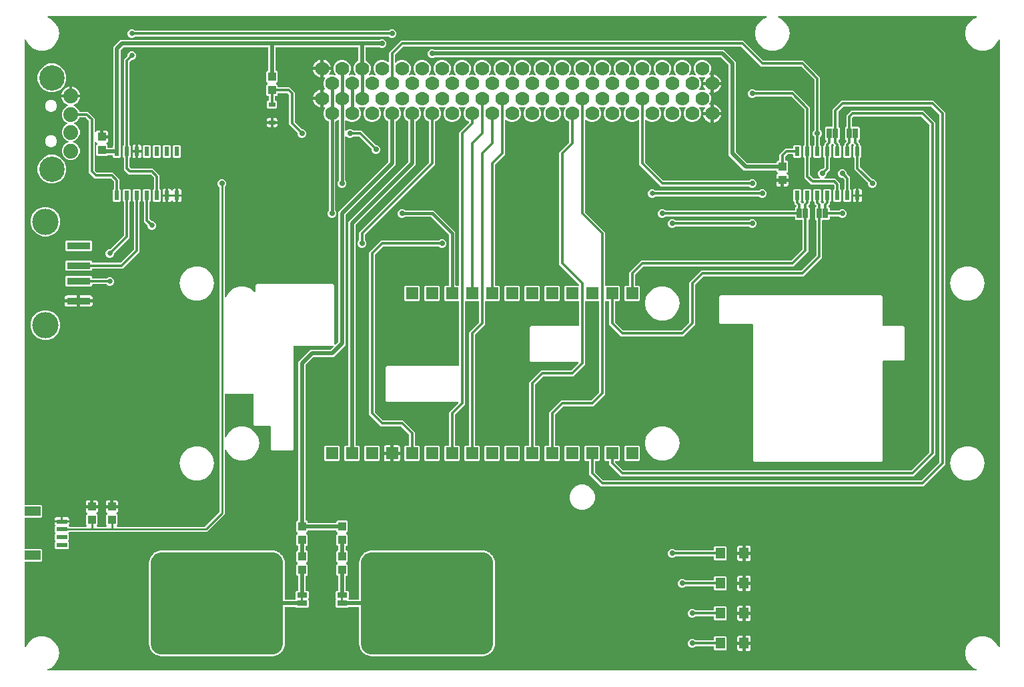
<source format=gtl>
G04 EAGLE Gerber RS-274X export*
G75*
%MOMM*%
%FSLAX34Y34*%
%LPD*%
%INTop Copper*%
%IPPOS*%
%AMOC8*
5,1,8,0,0,1.08239X$1,22.5*%
G01*
%ADD10R,1.524000X1.524000*%
%ADD11R,0.600000X1.200000*%
%ADD12R,0.635000X1.270000*%
%ADD13R,1.200000X1.400000*%
%ADD14C,1.778000*%
%ADD15R,1.000000X1.100000*%
%ADD16R,1.270000X0.660400*%
%ADD17C,1.879600*%
%ADD18R,0.830000X0.630000*%
%ADD19C,3.327400*%
%ADD20R,3.000000X0.900000*%
%ADD21C,3.216000*%
%ADD22R,2.000000X1.200000*%
%ADD23R,1.350000X0.600000*%
%ADD24C,0.304800*%
%ADD25C,0.736600*%
%ADD26C,0.330200*%
%ADD27C,0.660400*%
%ADD28C,0.254000*%
%ADD29C,0.381000*%
%ADD30C,0.508000*%

G36*
X1300034Y66818D02*
X1300034Y66818D01*
X1300141Y66826D01*
X1300174Y66838D01*
X1300208Y66843D01*
X1300307Y66887D01*
X1300408Y66924D01*
X1300436Y66945D01*
X1300468Y66959D01*
X1300550Y67029D01*
X1300637Y67092D01*
X1300658Y67120D01*
X1300685Y67142D01*
X1300745Y67232D01*
X1300810Y67318D01*
X1300823Y67350D01*
X1300842Y67379D01*
X1300875Y67482D01*
X1300915Y67582D01*
X1300918Y67617D01*
X1300928Y67650D01*
X1300931Y67758D01*
X1300941Y67865D01*
X1300935Y67900D01*
X1300936Y67934D01*
X1300908Y68039D01*
X1300888Y68145D01*
X1300873Y68176D01*
X1300864Y68209D01*
X1300809Y68302D01*
X1300760Y68398D01*
X1300736Y68424D01*
X1300718Y68454D01*
X1300640Y68528D01*
X1300566Y68607D01*
X1300539Y68622D01*
X1300511Y68648D01*
X1300320Y68746D01*
X1300274Y68772D01*
X1297138Y69913D01*
X1291305Y74808D01*
X1287498Y81402D01*
X1286176Y88900D01*
X1287498Y96398D01*
X1291305Y102992D01*
X1297138Y107887D01*
X1304293Y110491D01*
X1311907Y110491D01*
X1319062Y107887D01*
X1324895Y102992D01*
X1328303Y97089D01*
X1328315Y97074D01*
X1328323Y97056D01*
X1328402Y96962D01*
X1328478Y96865D01*
X1328494Y96854D01*
X1328507Y96839D01*
X1328609Y96771D01*
X1328708Y96699D01*
X1328727Y96692D01*
X1328743Y96681D01*
X1328860Y96644D01*
X1328976Y96603D01*
X1328996Y96601D01*
X1329014Y96596D01*
X1329137Y96592D01*
X1329260Y96585D01*
X1329279Y96589D01*
X1329298Y96588D01*
X1329417Y96619D01*
X1329537Y96646D01*
X1329555Y96655D01*
X1329573Y96660D01*
X1329679Y96723D01*
X1329787Y96782D01*
X1329801Y96795D01*
X1329818Y96805D01*
X1329902Y96894D01*
X1329989Y96981D01*
X1329999Y96998D01*
X1330012Y97013D01*
X1330068Y97122D01*
X1330128Y97229D01*
X1330133Y97248D01*
X1330142Y97266D01*
X1330154Y97338D01*
X1330193Y97506D01*
X1330191Y97557D01*
X1330197Y97597D01*
X1330197Y867603D01*
X1330195Y867623D01*
X1330197Y867642D01*
X1330175Y867763D01*
X1330157Y867885D01*
X1330149Y867902D01*
X1330146Y867922D01*
X1330091Y868032D01*
X1330041Y868144D01*
X1330029Y868159D01*
X1330020Y868177D01*
X1329937Y868267D01*
X1329858Y868361D01*
X1329841Y868372D01*
X1329828Y868386D01*
X1329723Y868451D01*
X1329621Y868519D01*
X1329602Y868525D01*
X1329586Y868535D01*
X1329467Y868567D01*
X1329350Y868604D01*
X1329330Y868605D01*
X1329311Y868610D01*
X1329189Y868609D01*
X1329066Y868612D01*
X1329047Y868607D01*
X1329027Y868607D01*
X1328909Y868571D01*
X1328791Y868540D01*
X1328774Y868530D01*
X1328755Y868524D01*
X1328652Y868457D01*
X1328546Y868395D01*
X1328533Y868380D01*
X1328516Y868370D01*
X1328470Y868313D01*
X1328352Y868187D01*
X1328328Y868142D01*
X1328303Y868111D01*
X1324895Y862208D01*
X1319062Y857313D01*
X1311907Y854709D01*
X1304293Y854709D01*
X1297138Y857313D01*
X1291305Y862208D01*
X1287498Y868802D01*
X1286176Y876300D01*
X1287498Y883798D01*
X1291305Y890392D01*
X1297138Y895287D01*
X1300274Y896428D01*
X1300370Y896479D01*
X1300468Y896523D01*
X1300494Y896545D01*
X1300525Y896562D01*
X1300602Y896637D01*
X1300685Y896707D01*
X1300704Y896735D01*
X1300729Y896760D01*
X1300783Y896853D01*
X1300842Y896943D01*
X1300853Y896976D01*
X1300870Y897006D01*
X1300896Y897111D01*
X1300928Y897214D01*
X1300929Y897249D01*
X1300937Y897283D01*
X1300933Y897390D01*
X1300936Y897498D01*
X1300927Y897532D01*
X1300925Y897567D01*
X1300891Y897669D01*
X1300864Y897773D01*
X1300846Y897803D01*
X1300835Y897836D01*
X1300773Y897925D01*
X1300718Y898018D01*
X1300693Y898042D01*
X1300673Y898070D01*
X1300590Y898139D01*
X1300511Y898212D01*
X1300480Y898228D01*
X1300453Y898250D01*
X1300354Y898293D01*
X1300258Y898342D01*
X1300227Y898347D01*
X1300192Y898362D01*
X1299980Y898388D01*
X1299927Y898397D01*
X1049573Y898397D01*
X1049466Y898382D01*
X1049359Y898374D01*
X1049326Y898362D01*
X1049292Y898357D01*
X1049193Y898313D01*
X1049092Y898276D01*
X1049064Y898255D01*
X1049032Y898241D01*
X1048950Y898171D01*
X1048863Y898108D01*
X1048842Y898080D01*
X1048815Y898058D01*
X1048755Y897968D01*
X1048690Y897882D01*
X1048677Y897850D01*
X1048658Y897821D01*
X1048625Y897718D01*
X1048586Y897618D01*
X1048582Y897583D01*
X1048572Y897550D01*
X1048569Y897442D01*
X1048559Y897335D01*
X1048565Y897300D01*
X1048564Y897266D01*
X1048592Y897161D01*
X1048612Y897055D01*
X1048628Y897024D01*
X1048636Y896991D01*
X1048691Y896898D01*
X1048740Y896802D01*
X1048764Y896776D01*
X1048782Y896746D01*
X1048860Y896672D01*
X1048934Y896593D01*
X1048961Y896578D01*
X1048989Y896552D01*
X1049179Y896454D01*
X1049226Y896428D01*
X1052362Y895287D01*
X1058195Y890392D01*
X1062002Y883798D01*
X1063324Y876300D01*
X1062002Y868802D01*
X1058195Y862208D01*
X1052362Y857313D01*
X1045207Y854709D01*
X1037593Y854709D01*
X1030438Y857313D01*
X1024605Y862208D01*
X1020798Y868802D01*
X1019476Y876300D01*
X1020798Y883798D01*
X1024605Y890392D01*
X1030438Y895287D01*
X1033574Y896428D01*
X1033670Y896479D01*
X1033768Y896523D01*
X1033794Y896545D01*
X1033825Y896562D01*
X1033902Y896637D01*
X1033985Y896707D01*
X1034004Y896735D01*
X1034029Y896760D01*
X1034083Y896853D01*
X1034142Y896943D01*
X1034153Y896976D01*
X1034170Y897006D01*
X1034196Y897111D01*
X1034228Y897214D01*
X1034229Y897249D01*
X1034237Y897283D01*
X1034233Y897390D01*
X1034236Y897498D01*
X1034227Y897532D01*
X1034225Y897567D01*
X1034191Y897669D01*
X1034164Y897773D01*
X1034146Y897803D01*
X1034135Y897836D01*
X1034073Y897925D01*
X1034018Y898018D01*
X1033993Y898042D01*
X1033973Y898070D01*
X1033890Y898139D01*
X1033811Y898212D01*
X1033780Y898228D01*
X1033753Y898250D01*
X1033654Y898293D01*
X1033558Y898342D01*
X1033527Y898347D01*
X1033492Y898362D01*
X1033280Y898388D01*
X1033227Y898397D01*
X122473Y898397D01*
X122366Y898382D01*
X122259Y898374D01*
X122226Y898362D01*
X122192Y898357D01*
X122093Y898313D01*
X121992Y898276D01*
X121964Y898255D01*
X121932Y898241D01*
X121850Y898171D01*
X121763Y898108D01*
X121742Y898080D01*
X121715Y898058D01*
X121655Y897968D01*
X121590Y897882D01*
X121577Y897850D01*
X121558Y897821D01*
X121525Y897718D01*
X121486Y897618D01*
X121482Y897583D01*
X121472Y897550D01*
X121469Y897442D01*
X121459Y897335D01*
X121465Y897300D01*
X121464Y897266D01*
X121492Y897161D01*
X121512Y897055D01*
X121528Y897024D01*
X121536Y896991D01*
X121591Y896898D01*
X121640Y896802D01*
X121664Y896776D01*
X121682Y896746D01*
X121760Y896672D01*
X121834Y896593D01*
X121861Y896578D01*
X121889Y896552D01*
X122079Y896454D01*
X122126Y896428D01*
X125262Y895287D01*
X131095Y890392D01*
X134902Y883798D01*
X136224Y876300D01*
X134902Y868802D01*
X131095Y862208D01*
X125262Y857313D01*
X118107Y854709D01*
X110493Y854709D01*
X103338Y857313D01*
X97505Y862208D01*
X94097Y868111D01*
X94085Y868126D01*
X94077Y868144D01*
X93998Y868238D01*
X93922Y868335D01*
X93906Y868346D01*
X93893Y868361D01*
X93791Y868429D01*
X93692Y868501D01*
X93673Y868508D01*
X93657Y868519D01*
X93540Y868556D01*
X93424Y868597D01*
X93404Y868599D01*
X93386Y868604D01*
X93263Y868608D01*
X93140Y868615D01*
X93121Y868611D01*
X93102Y868612D01*
X92983Y868581D01*
X92863Y868554D01*
X92845Y868545D01*
X92827Y868540D01*
X92721Y868477D01*
X92613Y868418D01*
X92599Y868405D01*
X92582Y868395D01*
X92498Y868305D01*
X92411Y868219D01*
X92401Y868202D01*
X92388Y868187D01*
X92332Y868078D01*
X92272Y867971D01*
X92267Y867952D01*
X92258Y867934D01*
X92246Y867862D01*
X92207Y867694D01*
X92209Y867643D01*
X92203Y867603D01*
X92203Y278348D01*
X92211Y278290D01*
X92209Y278232D01*
X92231Y278150D01*
X92243Y278066D01*
X92266Y278013D01*
X92281Y277957D01*
X92324Y277884D01*
X92359Y277807D01*
X92397Y277762D01*
X92426Y277712D01*
X92488Y277654D01*
X92542Y277590D01*
X92591Y277558D01*
X92634Y277518D01*
X92709Y277479D01*
X92779Y277432D01*
X92835Y277415D01*
X92887Y277388D01*
X92955Y277377D01*
X93050Y277347D01*
X93150Y277344D01*
X93218Y277333D01*
X113792Y277333D01*
X114983Y276142D01*
X114983Y262458D01*
X113792Y261267D01*
X93218Y261267D01*
X93160Y261259D01*
X93102Y261261D01*
X93020Y261239D01*
X92936Y261227D01*
X92883Y261204D01*
X92827Y261189D01*
X92754Y261146D01*
X92677Y261111D01*
X92632Y261073D01*
X92582Y261044D01*
X92524Y260982D01*
X92460Y260928D01*
X92428Y260879D01*
X92388Y260836D01*
X92349Y260761D01*
X92302Y260691D01*
X92285Y260635D01*
X92258Y260583D01*
X92247Y260515D01*
X92217Y260420D01*
X92214Y260320D01*
X92203Y260252D01*
X92203Y222348D01*
X92211Y222290D01*
X92209Y222232D01*
X92231Y222150D01*
X92243Y222066D01*
X92266Y222013D01*
X92281Y221957D01*
X92324Y221884D01*
X92359Y221807D01*
X92397Y221762D01*
X92426Y221712D01*
X92488Y221654D01*
X92542Y221590D01*
X92591Y221558D01*
X92634Y221518D01*
X92709Y221479D01*
X92779Y221432D01*
X92835Y221415D01*
X92887Y221388D01*
X92955Y221377D01*
X93050Y221347D01*
X93150Y221344D01*
X93218Y221333D01*
X113792Y221333D01*
X114983Y220142D01*
X114983Y206458D01*
X113792Y205267D01*
X93218Y205267D01*
X93160Y205259D01*
X93102Y205261D01*
X93020Y205239D01*
X92936Y205227D01*
X92883Y205204D01*
X92827Y205189D01*
X92754Y205146D01*
X92677Y205111D01*
X92632Y205073D01*
X92582Y205044D01*
X92524Y204982D01*
X92460Y204928D01*
X92428Y204879D01*
X92388Y204836D01*
X92349Y204761D01*
X92302Y204691D01*
X92285Y204635D01*
X92258Y204583D01*
X92247Y204515D01*
X92217Y204420D01*
X92214Y204320D01*
X92203Y204252D01*
X92203Y97597D01*
X92205Y97577D01*
X92203Y97558D01*
X92225Y97437D01*
X92243Y97315D01*
X92251Y97298D01*
X92254Y97278D01*
X92309Y97168D01*
X92359Y97056D01*
X92371Y97041D01*
X92380Y97023D01*
X92463Y96933D01*
X92542Y96839D01*
X92559Y96828D01*
X92572Y96814D01*
X92677Y96749D01*
X92779Y96681D01*
X92798Y96675D01*
X92814Y96665D01*
X92933Y96633D01*
X93050Y96596D01*
X93070Y96595D01*
X93089Y96590D01*
X93211Y96591D01*
X93334Y96588D01*
X93353Y96593D01*
X93373Y96593D01*
X93491Y96629D01*
X93609Y96660D01*
X93626Y96670D01*
X93645Y96676D01*
X93748Y96743D01*
X93854Y96805D01*
X93867Y96820D01*
X93884Y96830D01*
X93930Y96887D01*
X94048Y97013D01*
X94072Y97058D01*
X94097Y97089D01*
X97505Y102992D01*
X103338Y107887D01*
X110493Y110491D01*
X118107Y110491D01*
X125262Y107887D01*
X131095Y102992D01*
X134902Y96398D01*
X136224Y88900D01*
X134902Y81402D01*
X131095Y74808D01*
X125262Y69913D01*
X122126Y68772D01*
X122031Y68721D01*
X121932Y68677D01*
X121906Y68655D01*
X121875Y68638D01*
X121798Y68563D01*
X121715Y68493D01*
X121696Y68465D01*
X121671Y68440D01*
X121617Y68347D01*
X121558Y68257D01*
X121547Y68224D01*
X121530Y68194D01*
X121504Y68089D01*
X121472Y67986D01*
X121471Y67951D01*
X121463Y67917D01*
X121467Y67810D01*
X121464Y67702D01*
X121473Y67668D01*
X121475Y67633D01*
X121509Y67531D01*
X121536Y67427D01*
X121554Y67397D01*
X121565Y67364D01*
X121626Y67275D01*
X121682Y67182D01*
X121707Y67158D01*
X121727Y67130D01*
X121810Y67062D01*
X121889Y66988D01*
X121920Y66972D01*
X121947Y66950D01*
X122046Y66907D01*
X122142Y66858D01*
X122173Y66853D01*
X122208Y66838D01*
X122420Y66812D01*
X122473Y66803D01*
X1299927Y66803D01*
X1300034Y66818D01*
G37*
%LPC*%
G36*
X533289Y85339D02*
X533289Y85339D01*
X533239Y85337D01*
X533200Y85343D01*
X532086Y85343D01*
X531990Y85330D01*
X531892Y85325D01*
X531855Y85311D01*
X531804Y85303D01*
X531726Y85268D01*
X530660Y85554D01*
X530555Y85567D01*
X530486Y85585D01*
X529206Y85697D01*
X529192Y85703D01*
X529169Y85707D01*
X529147Y85717D01*
X529095Y85723D01*
X527916Y86273D01*
X527814Y86304D01*
X527749Y86334D01*
X526508Y86666D01*
X526496Y86676D01*
X526473Y86684D01*
X526453Y86697D01*
X526404Y86712D01*
X525338Y87458D01*
X525243Y87507D01*
X525184Y87547D01*
X524020Y88090D01*
X524009Y88101D01*
X523988Y88113D01*
X523971Y88130D01*
X523925Y88153D01*
X523004Y89073D01*
X522920Y89137D01*
X522869Y89187D01*
X521816Y89924D01*
X521808Y89937D01*
X521789Y89952D01*
X521775Y89972D01*
X521734Y90003D01*
X520987Y91069D01*
X520915Y91146D01*
X520873Y91204D01*
X519965Y92113D01*
X519958Y92127D01*
X519943Y92146D01*
X519932Y92167D01*
X519897Y92205D01*
X519347Y93384D01*
X519289Y93473D01*
X519258Y93538D01*
X518522Y94590D01*
X518518Y94605D01*
X518506Y94626D01*
X518499Y94649D01*
X518471Y94692D01*
X518134Y95949D01*
X518092Y96047D01*
X518073Y96116D01*
X517530Y97280D01*
X517529Y97296D01*
X517521Y97319D01*
X517518Y97342D01*
X517498Y97390D01*
X517385Y98686D01*
X517361Y98789D01*
X517354Y98860D01*
X517070Y99920D01*
X517088Y99954D01*
X517094Y99994D01*
X517114Y100042D01*
X517121Y100111D01*
X517129Y100138D01*
X517131Y100214D01*
X517143Y100286D01*
X517143Y101400D01*
X517136Y101450D01*
X517139Y101489D01*
X517025Y102802D01*
X517056Y102853D01*
X517068Y102894D01*
X517088Y102933D01*
X517100Y103008D01*
X517134Y103126D01*
X517134Y103206D01*
X517143Y103264D01*
X517143Y146812D01*
X517135Y146870D01*
X517137Y146928D01*
X517115Y147010D01*
X517103Y147094D01*
X517080Y147147D01*
X517065Y147203D01*
X517022Y147276D01*
X516987Y147353D01*
X516949Y147398D01*
X516920Y147448D01*
X516858Y147506D01*
X516804Y147570D01*
X516755Y147602D01*
X516712Y147642D01*
X516637Y147681D01*
X516567Y147728D01*
X516511Y147745D01*
X516459Y147772D01*
X516391Y147783D01*
X516296Y147813D01*
X516196Y147816D01*
X516128Y147827D01*
X503801Y147827D01*
X503715Y147815D01*
X503627Y147812D01*
X503575Y147795D01*
X503520Y147787D01*
X503440Y147752D01*
X503357Y147725D01*
X503318Y147697D01*
X503261Y147671D01*
X503147Y147575D01*
X503084Y147530D01*
X502492Y146938D01*
X488108Y146938D01*
X486917Y148129D01*
X486917Y156417D01*
X487262Y156762D01*
X487298Y156809D01*
X487340Y156849D01*
X487383Y156922D01*
X487433Y156989D01*
X487454Y157044D01*
X487484Y157094D01*
X487504Y157176D01*
X487535Y157255D01*
X487539Y157313D01*
X487554Y157370D01*
X487551Y157454D01*
X487558Y157538D01*
X487547Y157595D01*
X487545Y157654D01*
X487519Y157734D01*
X487502Y157817D01*
X487475Y157869D01*
X487457Y157925D01*
X487417Y157981D01*
X487371Y158069D01*
X487302Y158142D01*
X487262Y158198D01*
X486917Y158543D01*
X486917Y166831D01*
X488108Y168022D01*
X489712Y168022D01*
X489770Y168030D01*
X489828Y168028D01*
X489910Y168050D01*
X489994Y168062D01*
X490047Y168085D01*
X490103Y168100D01*
X490176Y168143D01*
X490253Y168178D01*
X490298Y168216D01*
X490348Y168245D01*
X490406Y168307D01*
X490470Y168361D01*
X490502Y168410D01*
X490542Y168453D01*
X490581Y168528D01*
X490628Y168598D01*
X490645Y168654D01*
X490672Y168706D01*
X490683Y168774D01*
X490713Y168869D01*
X490716Y168969D01*
X490727Y169037D01*
X490727Y186152D01*
X490719Y186210D01*
X490721Y186268D01*
X490699Y186350D01*
X490687Y186434D01*
X490664Y186487D01*
X490649Y186543D01*
X490606Y186616D01*
X490571Y186693D01*
X490533Y186738D01*
X490504Y186788D01*
X490442Y186846D01*
X490388Y186910D01*
X490339Y186942D01*
X490296Y186982D01*
X490221Y187021D01*
X490151Y187068D01*
X490095Y187085D01*
X490043Y187112D01*
X489975Y187123D01*
X489880Y187153D01*
X489780Y187156D01*
X489712Y187167D01*
X489458Y187167D01*
X488267Y188358D01*
X488267Y201042D01*
X489707Y202482D01*
X489743Y202529D01*
X489785Y202569D01*
X489828Y202642D01*
X489878Y202709D01*
X489899Y202764D01*
X489929Y202814D01*
X489949Y202896D01*
X489980Y202975D01*
X489984Y203033D01*
X489999Y203090D01*
X489996Y203174D01*
X490003Y203258D01*
X489992Y203316D01*
X489990Y203374D01*
X489964Y203454D01*
X489947Y203537D01*
X489920Y203589D01*
X489902Y203645D01*
X489862Y203701D01*
X489816Y203789D01*
X489747Y203862D01*
X489707Y203918D01*
X488267Y205358D01*
X488267Y218042D01*
X489458Y219233D01*
X489712Y219233D01*
X489770Y219241D01*
X489828Y219239D01*
X489910Y219261D01*
X489994Y219273D01*
X490047Y219296D01*
X490103Y219311D01*
X490176Y219354D01*
X490253Y219389D01*
X490298Y219427D01*
X490348Y219456D01*
X490406Y219518D01*
X490470Y219572D01*
X490502Y219621D01*
X490542Y219664D01*
X490581Y219739D01*
X490628Y219809D01*
X490645Y219865D01*
X490672Y219917D01*
X490683Y219985D01*
X490713Y220080D01*
X490716Y220180D01*
X490727Y220248D01*
X490727Y224252D01*
X490719Y224310D01*
X490721Y224368D01*
X490699Y224450D01*
X490687Y224534D01*
X490664Y224587D01*
X490649Y224643D01*
X490606Y224716D01*
X490571Y224793D01*
X490533Y224838D01*
X490504Y224888D01*
X490442Y224946D01*
X490388Y225010D01*
X490339Y225042D01*
X490296Y225082D01*
X490221Y225121D01*
X490151Y225168D01*
X490095Y225185D01*
X490043Y225212D01*
X489975Y225223D01*
X489880Y225253D01*
X489780Y225256D01*
X489712Y225267D01*
X489458Y225267D01*
X488267Y226458D01*
X488267Y239142D01*
X489707Y240582D01*
X489743Y240629D01*
X489785Y240669D01*
X489828Y240742D01*
X489878Y240809D01*
X489899Y240864D01*
X489929Y240914D01*
X489949Y240996D01*
X489980Y241075D01*
X489984Y241133D01*
X489999Y241190D01*
X489996Y241274D01*
X490003Y241358D01*
X489992Y241416D01*
X489990Y241474D01*
X489964Y241554D01*
X489947Y241637D01*
X489920Y241689D01*
X489902Y241745D01*
X489862Y241801D01*
X489816Y241889D01*
X489747Y241962D01*
X489707Y242018D01*
X488267Y243458D01*
X488267Y244212D01*
X488259Y244270D01*
X488261Y244328D01*
X488239Y244410D01*
X488227Y244494D01*
X488204Y244547D01*
X488189Y244603D01*
X488146Y244676D01*
X488111Y244753D01*
X488073Y244798D01*
X488044Y244848D01*
X487982Y244906D01*
X487928Y244970D01*
X487879Y245002D01*
X487836Y245042D01*
X487761Y245081D01*
X487691Y245128D01*
X487635Y245145D01*
X487583Y245172D01*
X487515Y245183D01*
X487420Y245213D01*
X487320Y245216D01*
X487252Y245227D01*
X452548Y245227D01*
X452490Y245219D01*
X452432Y245221D01*
X452350Y245199D01*
X452266Y245187D01*
X452213Y245164D01*
X452157Y245149D01*
X452084Y245106D01*
X452007Y245071D01*
X451962Y245033D01*
X451912Y245004D01*
X451854Y244942D01*
X451790Y244888D01*
X451758Y244839D01*
X451718Y244796D01*
X451679Y244721D01*
X451632Y244651D01*
X451615Y244595D01*
X451588Y244543D01*
X451577Y244475D01*
X451547Y244380D01*
X451544Y244280D01*
X451533Y244212D01*
X451533Y243458D01*
X450093Y242018D01*
X450058Y241971D01*
X450015Y241931D01*
X449972Y241858D01*
X449922Y241791D01*
X449901Y241736D01*
X449871Y241686D01*
X449851Y241604D01*
X449820Y241525D01*
X449816Y241467D01*
X449801Y241410D01*
X449804Y241326D01*
X449797Y241242D01*
X449808Y241184D01*
X449810Y241126D01*
X449836Y241046D01*
X449853Y240963D01*
X449880Y240911D01*
X449898Y240855D01*
X449938Y240799D01*
X449984Y240711D01*
X450052Y240638D01*
X450093Y240582D01*
X451533Y239142D01*
X451533Y226458D01*
X450342Y225267D01*
X450088Y225267D01*
X450030Y225259D01*
X449972Y225261D01*
X449890Y225239D01*
X449806Y225227D01*
X449753Y225204D01*
X449697Y225189D01*
X449624Y225146D01*
X449547Y225111D01*
X449502Y225073D01*
X449452Y225044D01*
X449394Y224982D01*
X449330Y224928D01*
X449298Y224879D01*
X449258Y224836D01*
X449219Y224761D01*
X449172Y224691D01*
X449155Y224635D01*
X449128Y224583D01*
X449117Y224515D01*
X449087Y224420D01*
X449084Y224320D01*
X449073Y224252D01*
X449073Y220248D01*
X449081Y220190D01*
X449079Y220132D01*
X449101Y220050D01*
X449113Y219966D01*
X449136Y219913D01*
X449151Y219857D01*
X449194Y219784D01*
X449229Y219707D01*
X449267Y219662D01*
X449296Y219612D01*
X449358Y219554D01*
X449412Y219490D01*
X449461Y219458D01*
X449504Y219418D01*
X449579Y219379D01*
X449649Y219332D01*
X449705Y219315D01*
X449757Y219288D01*
X449825Y219277D01*
X449920Y219247D01*
X450020Y219244D01*
X450088Y219233D01*
X450342Y219233D01*
X451533Y218042D01*
X451533Y205358D01*
X450093Y203918D01*
X450058Y203871D01*
X450015Y203831D01*
X449972Y203758D01*
X449922Y203691D01*
X449901Y203636D01*
X449871Y203586D01*
X449851Y203504D01*
X449820Y203425D01*
X449816Y203367D01*
X449801Y203310D01*
X449804Y203226D01*
X449797Y203142D01*
X449808Y203084D01*
X449810Y203026D01*
X449836Y202946D01*
X449853Y202863D01*
X449880Y202811D01*
X449898Y202755D01*
X449938Y202699D01*
X449984Y202611D01*
X450052Y202538D01*
X450093Y202482D01*
X451533Y201042D01*
X451533Y188358D01*
X450342Y187167D01*
X450088Y187167D01*
X450030Y187159D01*
X449972Y187161D01*
X449890Y187139D01*
X449806Y187127D01*
X449753Y187104D01*
X449697Y187089D01*
X449624Y187046D01*
X449547Y187011D01*
X449502Y186973D01*
X449452Y186944D01*
X449394Y186882D01*
X449330Y186828D01*
X449298Y186779D01*
X449258Y186736D01*
X449219Y186661D01*
X449172Y186591D01*
X449155Y186535D01*
X449128Y186483D01*
X449117Y186415D01*
X449087Y186320D01*
X449084Y186220D01*
X449073Y186152D01*
X449073Y169037D01*
X449081Y168979D01*
X449079Y168921D01*
X449101Y168839D01*
X449113Y168755D01*
X449136Y168702D01*
X449151Y168646D01*
X449194Y168573D01*
X449229Y168496D01*
X449267Y168451D01*
X449296Y168401D01*
X449358Y168343D01*
X449412Y168279D01*
X449461Y168247D01*
X449504Y168207D01*
X449579Y168168D01*
X449649Y168121D01*
X449705Y168104D01*
X449757Y168077D01*
X449825Y168066D01*
X449920Y168036D01*
X450020Y168033D01*
X450088Y168022D01*
X451692Y168022D01*
X452883Y166831D01*
X452883Y158543D01*
X452538Y158198D01*
X452502Y158151D01*
X452460Y158111D01*
X452417Y158038D01*
X452367Y157971D01*
X452346Y157916D01*
X452316Y157866D01*
X452296Y157784D01*
X452265Y157705D01*
X452261Y157647D01*
X452246Y157590D01*
X452249Y157506D01*
X452242Y157422D01*
X452253Y157364D01*
X452255Y157306D01*
X452281Y157226D01*
X452298Y157143D01*
X452325Y157091D01*
X452343Y157035D01*
X452383Y156979D01*
X452429Y156891D01*
X452498Y156818D01*
X452538Y156762D01*
X452883Y156417D01*
X452883Y148129D01*
X451692Y146938D01*
X437308Y146938D01*
X436716Y147530D01*
X436647Y147582D01*
X436583Y147642D01*
X436533Y147668D01*
X436489Y147701D01*
X436407Y147732D01*
X436330Y147772D01*
X436282Y147780D01*
X436224Y147802D01*
X436076Y147814D01*
X435998Y147827D01*
X423672Y147827D01*
X423614Y147819D01*
X423556Y147821D01*
X423474Y147799D01*
X423390Y147787D01*
X423337Y147764D01*
X423281Y147749D01*
X423208Y147706D01*
X423131Y147671D01*
X423086Y147633D01*
X423036Y147604D01*
X422978Y147542D01*
X422914Y147488D01*
X422882Y147439D01*
X422842Y147396D01*
X422803Y147321D01*
X422756Y147251D01*
X422739Y147195D01*
X422712Y147143D01*
X422701Y147075D01*
X422671Y146980D01*
X422668Y146880D01*
X422657Y146812D01*
X422657Y103264D01*
X422663Y103221D01*
X422660Y103178D01*
X422683Y103081D01*
X422697Y102983D01*
X422714Y102943D01*
X422724Y102901D01*
X422763Y102835D01*
X422776Y102806D01*
X422661Y101489D01*
X422663Y101439D01*
X422657Y101400D01*
X422657Y100286D01*
X422664Y100231D01*
X422663Y100190D01*
X422672Y100157D01*
X422675Y100092D01*
X422689Y100055D01*
X422697Y100004D01*
X422732Y99926D01*
X422446Y98860D01*
X422433Y98755D01*
X422415Y98686D01*
X422303Y97406D01*
X422297Y97392D01*
X422293Y97369D01*
X422283Y97347D01*
X422277Y97295D01*
X421727Y96116D01*
X421696Y96014D01*
X421666Y95949D01*
X421334Y94708D01*
X421324Y94696D01*
X421316Y94673D01*
X421303Y94653D01*
X421288Y94604D01*
X420542Y93538D01*
X420493Y93443D01*
X420453Y93384D01*
X419910Y92220D01*
X419899Y92209D01*
X419887Y92188D01*
X419870Y92171D01*
X419847Y92125D01*
X418927Y91204D01*
X418863Y91120D01*
X418813Y91069D01*
X418076Y90016D01*
X418063Y90008D01*
X418048Y89989D01*
X418028Y89975D01*
X417997Y89934D01*
X416931Y89187D01*
X416854Y89115D01*
X416796Y89073D01*
X415887Y88165D01*
X415873Y88158D01*
X415854Y88143D01*
X415833Y88132D01*
X415795Y88097D01*
X414616Y87547D01*
X414527Y87489D01*
X414462Y87458D01*
X413410Y86722D01*
X413395Y86718D01*
X413374Y86706D01*
X413351Y86699D01*
X413308Y86671D01*
X412051Y86334D01*
X411953Y86292D01*
X411884Y86273D01*
X410720Y85730D01*
X410704Y85729D01*
X410681Y85721D01*
X410658Y85718D01*
X410610Y85698D01*
X409314Y85585D01*
X409211Y85561D01*
X409140Y85554D01*
X408080Y85270D01*
X408046Y85288D01*
X408006Y85294D01*
X407958Y85314D01*
X407787Y85331D01*
X407714Y85343D01*
X406600Y85343D01*
X406550Y85336D01*
X406511Y85339D01*
X405198Y85225D01*
X405147Y85256D01*
X405106Y85268D01*
X405067Y85288D01*
X404992Y85300D01*
X404874Y85334D01*
X404794Y85334D01*
X404736Y85343D01*
X268364Y85343D01*
X268321Y85337D01*
X268278Y85340D01*
X268181Y85317D01*
X268083Y85303D01*
X268043Y85286D01*
X268001Y85276D01*
X267935Y85237D01*
X267906Y85224D01*
X266589Y85339D01*
X266539Y85337D01*
X266500Y85343D01*
X265386Y85343D01*
X265290Y85330D01*
X265192Y85325D01*
X265155Y85311D01*
X265104Y85303D01*
X265026Y85268D01*
X263960Y85554D01*
X263855Y85567D01*
X263786Y85585D01*
X262506Y85697D01*
X262492Y85703D01*
X262469Y85707D01*
X262447Y85717D01*
X262395Y85723D01*
X261216Y86273D01*
X261114Y86304D01*
X261049Y86334D01*
X259808Y86666D01*
X259796Y86676D01*
X259773Y86684D01*
X259753Y86697D01*
X259704Y86712D01*
X258638Y87458D01*
X258543Y87507D01*
X258484Y87547D01*
X257320Y88090D01*
X257309Y88101D01*
X257288Y88113D01*
X257271Y88130D01*
X257225Y88153D01*
X256304Y89073D01*
X256220Y89137D01*
X256169Y89187D01*
X255116Y89924D01*
X255108Y89937D01*
X255089Y89952D01*
X255075Y89972D01*
X255034Y90003D01*
X254287Y91069D01*
X254215Y91146D01*
X254173Y91204D01*
X253265Y92113D01*
X253258Y92127D01*
X253243Y92146D01*
X253232Y92167D01*
X253197Y92205D01*
X252647Y93384D01*
X252589Y93473D01*
X252559Y93538D01*
X251822Y94590D01*
X251818Y94605D01*
X251806Y94626D01*
X251799Y94649D01*
X251771Y94692D01*
X251434Y95949D01*
X251392Y96047D01*
X251373Y96116D01*
X250830Y97280D01*
X250829Y97296D01*
X250821Y97319D01*
X250818Y97342D01*
X250798Y97390D01*
X250685Y98686D01*
X250661Y98789D01*
X250654Y98860D01*
X250370Y99920D01*
X250388Y99954D01*
X250394Y99994D01*
X250414Y100042D01*
X250421Y100111D01*
X250429Y100138D01*
X250431Y100214D01*
X250443Y100286D01*
X250443Y101400D01*
X250436Y101450D01*
X250439Y101489D01*
X250325Y102802D01*
X250356Y102853D01*
X250368Y102894D01*
X250388Y102933D01*
X250400Y103008D01*
X250434Y103126D01*
X250434Y103206D01*
X250443Y103264D01*
X250443Y201536D01*
X250437Y201579D01*
X250440Y201622D01*
X250417Y201719D01*
X250403Y201817D01*
X250386Y201857D01*
X250376Y201899D01*
X250337Y201965D01*
X250324Y201994D01*
X250439Y203311D01*
X250437Y203361D01*
X250443Y203400D01*
X250443Y204514D01*
X250430Y204610D01*
X250425Y204708D01*
X250411Y204745D01*
X250403Y204796D01*
X250368Y204874D01*
X250654Y205940D01*
X250667Y206045D01*
X250685Y206114D01*
X250797Y207394D01*
X250803Y207408D01*
X250807Y207431D01*
X250817Y207453D01*
X250823Y207505D01*
X251373Y208684D01*
X251404Y208786D01*
X251434Y208851D01*
X251766Y210092D01*
X251776Y210104D01*
X251784Y210127D01*
X251797Y210147D01*
X251812Y210196D01*
X252558Y211262D01*
X252607Y211357D01*
X252647Y211416D01*
X253190Y212580D01*
X253201Y212591D01*
X253213Y212612D01*
X253230Y212629D01*
X253253Y212675D01*
X254173Y213596D01*
X254237Y213680D01*
X254287Y213731D01*
X255024Y214784D01*
X255037Y214792D01*
X255052Y214811D01*
X255072Y214825D01*
X255103Y214866D01*
X256169Y215613D01*
X256246Y215685D01*
X256304Y215727D01*
X257213Y216635D01*
X257227Y216642D01*
X257246Y216657D01*
X257267Y216668D01*
X257305Y216703D01*
X258484Y217253D01*
X258573Y217311D01*
X258638Y217342D01*
X259690Y218078D01*
X259705Y218082D01*
X259726Y218094D01*
X259749Y218101D01*
X259792Y218129D01*
X261049Y218466D01*
X261147Y218508D01*
X261216Y218527D01*
X262380Y219070D01*
X262396Y219071D01*
X262419Y219079D01*
X262442Y219082D01*
X262490Y219102D01*
X263786Y219215D01*
X263889Y219239D01*
X263960Y219246D01*
X265020Y219530D01*
X265054Y219512D01*
X265094Y219506D01*
X265142Y219486D01*
X265313Y219469D01*
X265386Y219457D01*
X266500Y219457D01*
X266550Y219464D01*
X266589Y219461D01*
X267902Y219575D01*
X267953Y219544D01*
X267994Y219532D01*
X268033Y219512D01*
X268108Y219500D01*
X268226Y219466D01*
X268306Y219466D01*
X268364Y219457D01*
X404736Y219457D01*
X404779Y219463D01*
X404822Y219460D01*
X404919Y219483D01*
X405017Y219497D01*
X405057Y219514D01*
X405099Y219524D01*
X405165Y219563D01*
X405194Y219576D01*
X406511Y219461D01*
X406561Y219463D01*
X406600Y219457D01*
X407714Y219457D01*
X407810Y219470D01*
X407908Y219475D01*
X407945Y219489D01*
X407996Y219497D01*
X408074Y219532D01*
X409140Y219246D01*
X409245Y219233D01*
X409314Y219215D01*
X410594Y219103D01*
X410608Y219097D01*
X410631Y219093D01*
X410653Y219083D01*
X410705Y219077D01*
X411884Y218527D01*
X411986Y218496D01*
X412051Y218466D01*
X413292Y218134D01*
X413304Y218124D01*
X413327Y218116D01*
X413347Y218103D01*
X413396Y218088D01*
X414462Y217342D01*
X414557Y217293D01*
X414616Y217253D01*
X415780Y216710D01*
X415791Y216699D01*
X415812Y216687D01*
X415829Y216670D01*
X415875Y216647D01*
X416796Y215727D01*
X416880Y215663D01*
X416931Y215613D01*
X417984Y214876D01*
X417992Y214863D01*
X418011Y214848D01*
X418025Y214828D01*
X418066Y214797D01*
X418813Y213731D01*
X418885Y213654D01*
X418927Y213596D01*
X419835Y212687D01*
X419842Y212673D01*
X419857Y212654D01*
X419868Y212633D01*
X419903Y212595D01*
X420453Y211416D01*
X420511Y211327D01*
X420542Y211262D01*
X421278Y210210D01*
X421282Y210195D01*
X421294Y210174D01*
X421301Y210151D01*
X421329Y210108D01*
X421666Y208851D01*
X421708Y208753D01*
X421727Y208684D01*
X422270Y207520D01*
X422271Y207504D01*
X422279Y207481D01*
X422282Y207458D01*
X422302Y207410D01*
X422415Y206114D01*
X422439Y206011D01*
X422446Y205940D01*
X422730Y204880D01*
X422712Y204846D01*
X422706Y204806D01*
X422686Y204758D01*
X422669Y204587D01*
X422657Y204514D01*
X422657Y203400D01*
X422664Y203350D01*
X422661Y203311D01*
X422775Y201998D01*
X422744Y201947D01*
X422732Y201906D01*
X422712Y201867D01*
X422700Y201792D01*
X422666Y201674D01*
X422666Y201594D01*
X422657Y201536D01*
X422657Y157988D01*
X422665Y157930D01*
X422663Y157872D01*
X422685Y157790D01*
X422697Y157706D01*
X422720Y157653D01*
X422735Y157597D01*
X422778Y157524D01*
X422813Y157447D01*
X422851Y157402D01*
X422880Y157352D01*
X422942Y157294D01*
X422996Y157230D01*
X423045Y157198D01*
X423088Y157158D01*
X423163Y157119D01*
X423233Y157072D01*
X423289Y157055D01*
X423341Y157028D01*
X423409Y157017D01*
X423504Y156987D01*
X423604Y156984D01*
X423672Y156973D01*
X435237Y156973D01*
X435266Y156977D01*
X435295Y156974D01*
X435406Y156997D01*
X435518Y157013D01*
X435545Y157025D01*
X435574Y157030D01*
X435674Y157083D01*
X435777Y157129D01*
X435800Y157148D01*
X435826Y157161D01*
X435908Y157239D01*
X435994Y157312D01*
X436011Y157337D01*
X436032Y157357D01*
X436089Y157455D01*
X436152Y157549D01*
X436161Y157577D01*
X436176Y157602D01*
X436204Y157712D01*
X436238Y157820D01*
X436239Y157849D01*
X436246Y157878D01*
X436242Y157991D01*
X436245Y158104D01*
X436238Y158133D01*
X436237Y158162D01*
X436202Y158270D01*
X436173Y158379D01*
X436158Y158405D01*
X436149Y158433D01*
X436117Y158477D01*
X436117Y166831D01*
X437308Y168022D01*
X438912Y168022D01*
X438970Y168030D01*
X439028Y168028D01*
X439110Y168050D01*
X439194Y168062D01*
X439247Y168085D01*
X439303Y168100D01*
X439376Y168143D01*
X439453Y168178D01*
X439498Y168216D01*
X439548Y168245D01*
X439606Y168307D01*
X439670Y168361D01*
X439702Y168410D01*
X439742Y168453D01*
X439781Y168528D01*
X439828Y168598D01*
X439845Y168654D01*
X439872Y168706D01*
X439883Y168774D01*
X439913Y168869D01*
X439916Y168969D01*
X439927Y169037D01*
X439927Y186152D01*
X439919Y186210D01*
X439921Y186268D01*
X439899Y186350D01*
X439887Y186434D01*
X439864Y186487D01*
X439849Y186543D01*
X439806Y186616D01*
X439771Y186693D01*
X439733Y186738D01*
X439704Y186788D01*
X439642Y186846D01*
X439588Y186910D01*
X439539Y186942D01*
X439496Y186982D01*
X439421Y187021D01*
X439351Y187068D01*
X439295Y187085D01*
X439243Y187112D01*
X439175Y187123D01*
X439080Y187153D01*
X438980Y187156D01*
X438912Y187167D01*
X438658Y187167D01*
X437467Y188358D01*
X437467Y201042D01*
X438907Y202482D01*
X438943Y202529D01*
X438985Y202569D01*
X439028Y202642D01*
X439078Y202709D01*
X439099Y202764D01*
X439129Y202814D01*
X439149Y202896D01*
X439180Y202975D01*
X439184Y203033D01*
X439199Y203090D01*
X439196Y203174D01*
X439203Y203258D01*
X439192Y203316D01*
X439190Y203374D01*
X439164Y203454D01*
X439147Y203537D01*
X439120Y203589D01*
X439102Y203645D01*
X439062Y203701D01*
X439016Y203789D01*
X438947Y203862D01*
X438907Y203918D01*
X437467Y205358D01*
X437467Y218042D01*
X438658Y219233D01*
X438912Y219233D01*
X438970Y219241D01*
X439028Y219239D01*
X439110Y219261D01*
X439194Y219273D01*
X439247Y219296D01*
X439303Y219311D01*
X439376Y219354D01*
X439453Y219389D01*
X439498Y219427D01*
X439548Y219456D01*
X439606Y219518D01*
X439670Y219572D01*
X439702Y219621D01*
X439742Y219664D01*
X439781Y219739D01*
X439828Y219809D01*
X439845Y219865D01*
X439872Y219917D01*
X439883Y219985D01*
X439913Y220080D01*
X439916Y220180D01*
X439927Y220248D01*
X439927Y224252D01*
X439919Y224310D01*
X439921Y224368D01*
X439899Y224450D01*
X439887Y224534D01*
X439864Y224587D01*
X439849Y224643D01*
X439806Y224716D01*
X439771Y224793D01*
X439733Y224838D01*
X439704Y224888D01*
X439642Y224946D01*
X439588Y225010D01*
X439539Y225042D01*
X439496Y225082D01*
X439421Y225121D01*
X439351Y225168D01*
X439295Y225185D01*
X439243Y225212D01*
X439175Y225223D01*
X439080Y225253D01*
X438980Y225256D01*
X438912Y225267D01*
X438658Y225267D01*
X437467Y226458D01*
X437467Y239142D01*
X438907Y240582D01*
X438943Y240629D01*
X438985Y240669D01*
X439028Y240742D01*
X439078Y240809D01*
X439099Y240864D01*
X439129Y240914D01*
X439149Y240996D01*
X439180Y241075D01*
X439184Y241133D01*
X439199Y241190D01*
X439196Y241274D01*
X439203Y241358D01*
X439192Y241416D01*
X439190Y241474D01*
X439164Y241554D01*
X439147Y241637D01*
X439120Y241689D01*
X439102Y241745D01*
X439062Y241801D01*
X439016Y241889D01*
X438947Y241962D01*
X438907Y242018D01*
X437467Y243458D01*
X437467Y256142D01*
X438658Y257333D01*
X438912Y257333D01*
X438970Y257341D01*
X439028Y257339D01*
X439110Y257361D01*
X439194Y257373D01*
X439247Y257396D01*
X439303Y257411D01*
X439376Y257454D01*
X439453Y257489D01*
X439498Y257527D01*
X439548Y257556D01*
X439606Y257618D01*
X439670Y257672D01*
X439702Y257721D01*
X439742Y257764D01*
X439781Y257839D01*
X439828Y257909D01*
X439845Y257965D01*
X439872Y258017D01*
X439883Y258085D01*
X439913Y258180D01*
X439916Y258280D01*
X439927Y258348D01*
X439927Y459094D01*
X455306Y474473D01*
X480285Y474473D01*
X480372Y474485D01*
X480459Y474488D01*
X480512Y474505D01*
X480567Y474513D01*
X480647Y474548D01*
X480730Y474575D01*
X480769Y474603D01*
X480826Y474629D01*
X480939Y474725D01*
X481003Y474770D01*
X484051Y477818D01*
X484069Y477842D01*
X484091Y477861D01*
X484154Y477955D01*
X484222Y478045D01*
X484233Y478073D01*
X484249Y478097D01*
X484283Y478205D01*
X484323Y478311D01*
X484326Y478340D01*
X484335Y478368D01*
X484338Y478482D01*
X484347Y478594D01*
X484341Y478623D01*
X484342Y478652D01*
X484313Y478762D01*
X484291Y478873D01*
X484278Y478899D01*
X484270Y478927D01*
X484212Y479025D01*
X484160Y479125D01*
X484140Y479147D01*
X484125Y479172D01*
X484042Y479249D01*
X483964Y479331D01*
X483939Y479346D01*
X483918Y479366D01*
X483817Y479418D01*
X483719Y479475D01*
X483691Y479482D01*
X483664Y479496D01*
X483587Y479509D01*
X483444Y479545D01*
X483381Y479543D01*
X483333Y479551D01*
X434594Y479551D01*
X434536Y479543D01*
X434478Y479545D01*
X434396Y479523D01*
X434312Y479511D01*
X434259Y479488D01*
X434203Y479473D01*
X434130Y479430D01*
X434053Y479395D01*
X434008Y479357D01*
X433958Y479328D01*
X433900Y479266D01*
X433836Y479212D01*
X433804Y479163D01*
X433764Y479120D01*
X433725Y479045D01*
X433678Y478975D01*
X433661Y478919D01*
X433634Y478867D01*
X433623Y478799D01*
X433593Y478704D01*
X433590Y478604D01*
X433579Y478536D01*
X433579Y347987D01*
X431793Y346201D01*
X406407Y346201D01*
X404621Y347987D01*
X404621Y376936D01*
X404613Y376994D01*
X404615Y377052D01*
X404593Y377134D01*
X404581Y377218D01*
X404558Y377271D01*
X404543Y377327D01*
X404500Y377400D01*
X404465Y377477D01*
X404427Y377522D01*
X404398Y377572D01*
X404336Y377630D01*
X404282Y377694D01*
X404233Y377726D01*
X404190Y377766D01*
X404115Y377805D01*
X404045Y377852D01*
X403989Y377869D01*
X403937Y377896D01*
X403869Y377907D01*
X403774Y377937D01*
X403674Y377940D01*
X403606Y377951D01*
X384817Y377951D01*
X383031Y379737D01*
X383031Y417576D01*
X383023Y417634D01*
X383025Y417692D01*
X383003Y417774D01*
X382991Y417858D01*
X382968Y417911D01*
X382953Y417967D01*
X382910Y418040D01*
X382875Y418117D01*
X382837Y418162D01*
X382808Y418212D01*
X382746Y418270D01*
X382692Y418334D01*
X382643Y418366D01*
X382600Y418406D01*
X382525Y418445D01*
X382455Y418492D01*
X382399Y418509D01*
X382347Y418536D01*
X382279Y418547D01*
X382184Y418577D01*
X382084Y418580D01*
X382016Y418591D01*
X347987Y418591D01*
X347936Y418643D01*
X347912Y418660D01*
X347893Y418683D01*
X347799Y418745D01*
X347709Y418813D01*
X347681Y418824D01*
X347657Y418840D01*
X347549Y418874D01*
X347443Y418915D01*
X347414Y418917D01*
X347386Y418926D01*
X347273Y418929D01*
X347160Y418938D01*
X347131Y418933D01*
X347102Y418933D01*
X346992Y418905D01*
X346881Y418882D01*
X346855Y418869D01*
X346827Y418861D01*
X346729Y418804D01*
X346629Y418751D01*
X346607Y418731D01*
X346582Y418716D01*
X346505Y418634D01*
X346423Y418556D01*
X346408Y418530D01*
X346388Y418509D01*
X346336Y418408D01*
X346279Y418310D01*
X346272Y418282D01*
X346258Y418256D01*
X346245Y418179D01*
X346209Y418035D01*
X346211Y417972D01*
X346203Y417925D01*
X346203Y364297D01*
X346205Y364277D01*
X346203Y364258D01*
X346225Y364137D01*
X346243Y364015D01*
X346251Y363998D01*
X346254Y363978D01*
X346309Y363868D01*
X346359Y363756D01*
X346371Y363741D01*
X346380Y363723D01*
X346463Y363633D01*
X346542Y363539D01*
X346559Y363528D01*
X346572Y363514D01*
X346677Y363449D01*
X346779Y363381D01*
X346798Y363375D01*
X346814Y363365D01*
X346933Y363333D01*
X347050Y363296D01*
X347070Y363295D01*
X347089Y363290D01*
X347211Y363291D01*
X347334Y363288D01*
X347353Y363293D01*
X347373Y363293D01*
X347491Y363329D01*
X347609Y363360D01*
X347626Y363370D01*
X347645Y363376D01*
X347748Y363443D01*
X347854Y363505D01*
X347867Y363520D01*
X347884Y363530D01*
X347930Y363587D01*
X348048Y363713D01*
X348072Y363758D01*
X348097Y363789D01*
X351505Y369692D01*
X357338Y374587D01*
X364493Y377191D01*
X372107Y377191D01*
X379262Y374587D01*
X385095Y369692D01*
X388902Y363098D01*
X390224Y355600D01*
X388902Y348102D01*
X385095Y341508D01*
X379262Y336613D01*
X372107Y334009D01*
X364493Y334009D01*
X357338Y336613D01*
X351505Y341508D01*
X348097Y347411D01*
X348085Y347426D01*
X348077Y347444D01*
X347998Y347538D01*
X347922Y347635D01*
X347906Y347646D01*
X347893Y347661D01*
X347791Y347729D01*
X347692Y347801D01*
X347673Y347808D01*
X347657Y347819D01*
X347540Y347856D01*
X347424Y347897D01*
X347404Y347899D01*
X347386Y347904D01*
X347263Y347908D01*
X347140Y347915D01*
X347121Y347911D01*
X347102Y347912D01*
X346983Y347881D01*
X346863Y347854D01*
X346845Y347845D01*
X346827Y347840D01*
X346721Y347777D01*
X346613Y347718D01*
X346599Y347705D01*
X346582Y347695D01*
X346498Y347605D01*
X346411Y347519D01*
X346401Y347502D01*
X346388Y347487D01*
X346332Y347378D01*
X346272Y347271D01*
X346267Y347252D01*
X346258Y347234D01*
X346246Y347162D01*
X346207Y346994D01*
X346209Y346943D01*
X346203Y346903D01*
X346203Y265332D01*
X323868Y242997D01*
X149442Y242997D01*
X149356Y242985D01*
X149268Y242982D01*
X149216Y242965D01*
X149161Y242957D01*
X149081Y242922D01*
X148998Y242895D01*
X148959Y242867D01*
X148902Y242841D01*
X148788Y242745D01*
X148725Y242700D01*
X148043Y242018D01*
X148008Y241971D01*
X147965Y241931D01*
X147922Y241858D01*
X147872Y241791D01*
X147851Y241736D01*
X147821Y241686D01*
X147801Y241604D01*
X147770Y241525D01*
X147766Y241467D01*
X147751Y241410D01*
X147754Y241326D01*
X147747Y241242D01*
X147758Y241184D01*
X147760Y241126D01*
X147786Y241046D01*
X147803Y240963D01*
X147830Y240911D01*
X147848Y240855D01*
X147888Y240799D01*
X147934Y240711D01*
X148003Y240638D01*
X148043Y240582D01*
X148483Y240142D01*
X148483Y232458D01*
X148043Y232018D01*
X148007Y231971D01*
X147965Y231931D01*
X147922Y231858D01*
X147872Y231791D01*
X147851Y231736D01*
X147821Y231686D01*
X147801Y231604D01*
X147770Y231525D01*
X147766Y231467D01*
X147751Y231410D01*
X147754Y231326D01*
X147747Y231242D01*
X147758Y231184D01*
X147760Y231126D01*
X147786Y231046D01*
X147803Y230963D01*
X147830Y230911D01*
X147848Y230855D01*
X147888Y230799D01*
X147934Y230711D01*
X147983Y230659D01*
X147996Y230637D01*
X148018Y230616D01*
X148043Y230582D01*
X148483Y230142D01*
X148483Y222458D01*
X147292Y221267D01*
X132108Y221267D01*
X130917Y222458D01*
X130917Y230142D01*
X131357Y230582D01*
X131366Y230594D01*
X131371Y230598D01*
X131382Y230615D01*
X131392Y230629D01*
X131435Y230669D01*
X131478Y230742D01*
X131528Y230809D01*
X131549Y230864D01*
X131579Y230914D01*
X131600Y230996D01*
X131630Y231075D01*
X131634Y231133D01*
X131649Y231190D01*
X131646Y231274D01*
X131653Y231358D01*
X131642Y231416D01*
X131640Y231474D01*
X131614Y231554D01*
X131597Y231637D01*
X131570Y231689D01*
X131552Y231745D01*
X131512Y231801D01*
X131466Y231889D01*
X131398Y231962D01*
X131357Y232018D01*
X130917Y232458D01*
X130917Y240142D01*
X131357Y240582D01*
X131392Y240629D01*
X131435Y240669D01*
X131478Y240742D01*
X131528Y240809D01*
X131549Y240864D01*
X131579Y240914D01*
X131600Y240996D01*
X131630Y241075D01*
X131634Y241133D01*
X131649Y241190D01*
X131646Y241274D01*
X131653Y241358D01*
X131642Y241416D01*
X131640Y241474D01*
X131614Y241554D01*
X131597Y241637D01*
X131570Y241689D01*
X131552Y241745D01*
X131512Y241801D01*
X131466Y241889D01*
X131398Y241962D01*
X131357Y242018D01*
X130917Y242458D01*
X130917Y250142D01*
X130998Y250223D01*
X131033Y250270D01*
X131076Y250310D01*
X131118Y250383D01*
X131169Y250450D01*
X131190Y250505D01*
X131220Y250555D01*
X131240Y250637D01*
X131270Y250716D01*
X131275Y250774D01*
X131290Y250831D01*
X131287Y250915D01*
X131294Y250999D01*
X131282Y251056D01*
X131281Y251115D01*
X131255Y251195D01*
X131238Y251278D01*
X131211Y251330D01*
X131193Y251385D01*
X131153Y251442D01*
X131107Y251530D01*
X131038Y251602D01*
X130998Y251659D01*
X130917Y251740D01*
X130582Y252319D01*
X130409Y252966D01*
X130409Y254801D01*
X139216Y254801D01*
X139274Y254809D01*
X139332Y254807D01*
X139414Y254829D01*
X139497Y254841D01*
X139551Y254864D01*
X139607Y254879D01*
X139680Y254922D01*
X139699Y254931D01*
X139745Y254900D01*
X139801Y254883D01*
X139853Y254856D01*
X139921Y254845D01*
X140016Y254815D01*
X140116Y254812D01*
X140184Y254801D01*
X148991Y254801D01*
X148991Y252966D01*
X148818Y252319D01*
X148483Y251740D01*
X148402Y251659D01*
X148367Y251612D01*
X148324Y251572D01*
X148282Y251499D01*
X148231Y251432D01*
X148210Y251377D01*
X148181Y251326D01*
X148160Y251245D01*
X148130Y251166D01*
X148125Y251108D01*
X148110Y251051D01*
X148113Y250967D01*
X148106Y250883D01*
X148118Y250825D01*
X148119Y250767D01*
X148145Y250687D01*
X148162Y250604D01*
X148189Y250552D01*
X148207Y250496D01*
X148247Y250440D01*
X148293Y250352D01*
X148362Y250279D01*
X148402Y250223D01*
X148725Y249900D01*
X148794Y249848D01*
X148858Y249788D01*
X148908Y249762D01*
X148952Y249729D01*
X149033Y249698D01*
X149111Y249658D01*
X149159Y249650D01*
X149217Y249628D01*
X149365Y249616D01*
X149442Y249603D01*
X170572Y249603D01*
X170601Y249607D01*
X170630Y249604D01*
X170741Y249627D01*
X170853Y249643D01*
X170880Y249655D01*
X170909Y249660D01*
X171009Y249713D01*
X171112Y249759D01*
X171135Y249778D01*
X171161Y249791D01*
X171243Y249869D01*
X171329Y249942D01*
X171346Y249967D01*
X171367Y249987D01*
X171424Y250085D01*
X171487Y250179D01*
X171496Y250207D01*
X171511Y250232D01*
X171539Y250342D01*
X171573Y250450D01*
X171574Y250480D01*
X171581Y250508D01*
X171577Y250621D01*
X171580Y250734D01*
X171573Y250763D01*
X171572Y250792D01*
X171537Y250900D01*
X171508Y251009D01*
X171493Y251035D01*
X171484Y251063D01*
X171439Y251127D01*
X171363Y251254D01*
X171317Y251297D01*
X171289Y251336D01*
X170767Y251858D01*
X170767Y264542D01*
X171986Y265761D01*
X172015Y265799D01*
X172051Y265832D01*
X172100Y265913D01*
X172157Y265988D01*
X172174Y266033D01*
X172200Y266075D01*
X172225Y266166D01*
X172258Y266253D01*
X172262Y266302D01*
X172275Y266349D01*
X172274Y266443D01*
X172282Y266537D01*
X172272Y266584D01*
X172271Y266633D01*
X172244Y266723D01*
X172226Y266815D01*
X172203Y266859D01*
X172189Y266905D01*
X172138Y266984D01*
X172095Y267068D01*
X172061Y267103D01*
X172035Y267144D01*
X171977Y267191D01*
X171899Y267274D01*
X171824Y267318D01*
X171776Y267358D01*
X171240Y267667D01*
X170767Y268140D01*
X170432Y268719D01*
X170259Y269366D01*
X170259Y273169D01*
X176784Y273169D01*
X176842Y273177D01*
X176900Y273175D01*
X176982Y273197D01*
X177065Y273209D01*
X177119Y273233D01*
X177175Y273247D01*
X177248Y273290D01*
X177325Y273325D01*
X177369Y273363D01*
X177420Y273393D01*
X177477Y273454D01*
X177542Y273509D01*
X177574Y273557D01*
X177614Y273600D01*
X177653Y273675D01*
X177699Y273745D01*
X177717Y273801D01*
X177744Y273853D01*
X177755Y273921D01*
X177785Y274016D01*
X177788Y274116D01*
X177799Y274184D01*
X177799Y275201D01*
X177801Y275201D01*
X177801Y274184D01*
X177809Y274126D01*
X177808Y274068D01*
X177829Y273986D01*
X177841Y273903D01*
X177865Y273849D01*
X177879Y273793D01*
X177922Y273720D01*
X177957Y273643D01*
X177995Y273598D01*
X178025Y273548D01*
X178086Y273490D01*
X178141Y273426D01*
X178189Y273394D01*
X178232Y273354D01*
X178307Y273315D01*
X178377Y273269D01*
X178433Y273251D01*
X178485Y273224D01*
X178553Y273213D01*
X178648Y273183D01*
X178748Y273180D01*
X178816Y273169D01*
X185341Y273169D01*
X185341Y269366D01*
X185168Y268719D01*
X184833Y268140D01*
X184360Y267667D01*
X183824Y267358D01*
X183786Y267328D01*
X183743Y267305D01*
X183675Y267241D01*
X183601Y267182D01*
X183572Y267143D01*
X183537Y267109D01*
X183489Y267028D01*
X183434Y266952D01*
X183418Y266906D01*
X183393Y266864D01*
X183370Y266773D01*
X183338Y266685D01*
X183335Y266636D01*
X183323Y266589D01*
X183326Y266495D01*
X183320Y266401D01*
X183330Y266353D01*
X183332Y266304D01*
X183361Y266215D01*
X183381Y266123D01*
X183404Y266080D01*
X183419Y266034D01*
X183462Y265974D01*
X183517Y265873D01*
X183578Y265812D01*
X183614Y265761D01*
X184833Y264542D01*
X184833Y251858D01*
X184311Y251336D01*
X184293Y251312D01*
X184271Y251293D01*
X184208Y251199D01*
X184140Y251109D01*
X184129Y251081D01*
X184113Y251057D01*
X184079Y250949D01*
X184038Y250843D01*
X184036Y250814D01*
X184027Y250786D01*
X184024Y250672D01*
X184015Y250560D01*
X184021Y250531D01*
X184020Y250502D01*
X184049Y250392D01*
X184071Y250281D01*
X184084Y250255D01*
X184092Y250227D01*
X184149Y250129D01*
X184202Y250029D01*
X184222Y250007D01*
X184237Y249982D01*
X184320Y249905D01*
X184398Y249823D01*
X184423Y249808D01*
X184444Y249788D01*
X184545Y249736D01*
X184643Y249679D01*
X184671Y249672D01*
X184697Y249658D01*
X184775Y249645D01*
X184918Y249609D01*
X184981Y249611D01*
X185028Y249603D01*
X195972Y249603D01*
X196001Y249607D01*
X196030Y249604D01*
X196141Y249627D01*
X196253Y249643D01*
X196280Y249655D01*
X196309Y249660D01*
X196409Y249713D01*
X196512Y249759D01*
X196535Y249778D01*
X196561Y249791D01*
X196643Y249869D01*
X196729Y249942D01*
X196746Y249967D01*
X196767Y249987D01*
X196824Y250085D01*
X196887Y250179D01*
X196896Y250207D01*
X196911Y250232D01*
X196939Y250342D01*
X196973Y250450D01*
X196974Y250480D01*
X196981Y250508D01*
X196977Y250621D01*
X196980Y250734D01*
X196973Y250763D01*
X196972Y250792D01*
X196937Y250900D01*
X196908Y251009D01*
X196893Y251035D01*
X196884Y251063D01*
X196839Y251127D01*
X196763Y251254D01*
X196717Y251297D01*
X196689Y251336D01*
X196167Y251858D01*
X196167Y264542D01*
X197386Y265761D01*
X197415Y265799D01*
X197451Y265832D01*
X197500Y265913D01*
X197557Y265988D01*
X197574Y266033D01*
X197600Y266075D01*
X197625Y266166D01*
X197658Y266253D01*
X197662Y266302D01*
X197675Y266349D01*
X197674Y266443D01*
X197682Y266537D01*
X197672Y266584D01*
X197671Y266633D01*
X197644Y266723D01*
X197626Y266815D01*
X197603Y266859D01*
X197589Y266905D01*
X197538Y266984D01*
X197495Y267068D01*
X197461Y267103D01*
X197435Y267144D01*
X197377Y267191D01*
X197299Y267274D01*
X197224Y267318D01*
X197176Y267358D01*
X196640Y267667D01*
X196167Y268140D01*
X195832Y268719D01*
X195659Y269366D01*
X195659Y273169D01*
X202184Y273169D01*
X202242Y273177D01*
X202300Y273175D01*
X202382Y273197D01*
X202465Y273209D01*
X202519Y273233D01*
X202575Y273247D01*
X202648Y273290D01*
X202725Y273325D01*
X202769Y273363D01*
X202820Y273393D01*
X202877Y273454D01*
X202942Y273509D01*
X202974Y273557D01*
X203014Y273600D01*
X203053Y273675D01*
X203099Y273745D01*
X203117Y273801D01*
X203144Y273853D01*
X203155Y273921D01*
X203185Y274016D01*
X203188Y274116D01*
X203199Y274184D01*
X203199Y275201D01*
X203201Y275201D01*
X203201Y274184D01*
X203209Y274126D01*
X203208Y274068D01*
X203229Y273986D01*
X203241Y273903D01*
X203265Y273849D01*
X203279Y273793D01*
X203322Y273720D01*
X203357Y273643D01*
X203395Y273598D01*
X203425Y273548D01*
X203486Y273490D01*
X203541Y273426D01*
X203589Y273394D01*
X203632Y273354D01*
X203707Y273315D01*
X203777Y273269D01*
X203833Y273251D01*
X203885Y273224D01*
X203953Y273213D01*
X204048Y273183D01*
X204148Y273180D01*
X204216Y273169D01*
X210741Y273169D01*
X210741Y269366D01*
X210568Y268719D01*
X210233Y268140D01*
X209760Y267667D01*
X209224Y267358D01*
X209186Y267328D01*
X209143Y267305D01*
X209075Y267241D01*
X209001Y267182D01*
X208972Y267143D01*
X208937Y267109D01*
X208889Y267028D01*
X208834Y266952D01*
X208818Y266906D01*
X208793Y266864D01*
X208770Y266773D01*
X208738Y266685D01*
X208735Y266636D01*
X208723Y266589D01*
X208726Y266495D01*
X208720Y266401D01*
X208730Y266353D01*
X208732Y266304D01*
X208761Y266215D01*
X208781Y266123D01*
X208804Y266080D01*
X208819Y266034D01*
X208862Y265974D01*
X208917Y265873D01*
X208978Y265812D01*
X209014Y265761D01*
X210233Y264542D01*
X210233Y251858D01*
X209711Y251336D01*
X209693Y251312D01*
X209671Y251293D01*
X209608Y251199D01*
X209540Y251109D01*
X209529Y251081D01*
X209513Y251057D01*
X209479Y250949D01*
X209438Y250843D01*
X209436Y250814D01*
X209427Y250786D01*
X209424Y250672D01*
X209415Y250560D01*
X209421Y250531D01*
X209420Y250502D01*
X209449Y250392D01*
X209471Y250281D01*
X209484Y250255D01*
X209492Y250227D01*
X209549Y250129D01*
X209602Y250029D01*
X209622Y250007D01*
X209637Y249982D01*
X209720Y249905D01*
X209798Y249823D01*
X209823Y249808D01*
X209844Y249788D01*
X209945Y249736D01*
X210043Y249679D01*
X210071Y249672D01*
X210097Y249658D01*
X210175Y249645D01*
X210318Y249609D01*
X210381Y249611D01*
X210428Y249603D01*
X320711Y249603D01*
X320798Y249615D01*
X320885Y249618D01*
X320938Y249635D01*
X320993Y249643D01*
X321073Y249678D01*
X321156Y249705D01*
X321195Y249733D01*
X321252Y249759D01*
X321366Y249855D01*
X321429Y249900D01*
X339300Y267771D01*
X339352Y267840D01*
X339412Y267904D01*
X339438Y267954D01*
X339471Y267998D01*
X339502Y268080D01*
X339542Y268158D01*
X339550Y268205D01*
X339572Y268264D01*
X339584Y268411D01*
X339597Y268489D01*
X339597Y680599D01*
X339585Y680686D01*
X339582Y680773D01*
X339565Y680826D01*
X339557Y680880D01*
X339522Y680960D01*
X339495Y681043D01*
X339467Y681083D01*
X339441Y681140D01*
X339345Y681253D01*
X339300Y681317D01*
X338054Y682562D01*
X337184Y684663D01*
X337184Y686937D01*
X338054Y689038D01*
X339662Y690646D01*
X341763Y691516D01*
X344037Y691516D01*
X346138Y690646D01*
X347746Y689038D01*
X348616Y686937D01*
X348616Y684663D01*
X347746Y682562D01*
X346500Y681317D01*
X346448Y681247D01*
X346388Y681183D01*
X346362Y681134D01*
X346329Y681090D01*
X346298Y681008D01*
X346258Y680930D01*
X346250Y680882D01*
X346228Y680824D01*
X346216Y680676D01*
X346203Y680599D01*
X346203Y542097D01*
X346205Y542077D01*
X346203Y542058D01*
X346225Y541937D01*
X346243Y541815D01*
X346251Y541798D01*
X346254Y541778D01*
X346309Y541668D01*
X346359Y541556D01*
X346371Y541541D01*
X346380Y541523D01*
X346463Y541433D01*
X346542Y541339D01*
X346559Y541328D01*
X346572Y541314D01*
X346677Y541249D01*
X346779Y541181D01*
X346798Y541175D01*
X346814Y541165D01*
X346933Y541133D01*
X347050Y541096D01*
X347070Y541095D01*
X347089Y541090D01*
X347211Y541091D01*
X347334Y541088D01*
X347353Y541093D01*
X347373Y541093D01*
X347491Y541129D01*
X347609Y541160D01*
X347626Y541170D01*
X347645Y541176D01*
X347748Y541243D01*
X347854Y541305D01*
X347867Y541320D01*
X347884Y541330D01*
X347930Y541387D01*
X348048Y541513D01*
X348072Y541558D01*
X348097Y541589D01*
X351505Y547492D01*
X357338Y552387D01*
X364493Y554991D01*
X372107Y554991D01*
X379262Y552387D01*
X383903Y548492D01*
X384011Y548425D01*
X384117Y548354D01*
X384132Y548349D01*
X384145Y548341D01*
X384267Y548307D01*
X384388Y548268D01*
X384403Y548268D01*
X384418Y548264D01*
X384545Y548264D01*
X384672Y548261D01*
X384687Y548265D01*
X384702Y548265D01*
X384825Y548301D01*
X384947Y548333D01*
X384961Y548341D01*
X384975Y548345D01*
X385083Y548413D01*
X385192Y548478D01*
X385202Y548489D01*
X385215Y548497D01*
X385299Y548592D01*
X385386Y548685D01*
X385393Y548699D01*
X385403Y548710D01*
X385458Y548825D01*
X385516Y548939D01*
X385518Y548952D01*
X385525Y548967D01*
X385571Y549248D01*
X385570Y549260D01*
X385571Y549270D01*
X385571Y556253D01*
X387357Y558039D01*
X483863Y558039D01*
X485649Y556253D01*
X485649Y481867D01*
X485653Y481837D01*
X485650Y481808D01*
X485673Y481697D01*
X485689Y481585D01*
X485701Y481558D01*
X485706Y481530D01*
X485759Y481429D01*
X485805Y481326D01*
X485824Y481303D01*
X485837Y481277D01*
X485915Y481195D01*
X485988Y481109D01*
X486013Y481092D01*
X486033Y481071D01*
X486131Y481014D01*
X486225Y480951D01*
X486253Y480942D01*
X486278Y480927D01*
X486388Y480900D01*
X486496Y480865D01*
X486526Y480865D01*
X486554Y480857D01*
X486667Y480861D01*
X486780Y480858D01*
X486809Y480865D01*
X486838Y480866D01*
X486946Y480901D01*
X487055Y480930D01*
X487081Y480945D01*
X487109Y480954D01*
X487172Y480999D01*
X487300Y481075D01*
X487343Y481121D01*
X487382Y481149D01*
X490430Y484197D01*
X490482Y484267D01*
X490542Y484330D01*
X490568Y484380D01*
X490601Y484424D01*
X490632Y484506D01*
X490672Y484584D01*
X490680Y484631D01*
X490702Y484690D01*
X490714Y484837D01*
X490727Y484915D01*
X490727Y649594D01*
X553930Y712797D01*
X553952Y712827D01*
X553970Y712841D01*
X553997Y712882D01*
X554042Y712930D01*
X554068Y712980D01*
X554101Y713024D01*
X554113Y713057D01*
X554128Y713078D01*
X554143Y713128D01*
X554172Y713184D01*
X554180Y713231D01*
X554202Y713290D01*
X554205Y713322D01*
X554213Y713349D01*
X554216Y713446D01*
X554227Y713515D01*
X554227Y764093D01*
X554227Y764095D01*
X554227Y764096D01*
X554207Y764237D01*
X554187Y764375D01*
X554187Y764376D01*
X554187Y764378D01*
X554129Y764505D01*
X554071Y764634D01*
X554070Y764635D01*
X554069Y764637D01*
X553978Y764744D01*
X553888Y764851D01*
X553886Y764852D01*
X553885Y764853D01*
X553872Y764861D01*
X553651Y765009D01*
X553622Y765018D01*
X553601Y765031D01*
X552613Y765440D01*
X549540Y768513D01*
X547877Y772527D01*
X547877Y776873D01*
X549540Y780887D01*
X550139Y781486D01*
X550191Y781555D01*
X550250Y781617D01*
X550276Y781668D01*
X550310Y781713D01*
X550341Y781794D01*
X550380Y781870D01*
X550391Y781926D01*
X550411Y781979D01*
X550418Y782065D01*
X550435Y782149D01*
X550430Y782206D01*
X550435Y782262D01*
X550418Y782347D01*
X550411Y782432D01*
X550390Y782485D01*
X550379Y782541D01*
X550339Y782617D01*
X550309Y782698D01*
X550274Y782743D01*
X550248Y782793D01*
X550189Y782856D01*
X550137Y782924D01*
X550091Y782958D01*
X550052Y783000D01*
X549978Y783043D01*
X549909Y783094D01*
X549856Y783115D01*
X549807Y783143D01*
X549724Y783165D01*
X549643Y783195D01*
X549587Y783199D01*
X549531Y783213D01*
X549445Y783211D01*
X549360Y783218D01*
X549312Y783206D01*
X549247Y783204D01*
X549109Y783160D01*
X549033Y783142D01*
X548273Y782827D01*
X543927Y782827D01*
X543167Y783142D01*
X543084Y783164D01*
X543004Y783194D01*
X542947Y783199D01*
X542892Y783213D01*
X542806Y783211D01*
X542720Y783218D01*
X542665Y783207D01*
X542608Y783205D01*
X542526Y783179D01*
X542442Y783162D01*
X542391Y783136D01*
X542337Y783118D01*
X542266Y783070D01*
X542189Y783031D01*
X542148Y782992D01*
X542101Y782960D01*
X542046Y782894D01*
X541983Y782835D01*
X541954Y782786D01*
X541918Y782742D01*
X541883Y782664D01*
X541840Y782590D01*
X541826Y782535D01*
X541802Y782483D01*
X541791Y782397D01*
X541769Y782314D01*
X541771Y782258D01*
X541763Y782201D01*
X541776Y782116D01*
X541778Y782030D01*
X541796Y781976D01*
X541804Y781920D01*
X541840Y781841D01*
X541866Y781760D01*
X541895Y781719D01*
X541921Y781661D01*
X542015Y781550D01*
X542061Y781486D01*
X542660Y780887D01*
X544323Y776873D01*
X544323Y772527D01*
X542660Y768513D01*
X539587Y765440D01*
X535573Y763777D01*
X531227Y763777D01*
X527213Y765440D01*
X524140Y768513D01*
X522477Y772527D01*
X522477Y776873D01*
X524140Y780887D01*
X524739Y781486D01*
X524791Y781555D01*
X524850Y781617D01*
X524876Y781668D01*
X524910Y781713D01*
X524941Y781794D01*
X524980Y781870D01*
X524991Y781926D01*
X525011Y781979D01*
X525018Y782065D01*
X525035Y782149D01*
X525030Y782206D01*
X525035Y782262D01*
X525018Y782347D01*
X525011Y782432D01*
X524990Y782485D01*
X524979Y782541D01*
X524939Y782617D01*
X524909Y782698D01*
X524874Y782743D01*
X524848Y782793D01*
X524789Y782856D01*
X524737Y782924D01*
X524691Y782958D01*
X524652Y783000D01*
X524578Y783043D01*
X524509Y783094D01*
X524456Y783115D01*
X524407Y783143D01*
X524324Y783165D01*
X524243Y783195D01*
X524187Y783199D01*
X524131Y783213D01*
X524045Y783211D01*
X523960Y783218D01*
X523912Y783206D01*
X523847Y783204D01*
X523709Y783160D01*
X523633Y783142D01*
X522873Y782827D01*
X518527Y782827D01*
X517767Y783142D01*
X517684Y783164D01*
X517604Y783194D01*
X517547Y783199D01*
X517492Y783213D01*
X517406Y783211D01*
X517320Y783218D01*
X517265Y783207D01*
X517208Y783205D01*
X517126Y783179D01*
X517042Y783162D01*
X516991Y783136D01*
X516937Y783118D01*
X516866Y783070D01*
X516789Y783031D01*
X516748Y782992D01*
X516701Y782960D01*
X516646Y782894D01*
X516583Y782835D01*
X516554Y782786D01*
X516518Y782742D01*
X516483Y782664D01*
X516440Y782590D01*
X516426Y782535D01*
X516402Y782483D01*
X516391Y782397D01*
X516369Y782314D01*
X516371Y782258D01*
X516363Y782201D01*
X516376Y782116D01*
X516378Y782030D01*
X516396Y781976D01*
X516404Y781920D01*
X516440Y781841D01*
X516466Y781760D01*
X516495Y781719D01*
X516521Y781661D01*
X516615Y781550D01*
X516661Y781486D01*
X517260Y780887D01*
X518923Y776873D01*
X518923Y772527D01*
X517260Y768513D01*
X514187Y765440D01*
X510173Y763777D01*
X505827Y763777D01*
X501813Y765440D01*
X500971Y766282D01*
X500947Y766300D01*
X500928Y766322D01*
X500834Y766385D01*
X500744Y766453D01*
X500716Y766463D01*
X500692Y766480D01*
X500584Y766514D01*
X500478Y766554D01*
X500449Y766557D01*
X500421Y766565D01*
X500307Y766568D01*
X500195Y766578D01*
X500166Y766572D01*
X500137Y766573D01*
X500027Y766544D01*
X499916Y766522D01*
X499890Y766508D01*
X499862Y766501D01*
X499764Y766443D01*
X499664Y766391D01*
X499642Y766371D01*
X499617Y766356D01*
X499540Y766273D01*
X499458Y766195D01*
X499443Y766170D01*
X499423Y766148D01*
X499371Y766047D01*
X499314Y765950D01*
X499307Y765921D01*
X499293Y765895D01*
X499280Y765818D01*
X499244Y765674D01*
X499246Y765612D01*
X499238Y765564D01*
X499238Y753612D01*
X499242Y753583D01*
X499239Y753554D01*
X499262Y753443D01*
X499278Y753331D01*
X499290Y753304D01*
X499295Y753275D01*
X499348Y753174D01*
X499394Y753071D01*
X499413Y753049D01*
X499426Y753023D01*
X499504Y752941D01*
X499577Y752854D01*
X499602Y752838D01*
X499622Y752817D01*
X499720Y752759D01*
X499814Y752697D01*
X499842Y752688D01*
X499867Y752673D01*
X499977Y752645D01*
X500085Y752611D01*
X500115Y752610D01*
X500143Y752603D01*
X500256Y752606D01*
X500369Y752603D01*
X500398Y752611D01*
X500427Y752612D01*
X500535Y752647D01*
X500644Y752675D01*
X500670Y752690D01*
X500698Y752699D01*
X500762Y752745D01*
X500889Y752821D01*
X500932Y752866D01*
X500971Y752894D01*
X502222Y754146D01*
X504323Y755016D01*
X506597Y755016D01*
X508698Y754146D01*
X509689Y753154D01*
X509759Y753102D01*
X509823Y753042D01*
X509872Y753016D01*
X509916Y752983D01*
X509998Y752952D01*
X510076Y752912D01*
X510124Y752904D01*
X510182Y752882D01*
X510330Y752870D01*
X510407Y752857D01*
X519633Y752857D01*
X537497Y734993D01*
X537567Y734941D01*
X537631Y734881D01*
X537680Y734855D01*
X537724Y734822D01*
X537806Y734791D01*
X537884Y734751D01*
X537931Y734743D01*
X537990Y734721D01*
X538137Y734709D01*
X538215Y734696D01*
X539617Y734696D01*
X541718Y733826D01*
X543326Y732218D01*
X544196Y730117D01*
X544196Y727843D01*
X543326Y725742D01*
X541718Y724134D01*
X539617Y723264D01*
X537343Y723264D01*
X535242Y724134D01*
X533634Y725742D01*
X532764Y727843D01*
X532764Y729245D01*
X532752Y729332D01*
X532749Y729419D01*
X532732Y729472D01*
X532724Y729527D01*
X532689Y729607D01*
X532662Y729690D01*
X532634Y729729D01*
X532608Y729786D01*
X532512Y729899D01*
X532467Y729963D01*
X516984Y745446D01*
X516914Y745498D01*
X516850Y745558D01*
X516801Y745584D01*
X516757Y745617D01*
X516675Y745648D01*
X516597Y745688D01*
X516550Y745696D01*
X516491Y745718D01*
X516344Y745730D01*
X516266Y745743D01*
X510407Y745743D01*
X510320Y745731D01*
X510233Y745728D01*
X510180Y745711D01*
X510126Y745703D01*
X510046Y745668D01*
X509963Y745641D01*
X509923Y745613D01*
X509866Y745587D01*
X509753Y745491D01*
X509689Y745446D01*
X508698Y744454D01*
X506597Y743584D01*
X504323Y743584D01*
X502222Y744454D01*
X500971Y745706D01*
X500947Y745724D01*
X500928Y745746D01*
X500834Y745809D01*
X500744Y745877D01*
X500716Y745887D01*
X500692Y745903D01*
X500584Y745938D01*
X500478Y745978D01*
X500449Y745980D01*
X500421Y745989D01*
X500307Y745992D01*
X500195Y746002D01*
X500166Y745996D01*
X500137Y745997D01*
X500027Y745968D01*
X499916Y745946D01*
X499890Y745932D01*
X499862Y745925D01*
X499764Y745867D01*
X499664Y745815D01*
X499642Y745794D01*
X499617Y745779D01*
X499540Y745697D01*
X499458Y745619D01*
X499443Y745594D01*
X499423Y745572D01*
X499371Y745471D01*
X499314Y745374D01*
X499307Y745345D01*
X499293Y745319D01*
X499280Y745242D01*
X499244Y745098D01*
X499246Y745036D01*
X499238Y744988D01*
X499238Y690366D01*
X499250Y690279D01*
X499253Y690192D01*
X499270Y690139D01*
X499278Y690085D01*
X499313Y690005D01*
X499340Y689922D01*
X499368Y689882D01*
X499394Y689825D01*
X499490Y689712D01*
X499535Y689648D01*
X500146Y689038D01*
X501016Y686937D01*
X501016Y684663D01*
X500146Y682562D01*
X498538Y680954D01*
X496437Y680084D01*
X494163Y680084D01*
X492062Y680954D01*
X490454Y682562D01*
X489584Y684663D01*
X489584Y686937D01*
X490454Y689038D01*
X491065Y689648D01*
X491117Y689718D01*
X491177Y689782D01*
X491203Y689831D01*
X491236Y689875D01*
X491267Y689957D01*
X491307Y690035D01*
X491315Y690083D01*
X491337Y690141D01*
X491349Y690289D01*
X491362Y690366D01*
X491362Y765564D01*
X491358Y765593D01*
X491361Y765622D01*
X491338Y765734D01*
X491322Y765846D01*
X491310Y765872D01*
X491305Y765901D01*
X491252Y766002D01*
X491206Y766105D01*
X491187Y766127D01*
X491174Y766154D01*
X491096Y766236D01*
X491023Y766322D01*
X490998Y766338D01*
X490978Y766360D01*
X490880Y766417D01*
X490786Y766480D01*
X490758Y766489D01*
X490733Y766503D01*
X490623Y766531D01*
X490515Y766565D01*
X490485Y766566D01*
X490457Y766573D01*
X490344Y766570D01*
X490231Y766573D01*
X490202Y766565D01*
X490173Y766564D01*
X490065Y766529D01*
X489956Y766501D01*
X489930Y766486D01*
X489902Y766477D01*
X489838Y766431D01*
X489711Y766356D01*
X489668Y766310D01*
X489629Y766282D01*
X488787Y765440D01*
X487164Y764768D01*
X487163Y764767D01*
X487162Y764767D01*
X487041Y764695D01*
X486920Y764623D01*
X486919Y764622D01*
X486917Y764622D01*
X486819Y764517D01*
X486724Y764417D01*
X486724Y764415D01*
X486723Y764414D01*
X486658Y764289D01*
X486594Y764164D01*
X486594Y764162D01*
X486593Y764161D01*
X486591Y764146D01*
X486539Y763885D01*
X486542Y763855D01*
X486538Y763830D01*
X486538Y652266D01*
X486550Y652179D01*
X486553Y652092D01*
X486570Y652039D01*
X486578Y651985D01*
X486613Y651905D01*
X486640Y651822D01*
X486668Y651782D01*
X486694Y651725D01*
X486790Y651612D01*
X486835Y651548D01*
X487446Y650938D01*
X488316Y648837D01*
X488316Y646563D01*
X487446Y644462D01*
X485838Y642854D01*
X483737Y641984D01*
X481463Y641984D01*
X479362Y642854D01*
X477754Y644462D01*
X476884Y646563D01*
X476884Y648837D01*
X477754Y650938D01*
X478365Y651548D01*
X478417Y651618D01*
X478477Y651682D01*
X478503Y651731D01*
X478536Y651775D01*
X478567Y651857D01*
X478607Y651935D01*
X478615Y651983D01*
X478637Y652041D01*
X478649Y652189D01*
X478662Y652266D01*
X478662Y763830D01*
X478662Y763832D01*
X478662Y763833D01*
X478642Y763973D01*
X478622Y764112D01*
X478622Y764113D01*
X478622Y764115D01*
X478565Y764240D01*
X478506Y764371D01*
X478505Y764372D01*
X478504Y764374D01*
X478413Y764481D01*
X478323Y764588D01*
X478321Y764589D01*
X478320Y764590D01*
X478307Y764598D01*
X478086Y764746D01*
X478057Y764755D01*
X478036Y764768D01*
X476413Y765440D01*
X473340Y768513D01*
X471677Y772527D01*
X471677Y776873D01*
X473349Y780909D01*
X473375Y780944D01*
X473447Y781027D01*
X473461Y781058D01*
X473481Y781085D01*
X473520Y781186D01*
X473565Y781285D01*
X473570Y781319D01*
X473582Y781350D01*
X473591Y781459D01*
X473608Y781566D01*
X473603Y781600D01*
X473606Y781634D01*
X473585Y781740D01*
X473570Y781848D01*
X473557Y781879D01*
X473550Y781912D01*
X473500Y782009D01*
X473456Y782109D01*
X473435Y782135D01*
X473419Y782165D01*
X473344Y782244D01*
X473275Y782327D01*
X473247Y782346D01*
X473223Y782371D01*
X473129Y782426D01*
X473040Y782487D01*
X473007Y782497D01*
X472978Y782515D01*
X472873Y782541D01*
X472769Y782575D01*
X472739Y782575D01*
X472703Y782585D01*
X472484Y782578D01*
X472434Y782578D01*
X471931Y782499D01*
X471931Y792734D01*
X471924Y792788D01*
X471925Y792823D01*
X471924Y792825D01*
X471925Y792850D01*
X471903Y792932D01*
X471891Y793015D01*
X471867Y793069D01*
X471853Y793125D01*
X471810Y793198D01*
X471775Y793275D01*
X471737Y793319D01*
X471707Y793370D01*
X471646Y793427D01*
X471591Y793492D01*
X471543Y793524D01*
X471500Y793564D01*
X471425Y793603D01*
X471355Y793649D01*
X471299Y793667D01*
X471247Y793694D01*
X471179Y793705D01*
X471084Y793735D01*
X470984Y793738D01*
X470916Y793749D01*
X469899Y793749D01*
X469899Y793751D01*
X470916Y793751D01*
X470974Y793759D01*
X471032Y793758D01*
X471114Y793779D01*
X471197Y793791D01*
X471251Y793815D01*
X471307Y793829D01*
X471380Y793872D01*
X471457Y793907D01*
X471502Y793945D01*
X471552Y793975D01*
X471610Y794036D01*
X471674Y794091D01*
X471706Y794139D01*
X471746Y794182D01*
X471785Y794257D01*
X471831Y794327D01*
X471849Y794383D01*
X471876Y794435D01*
X471887Y794503D01*
X471917Y794598D01*
X471920Y794698D01*
X471931Y794766D01*
X471931Y805001D01*
X472434Y804922D01*
X472542Y804920D01*
X472651Y804911D01*
X472684Y804918D01*
X472718Y804917D01*
X472823Y804946D01*
X472929Y804967D01*
X472960Y804983D01*
X472992Y804991D01*
X473086Y805048D01*
X473182Y805098D01*
X473206Y805121D01*
X473235Y805139D01*
X473309Y805219D01*
X473388Y805294D01*
X473405Y805323D01*
X473428Y805348D01*
X473477Y805445D01*
X473532Y805539D01*
X473540Y805572D01*
X473555Y805602D01*
X473575Y805709D01*
X473602Y805815D01*
X473601Y805848D01*
X473607Y805882D01*
X473596Y805990D01*
X473593Y806099D01*
X473582Y806131D01*
X473579Y806165D01*
X473539Y806266D01*
X473505Y806369D01*
X473488Y806394D01*
X473474Y806429D01*
X473351Y806587D01*
X471677Y810627D01*
X471677Y814973D01*
X473349Y819009D01*
X473376Y819044D01*
X473447Y819127D01*
X473461Y819157D01*
X473481Y819185D01*
X473520Y819286D01*
X473565Y819385D01*
X473570Y819419D01*
X473582Y819450D01*
X473591Y819559D01*
X473608Y819666D01*
X473603Y819700D01*
X473606Y819733D01*
X473585Y819840D01*
X473570Y819948D01*
X473557Y819979D01*
X473550Y820012D01*
X473500Y820109D01*
X473456Y820208D01*
X473435Y820235D01*
X473419Y820265D01*
X473344Y820343D01*
X473275Y820427D01*
X473247Y820446D01*
X473223Y820471D01*
X473130Y820526D01*
X473040Y820587D01*
X473007Y820597D01*
X472978Y820614D01*
X472873Y820641D01*
X472769Y820675D01*
X472739Y820675D01*
X472703Y820685D01*
X472483Y820678D01*
X472434Y820678D01*
X471931Y820598D01*
X471931Y829819D01*
X481152Y829819D01*
X481049Y829173D01*
X480493Y827462D01*
X479676Y825859D01*
X479249Y825270D01*
X479246Y825265D01*
X479242Y825260D01*
X479179Y825139D01*
X479116Y825019D01*
X479114Y825013D01*
X479111Y825008D01*
X479085Y824874D01*
X479057Y824741D01*
X479058Y824735D01*
X479056Y824729D01*
X479068Y824594D01*
X479078Y824458D01*
X479080Y824452D01*
X479081Y824446D01*
X479129Y824320D01*
X479177Y824191D01*
X479181Y824186D01*
X479183Y824180D01*
X479265Y824072D01*
X479346Y823962D01*
X479351Y823959D01*
X479355Y823954D01*
X479464Y823872D01*
X479571Y823789D01*
X479577Y823787D01*
X479582Y823783D01*
X479710Y823735D01*
X479836Y823686D01*
X479842Y823685D01*
X479848Y823683D01*
X479985Y823672D01*
X480119Y823660D01*
X480125Y823661D01*
X480132Y823660D01*
X480175Y823670D01*
X480398Y823713D01*
X480418Y823723D01*
X484773Y823723D01*
X485533Y823408D01*
X485616Y823386D01*
X485696Y823356D01*
X485753Y823351D01*
X485808Y823337D01*
X485894Y823339D01*
X485980Y823332D01*
X486035Y823343D01*
X486092Y823345D01*
X486174Y823371D01*
X486258Y823388D01*
X486309Y823414D01*
X486363Y823432D01*
X486434Y823480D01*
X486511Y823519D01*
X486552Y823558D01*
X486599Y823590D01*
X486654Y823656D01*
X486717Y823715D01*
X486746Y823764D01*
X486782Y823808D01*
X486817Y823886D01*
X486860Y823960D01*
X486875Y824015D01*
X486898Y824067D01*
X486909Y824153D01*
X486931Y824236D01*
X486929Y824293D01*
X486937Y824349D01*
X486924Y824434D01*
X486922Y824520D01*
X486904Y824574D01*
X486896Y824630D01*
X486861Y824709D01*
X486834Y824790D01*
X486805Y824831D01*
X486779Y824889D01*
X486685Y825000D01*
X486639Y825064D01*
X486040Y825663D01*
X484377Y829677D01*
X484377Y834023D01*
X486040Y838037D01*
X489113Y841110D01*
X493127Y842773D01*
X497473Y842773D01*
X501487Y841110D01*
X504560Y838037D01*
X506223Y834023D01*
X506223Y829677D01*
X504560Y825663D01*
X503961Y825064D01*
X503909Y824995D01*
X503850Y824933D01*
X503824Y824882D01*
X503790Y824837D01*
X503759Y824756D01*
X503720Y824680D01*
X503709Y824624D01*
X503689Y824571D01*
X503682Y824485D01*
X503665Y824401D01*
X503670Y824344D01*
X503665Y824288D01*
X503682Y824203D01*
X503689Y824118D01*
X503710Y824065D01*
X503721Y824009D01*
X503761Y823932D01*
X503791Y823852D01*
X503826Y823807D01*
X503852Y823757D01*
X503911Y823694D01*
X503963Y823626D01*
X504009Y823592D01*
X504048Y823550D01*
X504122Y823507D01*
X504191Y823456D01*
X504244Y823435D01*
X504293Y823407D01*
X504376Y823386D01*
X504457Y823355D01*
X504514Y823351D01*
X504569Y823337D01*
X504654Y823339D01*
X504740Y823332D01*
X504788Y823344D01*
X504853Y823346D01*
X504991Y823390D01*
X505067Y823408D01*
X505827Y823723D01*
X510173Y823723D01*
X510933Y823408D01*
X511016Y823386D01*
X511096Y823356D01*
X511153Y823351D01*
X511208Y823337D01*
X511294Y823339D01*
X511380Y823332D01*
X511435Y823343D01*
X511492Y823345D01*
X511574Y823371D01*
X511658Y823388D01*
X511709Y823414D01*
X511763Y823432D01*
X511834Y823480D01*
X511911Y823519D01*
X511952Y823558D01*
X511999Y823590D01*
X512054Y823656D01*
X512117Y823715D01*
X512146Y823764D01*
X512182Y823808D01*
X512217Y823886D01*
X512260Y823960D01*
X512275Y824015D01*
X512298Y824067D01*
X512309Y824153D01*
X512331Y824236D01*
X512329Y824293D01*
X512337Y824349D01*
X512324Y824434D01*
X512322Y824520D01*
X512304Y824574D01*
X512296Y824630D01*
X512261Y824709D01*
X512234Y824790D01*
X512205Y824831D01*
X512179Y824889D01*
X512085Y825000D01*
X512039Y825064D01*
X511440Y825663D01*
X509777Y829677D01*
X509777Y834023D01*
X511440Y838037D01*
X514513Y841110D01*
X515501Y841519D01*
X515502Y841520D01*
X515503Y841520D01*
X515578Y841564D01*
X515645Y841595D01*
X515683Y841627D01*
X515745Y841663D01*
X515747Y841665D01*
X515748Y841665D01*
X515821Y841743D01*
X515862Y841778D01*
X515882Y841809D01*
X515941Y841870D01*
X515941Y841872D01*
X515942Y841873D01*
X515999Y841984D01*
X516020Y842015D01*
X516027Y842038D01*
X516071Y842123D01*
X516071Y842124D01*
X516072Y842126D01*
X516074Y842141D01*
X516099Y842264D01*
X516106Y842286D01*
X516106Y842301D01*
X516126Y842402D01*
X516123Y842432D01*
X516127Y842457D01*
X516127Y858012D01*
X516119Y858070D01*
X516121Y858128D01*
X516099Y858210D01*
X516087Y858294D01*
X516064Y858347D01*
X516049Y858403D01*
X516006Y858476D01*
X515971Y858553D01*
X515933Y858598D01*
X515904Y858648D01*
X515842Y858706D01*
X515788Y858770D01*
X515739Y858802D01*
X515696Y858842D01*
X515621Y858881D01*
X515551Y858928D01*
X515495Y858945D01*
X515443Y858972D01*
X515375Y858983D01*
X515280Y859013D01*
X515180Y859016D01*
X515112Y859027D01*
X411988Y859027D01*
X411930Y859019D01*
X411872Y859021D01*
X411790Y858999D01*
X411706Y858987D01*
X411653Y858964D01*
X411597Y858949D01*
X411524Y858906D01*
X411447Y858871D01*
X411402Y858833D01*
X411352Y858804D01*
X411294Y858742D01*
X411230Y858688D01*
X411198Y858639D01*
X411158Y858596D01*
X411119Y858521D01*
X411072Y858451D01*
X411055Y858395D01*
X411028Y858343D01*
X411017Y858275D01*
X410987Y858180D01*
X410984Y858080D01*
X410973Y858012D01*
X410973Y829848D01*
X410981Y829790D01*
X410979Y829732D01*
X411001Y829650D01*
X411013Y829566D01*
X411036Y829513D01*
X411051Y829457D01*
X411094Y829384D01*
X411129Y829307D01*
X411167Y829262D01*
X411196Y829212D01*
X411258Y829154D01*
X411312Y829090D01*
X411361Y829058D01*
X411404Y829018D01*
X411479Y828979D01*
X411549Y828932D01*
X411605Y828915D01*
X411657Y828888D01*
X411725Y828877D01*
X411820Y828847D01*
X411920Y828844D01*
X411988Y828833D01*
X412242Y828833D01*
X413433Y827642D01*
X413433Y814958D01*
X411993Y813518D01*
X411958Y813471D01*
X411915Y813431D01*
X411872Y813358D01*
X411822Y813291D01*
X411801Y813236D01*
X411771Y813186D01*
X411751Y813104D01*
X411720Y813025D01*
X411716Y812967D01*
X411701Y812910D01*
X411704Y812826D01*
X411697Y812742D01*
X411708Y812684D01*
X411710Y812626D01*
X411736Y812546D01*
X411753Y812463D01*
X411780Y812411D01*
X411798Y812355D01*
X411838Y812299D01*
X411884Y812211D01*
X411952Y812138D01*
X411993Y812082D01*
X413433Y810642D01*
X413433Y808872D01*
X413441Y808814D01*
X413439Y808756D01*
X413461Y808674D01*
X413473Y808590D01*
X413496Y808537D01*
X413511Y808481D01*
X413554Y808408D01*
X413589Y808331D01*
X413627Y808286D01*
X413656Y808236D01*
X413718Y808178D01*
X413772Y808114D01*
X413821Y808082D01*
X413864Y808042D01*
X413939Y808003D01*
X414009Y807956D01*
X414065Y807939D01*
X414117Y807912D01*
X414185Y807901D01*
X414280Y807871D01*
X414380Y807868D01*
X414448Y807857D01*
X429073Y807857D01*
X435357Y801573D01*
X435357Y763894D01*
X435369Y763807D01*
X435372Y763720D01*
X435389Y763667D01*
X435397Y763612D01*
X435432Y763532D01*
X435459Y763449D01*
X435487Y763410D01*
X435513Y763353D01*
X435609Y763240D01*
X435654Y763176D01*
X443517Y755313D01*
X443587Y755261D01*
X443651Y755201D01*
X443700Y755175D01*
X443744Y755142D01*
X443826Y755111D01*
X443904Y755071D01*
X443951Y755063D01*
X444010Y755041D01*
X444157Y755029D01*
X444235Y755016D01*
X445637Y755016D01*
X447738Y754146D01*
X449346Y752538D01*
X450216Y750437D01*
X450216Y748163D01*
X449346Y746062D01*
X447738Y744454D01*
X445637Y743584D01*
X443363Y743584D01*
X441262Y744454D01*
X439654Y746062D01*
X438784Y748163D01*
X438784Y749565D01*
X438772Y749652D01*
X438769Y749739D01*
X438752Y749792D01*
X438744Y749847D01*
X438709Y749927D01*
X438682Y750010D01*
X438654Y750049D01*
X438628Y750106D01*
X438532Y750219D01*
X438487Y750283D01*
X428243Y760527D01*
X428243Y798206D01*
X428231Y798293D01*
X428228Y798380D01*
X428211Y798433D01*
X428203Y798488D01*
X428168Y798568D01*
X428141Y798651D01*
X428113Y798690D01*
X428087Y798747D01*
X427991Y798860D01*
X427946Y798924D01*
X426424Y800446D01*
X426354Y800498D01*
X426290Y800558D01*
X426241Y800584D01*
X426197Y800617D01*
X426115Y800648D01*
X426037Y800688D01*
X425990Y800696D01*
X425931Y800718D01*
X425784Y800730D01*
X425706Y800743D01*
X414448Y800743D01*
X414390Y800735D01*
X414332Y800737D01*
X414250Y800715D01*
X414166Y800703D01*
X414113Y800680D01*
X414057Y800665D01*
X413984Y800622D01*
X413907Y800587D01*
X413862Y800549D01*
X413812Y800520D01*
X413754Y800458D01*
X413690Y800404D01*
X413658Y800355D01*
X413618Y800312D01*
X413579Y800237D01*
X413532Y800167D01*
X413515Y800111D01*
X413488Y800059D01*
X413477Y799991D01*
X413447Y799896D01*
X413444Y799796D01*
X413433Y799728D01*
X413433Y797958D01*
X412242Y796767D01*
X410972Y796767D01*
X410914Y796759D01*
X410856Y796761D01*
X410774Y796739D01*
X410690Y796727D01*
X410637Y796704D01*
X410581Y796689D01*
X410508Y796646D01*
X410431Y796611D01*
X410386Y796573D01*
X410336Y796544D01*
X410278Y796482D01*
X410214Y796428D01*
X410182Y796379D01*
X410142Y796336D01*
X410103Y796261D01*
X410056Y796191D01*
X410039Y796135D01*
X410012Y796083D01*
X410001Y796015D01*
X409971Y795920D01*
X409968Y795820D01*
X409957Y795752D01*
X409957Y792398D01*
X409965Y792340D01*
X409963Y792282D01*
X409985Y792200D01*
X409997Y792116D01*
X410020Y792063D01*
X410035Y792007D01*
X410078Y791934D01*
X410113Y791857D01*
X410151Y791812D01*
X410180Y791762D01*
X410242Y791704D01*
X410296Y791640D01*
X410345Y791608D01*
X410388Y791568D01*
X410463Y791529D01*
X410533Y791482D01*
X410589Y791465D01*
X410641Y791438D01*
X410709Y791427D01*
X410804Y791397D01*
X410904Y791394D01*
X410972Y791383D01*
X411392Y791383D01*
X412583Y790192D01*
X412583Y782208D01*
X411392Y781017D01*
X401408Y781017D01*
X400217Y782208D01*
X400217Y790192D01*
X401408Y791383D01*
X401828Y791383D01*
X401886Y791391D01*
X401944Y791389D01*
X402026Y791411D01*
X402110Y791423D01*
X402163Y791446D01*
X402219Y791461D01*
X402292Y791504D01*
X402369Y791539D01*
X402414Y791577D01*
X402464Y791606D01*
X402522Y791668D01*
X402586Y791722D01*
X402618Y791771D01*
X402658Y791814D01*
X402697Y791889D01*
X402744Y791959D01*
X402761Y792015D01*
X402788Y792067D01*
X402799Y792135D01*
X402829Y792230D01*
X402832Y792330D01*
X402843Y792398D01*
X402843Y795752D01*
X402835Y795810D01*
X402837Y795868D01*
X402815Y795950D01*
X402803Y796034D01*
X402780Y796087D01*
X402765Y796143D01*
X402722Y796216D01*
X402687Y796293D01*
X402649Y796338D01*
X402620Y796388D01*
X402558Y796446D01*
X402504Y796510D01*
X402455Y796542D01*
X402412Y796582D01*
X402337Y796621D01*
X402267Y796668D01*
X402211Y796685D01*
X402159Y796712D01*
X402091Y796723D01*
X401996Y796753D01*
X401896Y796756D01*
X401828Y796767D01*
X400558Y796767D01*
X399367Y797958D01*
X399367Y810642D01*
X400807Y812082D01*
X400843Y812129D01*
X400885Y812169D01*
X400928Y812242D01*
X400978Y812309D01*
X400999Y812364D01*
X401029Y812414D01*
X401049Y812496D01*
X401080Y812575D01*
X401084Y812633D01*
X401099Y812690D01*
X401096Y812774D01*
X401103Y812858D01*
X401092Y812916D01*
X401090Y812974D01*
X401064Y813054D01*
X401047Y813137D01*
X401020Y813189D01*
X401002Y813245D01*
X400962Y813301D01*
X400916Y813389D01*
X400847Y813462D01*
X400807Y813518D01*
X399367Y814958D01*
X399367Y827642D01*
X400558Y828833D01*
X400812Y828833D01*
X400870Y828841D01*
X400928Y828839D01*
X401010Y828861D01*
X401094Y828873D01*
X401147Y828896D01*
X401203Y828911D01*
X401276Y828954D01*
X401353Y828989D01*
X401398Y829027D01*
X401448Y829056D01*
X401506Y829118D01*
X401570Y829172D01*
X401602Y829221D01*
X401642Y829264D01*
X401681Y829339D01*
X401728Y829409D01*
X401745Y829465D01*
X401772Y829517D01*
X401783Y829585D01*
X401813Y829680D01*
X401816Y829780D01*
X401827Y829848D01*
X401827Y858012D01*
X401819Y858070D01*
X401821Y858128D01*
X401799Y858210D01*
X401787Y858294D01*
X401764Y858347D01*
X401749Y858403D01*
X401706Y858476D01*
X401671Y858553D01*
X401633Y858598D01*
X401604Y858648D01*
X401542Y858706D01*
X401488Y858770D01*
X401439Y858802D01*
X401396Y858842D01*
X401321Y858881D01*
X401251Y858928D01*
X401195Y858945D01*
X401143Y858972D01*
X401075Y858983D01*
X400980Y859013D01*
X400880Y859016D01*
X400812Y859027D01*
X218215Y859027D01*
X218128Y859015D01*
X218041Y859012D01*
X217988Y858995D01*
X217933Y858987D01*
X217853Y858952D01*
X217770Y858925D01*
X217731Y858897D01*
X217674Y858871D01*
X217560Y858775D01*
X217497Y858730D01*
X214420Y855653D01*
X214368Y855583D01*
X214308Y855520D01*
X214282Y855470D01*
X214249Y855426D01*
X214218Y855344D01*
X214178Y855266D01*
X214170Y855219D01*
X214148Y855160D01*
X214136Y855013D01*
X214123Y854935D01*
X214123Y734223D01*
X214135Y734136D01*
X214138Y734048D01*
X214155Y733996D01*
X214163Y733941D01*
X214198Y733861D01*
X214225Y733778D01*
X214253Y733739D01*
X214279Y733682D01*
X214375Y733568D01*
X214420Y733505D01*
X214583Y733342D01*
X214583Y719658D01*
X213392Y718467D01*
X205708Y718467D01*
X204517Y719658D01*
X204517Y720912D01*
X204509Y720970D01*
X204511Y721028D01*
X204489Y721110D01*
X204477Y721194D01*
X204454Y721247D01*
X204439Y721303D01*
X204396Y721376D01*
X204361Y721453D01*
X204323Y721498D01*
X204294Y721548D01*
X204232Y721606D01*
X204178Y721670D01*
X204129Y721702D01*
X204086Y721742D01*
X204011Y721781D01*
X203941Y721828D01*
X203885Y721845D01*
X203833Y721872D01*
X203765Y721883D01*
X203670Y721913D01*
X203570Y721916D01*
X203502Y721927D01*
X198123Y721927D01*
X198036Y721915D01*
X197948Y721912D01*
X197896Y721895D01*
X197841Y721887D01*
X197761Y721852D01*
X197678Y721825D01*
X197639Y721797D01*
X197582Y721771D01*
X197468Y721675D01*
X197405Y721630D01*
X196342Y720567D01*
X184658Y720567D01*
X183467Y721758D01*
X183467Y734442D01*
X184686Y735661D01*
X184715Y735699D01*
X184751Y735732D01*
X184800Y735813D01*
X184857Y735888D01*
X184874Y735933D01*
X184900Y735975D01*
X184925Y736066D01*
X184958Y736153D01*
X184962Y736202D01*
X184975Y736249D01*
X184974Y736343D01*
X184982Y736437D01*
X184972Y736484D01*
X184971Y736533D01*
X184944Y736623D01*
X184926Y736715D01*
X184903Y736759D01*
X184889Y736805D01*
X184838Y736884D01*
X184795Y736968D01*
X184761Y737003D01*
X184735Y737044D01*
X184677Y737091D01*
X184599Y737174D01*
X184524Y737218D01*
X184476Y737258D01*
X183940Y737567D01*
X183467Y738040D01*
X183251Y738414D01*
X183239Y738429D01*
X183231Y738447D01*
X183192Y738493D01*
X183177Y738519D01*
X183147Y738546D01*
X183076Y738637D01*
X183060Y738649D01*
X183047Y738664D01*
X182945Y738732D01*
X182846Y738804D01*
X182827Y738811D01*
X182811Y738821D01*
X182694Y738859D01*
X182578Y738900D01*
X182558Y738901D01*
X182540Y738907D01*
X182417Y738910D01*
X182294Y738918D01*
X182275Y738914D01*
X182256Y738915D01*
X182137Y738884D01*
X182017Y738857D01*
X181999Y738848D01*
X181981Y738843D01*
X181875Y738780D01*
X181767Y738721D01*
X181753Y738708D01*
X181736Y738697D01*
X181652Y738608D01*
X181565Y738522D01*
X181555Y738504D01*
X181542Y738490D01*
X181486Y738381D01*
X181426Y738274D01*
X181421Y738254D01*
X181412Y738237D01*
X181400Y738165D01*
X181381Y738084D01*
X181371Y738051D01*
X181370Y738038D01*
X181361Y737997D01*
X181363Y737946D01*
X181357Y737906D01*
X181357Y702934D01*
X181369Y702847D01*
X181372Y702760D01*
X181389Y702707D01*
X181397Y702652D01*
X181432Y702572D01*
X181459Y702489D01*
X181487Y702450D01*
X181513Y702393D01*
X181609Y702280D01*
X181654Y702216D01*
X184056Y699814D01*
X184126Y699762D01*
X184190Y699702D01*
X184239Y699676D01*
X184283Y699643D01*
X184365Y699612D01*
X184443Y699572D01*
X184490Y699564D01*
X184549Y699542D01*
X184696Y699530D01*
X184774Y699517D01*
X204673Y699517D01*
X213107Y691083D01*
X213107Y679239D01*
X213119Y679152D01*
X213122Y679064D01*
X213139Y679012D01*
X213147Y678957D01*
X213182Y678877D01*
X213209Y678794D01*
X213237Y678755D01*
X213263Y678698D01*
X213359Y678584D01*
X213404Y678521D01*
X214583Y677342D01*
X214583Y663658D01*
X213392Y662467D01*
X205708Y662467D01*
X204517Y663658D01*
X204517Y677342D01*
X205696Y678521D01*
X205748Y678590D01*
X205808Y678654D01*
X205834Y678704D01*
X205867Y678748D01*
X205898Y678830D01*
X205938Y678907D01*
X205946Y678955D01*
X205968Y679013D01*
X205980Y679161D01*
X205993Y679239D01*
X205993Y687716D01*
X205981Y687803D01*
X205978Y687890D01*
X205961Y687943D01*
X205953Y687998D01*
X205918Y688078D01*
X205891Y688161D01*
X205863Y688200D01*
X205837Y688257D01*
X205741Y688370D01*
X205696Y688434D01*
X202024Y692106D01*
X201954Y692158D01*
X201890Y692218D01*
X201841Y692244D01*
X201797Y692277D01*
X201715Y692308D01*
X201637Y692348D01*
X201590Y692356D01*
X201531Y692378D01*
X201384Y692390D01*
X201306Y692403D01*
X181407Y692403D01*
X174243Y699567D01*
X174243Y765186D01*
X174231Y765273D01*
X174228Y765360D01*
X174211Y765413D01*
X174203Y765468D01*
X174168Y765548D01*
X174141Y765631D01*
X174113Y765670D01*
X174087Y765727D01*
X173991Y765840D01*
X173946Y765904D01*
X170434Y769416D01*
X170364Y769468D01*
X170300Y769528D01*
X170251Y769554D01*
X170207Y769587D01*
X170125Y769618D01*
X170047Y769658D01*
X170000Y769666D01*
X169941Y769688D01*
X169794Y769700D01*
X169716Y769713D01*
X162578Y769713D01*
X162576Y769713D01*
X162575Y769713D01*
X162435Y769693D01*
X162296Y769673D01*
X162295Y769673D01*
X162293Y769673D01*
X162167Y769616D01*
X162037Y769557D01*
X162036Y769556D01*
X162034Y769555D01*
X161927Y769464D01*
X161820Y769374D01*
X161819Y769372D01*
X161818Y769371D01*
X161809Y769358D01*
X161662Y769137D01*
X161653Y769108D01*
X161640Y769087D01*
X160690Y766795D01*
X157475Y763579D01*
X155926Y762938D01*
X155901Y762923D01*
X155873Y762914D01*
X155779Y762851D01*
X155681Y762793D01*
X155661Y762772D01*
X155637Y762756D01*
X155564Y762669D01*
X155486Y762587D01*
X155473Y762561D01*
X155454Y762538D01*
X155408Y762435D01*
X155356Y762334D01*
X155350Y762305D01*
X155338Y762278D01*
X155323Y762166D01*
X155301Y762055D01*
X155304Y762026D01*
X155299Y761997D01*
X155316Y761885D01*
X155325Y761772D01*
X155336Y761745D01*
X155340Y761716D01*
X155387Y761612D01*
X155427Y761507D01*
X155445Y761483D01*
X155457Y761456D01*
X155531Y761370D01*
X155599Y761280D01*
X155623Y761262D01*
X155642Y761240D01*
X155708Y761198D01*
X155827Y761110D01*
X155885Y761088D01*
X155926Y761062D01*
X157475Y760420D01*
X160690Y757205D01*
X162431Y753004D01*
X162431Y748456D01*
X160690Y744255D01*
X157475Y741039D01*
X154490Y739803D01*
X154465Y739788D01*
X154437Y739779D01*
X154342Y739716D01*
X154245Y739658D01*
X154225Y739637D01*
X154200Y739621D01*
X154128Y739534D01*
X154050Y739452D01*
X154036Y739426D01*
X154017Y739403D01*
X153971Y739300D01*
X153920Y739199D01*
X153914Y739170D01*
X153902Y739143D01*
X153886Y739031D01*
X153865Y738920D01*
X153867Y738891D01*
X153863Y738862D01*
X153879Y738750D01*
X153889Y738637D01*
X153900Y738610D01*
X153904Y738581D01*
X153950Y738477D01*
X153991Y738372D01*
X154009Y738348D01*
X154021Y738321D01*
X154094Y738235D01*
X154163Y738145D01*
X154186Y738127D01*
X154205Y738105D01*
X154272Y738063D01*
X154390Y737975D01*
X154449Y737953D01*
X154490Y737927D01*
X157475Y736690D01*
X160690Y733475D01*
X162431Y729274D01*
X162431Y724726D01*
X160690Y720525D01*
X157475Y717310D01*
X153274Y715569D01*
X148726Y715569D01*
X144525Y717310D01*
X141310Y720525D01*
X139569Y724726D01*
X139569Y729274D01*
X141310Y733475D01*
X144525Y736690D01*
X147510Y737927D01*
X147536Y737942D01*
X147563Y737951D01*
X147658Y738014D01*
X147755Y738072D01*
X147775Y738093D01*
X147800Y738109D01*
X147873Y738196D01*
X147950Y738278D01*
X147964Y738304D01*
X147983Y738327D01*
X148029Y738430D01*
X148080Y738531D01*
X148086Y738560D01*
X148098Y738587D01*
X148114Y738699D01*
X148135Y738810D01*
X148133Y738839D01*
X148137Y738868D01*
X148121Y738980D01*
X148111Y739093D01*
X148100Y739120D01*
X148096Y739150D01*
X148050Y739253D01*
X148009Y739358D01*
X147991Y739382D01*
X147979Y739409D01*
X147906Y739495D01*
X147837Y739585D01*
X147814Y739603D01*
X147795Y739625D01*
X147728Y739667D01*
X147610Y739755D01*
X147551Y739777D01*
X147510Y739803D01*
X144525Y741039D01*
X141310Y744255D01*
X139569Y748456D01*
X139569Y753004D01*
X141310Y757205D01*
X144525Y760420D01*
X146074Y761062D01*
X146099Y761077D01*
X146127Y761086D01*
X146221Y761149D01*
X146319Y761207D01*
X146339Y761228D01*
X146363Y761244D01*
X146436Y761331D01*
X146514Y761413D01*
X146527Y761439D01*
X146546Y761462D01*
X146592Y761565D01*
X146644Y761666D01*
X146650Y761695D01*
X146662Y761722D01*
X146677Y761834D01*
X146699Y761945D01*
X146696Y761974D01*
X146701Y762003D01*
X146684Y762115D01*
X146675Y762228D01*
X146664Y762255D01*
X146660Y762285D01*
X146613Y762388D01*
X146573Y762493D01*
X146555Y762517D01*
X146543Y762544D01*
X146469Y762630D01*
X146401Y762720D01*
X146377Y762738D01*
X146358Y762760D01*
X146292Y762802D01*
X146173Y762890D01*
X146115Y762912D01*
X146074Y762938D01*
X144525Y763579D01*
X141310Y766795D01*
X139569Y770996D01*
X139569Y775544D01*
X141310Y779745D01*
X144525Y782960D01*
X146840Y783919D01*
X146899Y783954D01*
X146963Y783981D01*
X147021Y784026D01*
X147085Y784064D01*
X147132Y784114D01*
X147186Y784157D01*
X147229Y784217D01*
X147280Y784271D01*
X147312Y784332D01*
X147352Y784388D01*
X147376Y784458D01*
X147410Y784523D01*
X147423Y784591D01*
X147447Y784656D01*
X147451Y784730D01*
X147465Y784802D01*
X147459Y784871D01*
X147463Y784940D01*
X147447Y785012D01*
X147441Y785085D01*
X147416Y785150D01*
X147401Y785217D01*
X147365Y785282D01*
X147339Y785351D01*
X147297Y785406D01*
X147264Y785467D01*
X147211Y785519D01*
X147167Y785577D01*
X147112Y785619D01*
X147063Y785668D01*
X147008Y785696D01*
X146939Y785748D01*
X146831Y785788D01*
X146765Y785823D01*
X146417Y785936D01*
X144743Y786789D01*
X143222Y787894D01*
X141894Y789222D01*
X140789Y790743D01*
X139936Y792417D01*
X139355Y794204D01*
X139234Y794969D01*
X149984Y794969D01*
X150042Y794977D01*
X150100Y794975D01*
X150182Y794997D01*
X150265Y795009D01*
X150319Y795033D01*
X150375Y795047D01*
X150448Y795090D01*
X150525Y795125D01*
X150569Y795163D01*
X150620Y795193D01*
X150677Y795254D01*
X150742Y795309D01*
X150774Y795357D01*
X150814Y795400D01*
X150853Y795475D01*
X150899Y795545D01*
X150917Y795601D01*
X150944Y795653D01*
X150955Y795721D01*
X150985Y795816D01*
X150988Y795916D01*
X150999Y795984D01*
X150999Y797001D01*
X151001Y797001D01*
X151001Y795984D01*
X151009Y795926D01*
X151008Y795868D01*
X151029Y795786D01*
X151041Y795703D01*
X151065Y795649D01*
X151079Y795593D01*
X151122Y795520D01*
X151157Y795443D01*
X151195Y795398D01*
X151225Y795348D01*
X151286Y795290D01*
X151341Y795226D01*
X151389Y795194D01*
X151432Y795154D01*
X151507Y795115D01*
X151577Y795069D01*
X151633Y795051D01*
X151685Y795024D01*
X151753Y795013D01*
X151848Y794983D01*
X151948Y794980D01*
X152016Y794969D01*
X162766Y794969D01*
X162645Y794204D01*
X162064Y792417D01*
X161211Y790743D01*
X160106Y789222D01*
X158778Y787894D01*
X157257Y786789D01*
X155583Y785936D01*
X155235Y785823D01*
X155173Y785793D01*
X155107Y785771D01*
X155046Y785730D01*
X154980Y785698D01*
X154928Y785652D01*
X154871Y785613D01*
X154823Y785557D01*
X154769Y785507D01*
X154732Y785449D01*
X154688Y785396D01*
X154658Y785328D01*
X154619Y785266D01*
X154600Y785199D01*
X154572Y785136D01*
X154562Y785063D01*
X154542Y784992D01*
X154543Y784923D01*
X154533Y784854D01*
X154544Y784781D01*
X154544Y784708D01*
X154564Y784641D01*
X154574Y784573D01*
X154604Y784506D01*
X154625Y784435D01*
X154663Y784377D01*
X154691Y784314D01*
X154739Y784258D01*
X154779Y784196D01*
X154831Y784150D01*
X154875Y784097D01*
X154928Y784064D01*
X154992Y784008D01*
X155097Y783959D01*
X155160Y783919D01*
X157475Y782960D01*
X160690Y779745D01*
X161640Y777453D01*
X161641Y777452D01*
X161641Y777451D01*
X161711Y777332D01*
X161784Y777209D01*
X161785Y777208D01*
X161786Y777206D01*
X161890Y777109D01*
X161991Y777013D01*
X161992Y777013D01*
X161993Y777012D01*
X162119Y776947D01*
X162244Y776883D01*
X162245Y776883D01*
X162247Y776882D01*
X162262Y776880D01*
X162523Y776828D01*
X162553Y776831D01*
X162578Y776827D01*
X173083Y776827D01*
X181357Y768553D01*
X181357Y752294D01*
X181359Y752275D01*
X181357Y752255D01*
X181379Y752134D01*
X181397Y752013D01*
X181405Y751995D01*
X181408Y751975D01*
X181463Y751865D01*
X181513Y751753D01*
X181525Y751738D01*
X181534Y751721D01*
X181617Y751630D01*
X181696Y751536D01*
X181713Y751525D01*
X181726Y751511D01*
X181831Y751447D01*
X181933Y751379D01*
X181952Y751373D01*
X181969Y751362D01*
X182087Y751330D01*
X182204Y751293D01*
X182224Y751292D01*
X182243Y751287D01*
X182365Y751289D01*
X182488Y751285D01*
X182507Y751290D01*
X182527Y751291D01*
X182645Y751326D01*
X182763Y751357D01*
X182780Y751367D01*
X182799Y751373D01*
X182902Y751440D01*
X183008Y751503D01*
X183021Y751517D01*
X183038Y751527D01*
X183084Y751584D01*
X183202Y751710D01*
X183226Y751755D01*
X183251Y751786D01*
X183467Y752160D01*
X183940Y752633D01*
X184519Y752968D01*
X185166Y753141D01*
X188469Y753141D01*
X188469Y746116D01*
X188477Y746058D01*
X188475Y746000D01*
X188497Y745918D01*
X188509Y745835D01*
X188533Y745781D01*
X188547Y745725D01*
X188590Y745652D01*
X188625Y745575D01*
X188663Y745531D01*
X188693Y745480D01*
X188754Y745423D01*
X188809Y745358D01*
X188857Y745326D01*
X188900Y745286D01*
X188975Y745247D01*
X189045Y745201D01*
X189101Y745183D01*
X189153Y745156D01*
X189221Y745145D01*
X189316Y745115D01*
X189416Y745112D01*
X189484Y745101D01*
X190501Y745101D01*
X190501Y744084D01*
X190509Y744026D01*
X190508Y743968D01*
X190529Y743886D01*
X190541Y743803D01*
X190565Y743749D01*
X190579Y743693D01*
X190622Y743620D01*
X190657Y743543D01*
X190695Y743498D01*
X190725Y743448D01*
X190786Y743390D01*
X190841Y743326D01*
X190889Y743294D01*
X190932Y743254D01*
X191007Y743215D01*
X191077Y743169D01*
X191133Y743151D01*
X191185Y743124D01*
X191253Y743113D01*
X191348Y743083D01*
X191448Y743080D01*
X191516Y743069D01*
X198041Y743069D01*
X198041Y739266D01*
X197868Y738619D01*
X197533Y738040D01*
X197060Y737567D01*
X196524Y737258D01*
X196486Y737228D01*
X196443Y737205D01*
X196375Y737141D01*
X196301Y737082D01*
X196272Y737043D01*
X196237Y737009D01*
X196189Y736928D01*
X196134Y736852D01*
X196118Y736806D01*
X196093Y736764D01*
X196070Y736673D01*
X196038Y736585D01*
X196035Y736536D01*
X196023Y736489D01*
X196026Y736395D01*
X196020Y736301D01*
X196030Y736253D01*
X196032Y736204D01*
X196061Y736115D01*
X196081Y736023D01*
X196104Y735980D01*
X196119Y735934D01*
X196162Y735874D01*
X196217Y735773D01*
X196278Y735712D01*
X196314Y735661D01*
X197533Y734442D01*
X197533Y732088D01*
X197541Y732030D01*
X197539Y731972D01*
X197561Y731890D01*
X197573Y731806D01*
X197596Y731753D01*
X197611Y731697D01*
X197654Y731624D01*
X197689Y731547D01*
X197727Y731502D01*
X197756Y731452D01*
X197818Y731394D01*
X197872Y731330D01*
X197921Y731298D01*
X197964Y731258D01*
X198039Y731219D01*
X198109Y731172D01*
X198165Y731155D01*
X198217Y731128D01*
X198285Y731117D01*
X198380Y731087D01*
X198480Y731084D01*
X198548Y731073D01*
X203502Y731073D01*
X203560Y731081D01*
X203618Y731079D01*
X203700Y731101D01*
X203784Y731113D01*
X203837Y731136D01*
X203893Y731151D01*
X203966Y731194D01*
X204043Y731229D01*
X204088Y731267D01*
X204138Y731296D01*
X204196Y731358D01*
X204260Y731412D01*
X204292Y731461D01*
X204332Y731504D01*
X204371Y731579D01*
X204418Y731649D01*
X204435Y731705D01*
X204462Y731757D01*
X204473Y731825D01*
X204503Y731920D01*
X204506Y732020D01*
X204517Y732088D01*
X204517Y733342D01*
X204680Y733505D01*
X204732Y733574D01*
X204792Y733638D01*
X204818Y733688D01*
X204851Y733732D01*
X204882Y733814D01*
X204922Y733891D01*
X204930Y733939D01*
X204952Y733997D01*
X204964Y734145D01*
X204977Y734223D01*
X204977Y859144D01*
X214006Y868173D01*
X542169Y868173D01*
X542256Y868185D01*
X542343Y868188D01*
X542396Y868205D01*
X542450Y868213D01*
X542530Y868248D01*
X542613Y868275D01*
X542653Y868303D01*
X542710Y868329D01*
X542823Y868425D01*
X542839Y868436D01*
X544963Y869316D01*
X547237Y869316D01*
X549338Y868446D01*
X550946Y866838D01*
X551816Y864737D01*
X551816Y862463D01*
X550946Y860362D01*
X549338Y858754D01*
X547237Y857884D01*
X544963Y857884D01*
X542844Y858762D01*
X542817Y858782D01*
X542753Y858842D01*
X542704Y858868D01*
X542660Y858901D01*
X542578Y858932D01*
X542500Y858972D01*
X542452Y858980D01*
X542394Y859002D01*
X542246Y859014D01*
X542169Y859027D01*
X526288Y859027D01*
X526230Y859019D01*
X526172Y859021D01*
X526090Y858999D01*
X526006Y858987D01*
X525953Y858964D01*
X525897Y858949D01*
X525824Y858906D01*
X525747Y858871D01*
X525702Y858833D01*
X525652Y858804D01*
X525594Y858742D01*
X525530Y858688D01*
X525498Y858639D01*
X525458Y858596D01*
X525419Y858521D01*
X525372Y858451D01*
X525355Y858395D01*
X525328Y858343D01*
X525317Y858275D01*
X525287Y858180D01*
X525284Y858080D01*
X525273Y858012D01*
X525273Y842457D01*
X525273Y842455D01*
X525273Y842454D01*
X525288Y842351D01*
X525287Y842337D01*
X525293Y842317D01*
X525293Y842313D01*
X525313Y842175D01*
X525313Y842174D01*
X525313Y842172D01*
X525353Y842084D01*
X525359Y842062D01*
X525376Y842033D01*
X525429Y841916D01*
X525430Y841915D01*
X525431Y841913D01*
X525487Y841847D01*
X525504Y841818D01*
X525541Y841783D01*
X525612Y841699D01*
X525614Y841698D01*
X525615Y841697D01*
X525628Y841689D01*
X525676Y841657D01*
X525712Y841623D01*
X525774Y841591D01*
X525849Y841541D01*
X525878Y841532D01*
X525899Y841519D01*
X526887Y841110D01*
X529960Y838037D01*
X531623Y834023D01*
X531623Y829677D01*
X529960Y825663D01*
X529361Y825064D01*
X529309Y824995D01*
X529250Y824933D01*
X529224Y824882D01*
X529190Y824837D01*
X529159Y824756D01*
X529120Y824680D01*
X529109Y824624D01*
X529089Y824571D01*
X529082Y824485D01*
X529065Y824401D01*
X529070Y824344D01*
X529065Y824288D01*
X529082Y824203D01*
X529089Y824118D01*
X529110Y824065D01*
X529121Y824009D01*
X529161Y823932D01*
X529191Y823852D01*
X529226Y823807D01*
X529252Y823757D01*
X529311Y823694D01*
X529363Y823626D01*
X529409Y823592D01*
X529448Y823550D01*
X529522Y823507D01*
X529591Y823456D01*
X529644Y823435D01*
X529693Y823407D01*
X529776Y823386D01*
X529857Y823355D01*
X529914Y823351D01*
X529969Y823337D01*
X530054Y823339D01*
X530140Y823332D01*
X530188Y823344D01*
X530253Y823346D01*
X530391Y823390D01*
X530467Y823408D01*
X531227Y823723D01*
X535573Y823723D01*
X536333Y823408D01*
X536416Y823386D01*
X536496Y823356D01*
X536553Y823351D01*
X536608Y823337D01*
X536694Y823339D01*
X536780Y823332D01*
X536835Y823343D01*
X536892Y823345D01*
X536974Y823371D01*
X537058Y823388D01*
X537109Y823414D01*
X537163Y823432D01*
X537234Y823480D01*
X537311Y823519D01*
X537352Y823558D01*
X537399Y823590D01*
X537454Y823656D01*
X537517Y823715D01*
X537546Y823764D01*
X537582Y823808D01*
X537617Y823886D01*
X537660Y823960D01*
X537675Y824015D01*
X537698Y824067D01*
X537709Y824153D01*
X537731Y824236D01*
X537729Y824293D01*
X537737Y824349D01*
X537724Y824434D01*
X537722Y824520D01*
X537704Y824574D01*
X537696Y824630D01*
X537661Y824709D01*
X537634Y824790D01*
X537605Y824831D01*
X537579Y824889D01*
X537485Y825000D01*
X537439Y825064D01*
X536840Y825663D01*
X535177Y829677D01*
X535177Y834023D01*
X536840Y838037D01*
X539913Y841110D01*
X543927Y842773D01*
X548273Y842773D01*
X552287Y841110D01*
X553510Y839887D01*
X553534Y839869D01*
X553553Y839847D01*
X553647Y839784D01*
X553737Y839716D01*
X553765Y839706D01*
X553789Y839689D01*
X553897Y839655D01*
X554003Y839615D01*
X554032Y839612D01*
X554060Y839604D01*
X554174Y839601D01*
X554286Y839591D01*
X554315Y839597D01*
X554344Y839596D01*
X554454Y839625D01*
X554565Y839647D01*
X554591Y839661D01*
X554619Y839668D01*
X554717Y839726D01*
X554817Y839778D01*
X554839Y839798D01*
X554864Y839813D01*
X554941Y839896D01*
X555023Y839974D01*
X555038Y839999D01*
X555058Y840021D01*
X555110Y840121D01*
X555167Y840219D01*
X555174Y840248D01*
X555188Y840274D01*
X555201Y840351D01*
X555237Y840495D01*
X555235Y840557D01*
X555243Y840605D01*
X555243Y852373D01*
X570027Y867157D01*
X1004773Y867157D01*
X1029876Y842054D01*
X1029946Y842002D01*
X1030010Y841942D01*
X1030059Y841916D01*
X1030103Y841883D01*
X1030185Y841852D01*
X1030263Y841812D01*
X1030310Y841804D01*
X1030369Y841782D01*
X1030516Y841770D01*
X1030594Y841757D01*
X1080973Y841757D01*
X1102107Y820623D01*
X1102107Y754247D01*
X1102119Y754160D01*
X1102122Y754073D01*
X1102139Y754020D01*
X1102147Y753966D01*
X1102182Y753886D01*
X1102209Y753803D01*
X1102237Y753763D01*
X1102263Y753706D01*
X1102359Y753593D01*
X1102404Y753529D01*
X1103396Y752538D01*
X1104266Y750437D01*
X1104266Y748163D01*
X1103396Y746062D01*
X1102404Y745071D01*
X1102352Y745001D01*
X1102292Y744937D01*
X1102266Y744888D01*
X1102233Y744844D01*
X1102202Y744762D01*
X1102162Y744684D01*
X1102154Y744636D01*
X1102132Y744578D01*
X1102120Y744430D01*
X1102107Y744353D01*
X1102107Y735238D01*
X1102119Y735152D01*
X1102122Y735064D01*
X1102139Y735012D01*
X1102147Y734957D01*
X1102182Y734877D01*
X1102209Y734794D01*
X1102237Y734755D01*
X1102263Y734698D01*
X1102359Y734584D01*
X1102404Y734521D01*
X1103583Y733342D01*
X1103583Y719658D01*
X1102392Y718467D01*
X1094708Y718467D01*
X1093517Y719658D01*
X1093517Y733342D01*
X1094696Y734521D01*
X1094748Y734590D01*
X1094808Y734654D01*
X1094834Y734704D01*
X1094867Y734748D01*
X1094898Y734830D01*
X1094938Y734907D01*
X1094946Y734955D01*
X1094968Y735013D01*
X1094980Y735161D01*
X1094993Y735238D01*
X1094993Y744353D01*
X1094981Y744440D01*
X1094978Y744527D01*
X1094961Y744580D01*
X1094953Y744634D01*
X1094918Y744714D01*
X1094891Y744797D01*
X1094863Y744837D01*
X1094837Y744894D01*
X1094741Y745007D01*
X1094696Y745071D01*
X1093704Y746062D01*
X1092834Y748163D01*
X1092834Y750437D01*
X1093704Y752538D01*
X1094696Y753529D01*
X1094748Y753599D01*
X1094808Y753663D01*
X1094834Y753712D01*
X1094867Y753756D01*
X1094898Y753838D01*
X1094938Y753916D01*
X1094946Y753964D01*
X1094968Y754022D01*
X1094980Y754170D01*
X1094993Y754247D01*
X1094993Y817256D01*
X1094981Y817343D01*
X1094978Y817430D01*
X1094961Y817483D01*
X1094953Y817538D01*
X1094918Y817618D01*
X1094891Y817701D01*
X1094863Y817740D01*
X1094837Y817797D01*
X1094741Y817910D01*
X1094696Y817974D01*
X1078324Y834346D01*
X1078254Y834398D01*
X1078190Y834458D01*
X1078141Y834484D01*
X1078097Y834517D01*
X1078015Y834548D01*
X1077937Y834588D01*
X1077890Y834596D01*
X1077831Y834618D01*
X1077684Y834630D01*
X1077606Y834643D01*
X1027227Y834643D01*
X1002124Y859746D01*
X1002054Y859798D01*
X1001990Y859858D01*
X1001941Y859884D01*
X1001897Y859917D01*
X1001815Y859948D01*
X1001737Y859988D01*
X1001690Y859996D01*
X1001631Y860018D01*
X1001484Y860030D01*
X1001406Y860043D01*
X573394Y860043D01*
X573307Y860031D01*
X573220Y860028D01*
X573167Y860011D01*
X573112Y860003D01*
X573032Y859968D01*
X572949Y859941D01*
X572910Y859913D01*
X572853Y859887D01*
X572740Y859791D01*
X572676Y859746D01*
X562654Y849724D01*
X562602Y849654D01*
X562542Y849590D01*
X562516Y849541D01*
X562483Y849497D01*
X562452Y849415D01*
X562412Y849337D01*
X562404Y849290D01*
X562382Y849231D01*
X562370Y849084D01*
X562357Y849006D01*
X562357Y840605D01*
X562361Y840576D01*
X562358Y840547D01*
X562381Y840435D01*
X562397Y840323D01*
X562409Y840297D01*
X562414Y840268D01*
X562467Y840167D01*
X562513Y840064D01*
X562532Y840042D01*
X562545Y840015D01*
X562623Y839933D01*
X562696Y839847D01*
X562721Y839831D01*
X562741Y839809D01*
X562839Y839752D01*
X562933Y839689D01*
X562961Y839680D01*
X562986Y839666D01*
X563096Y839638D01*
X563204Y839604D01*
X563234Y839603D01*
X563262Y839596D01*
X563375Y839599D01*
X563488Y839596D01*
X563517Y839604D01*
X563546Y839605D01*
X563654Y839640D01*
X563763Y839668D01*
X563789Y839683D01*
X563817Y839692D01*
X563881Y839738D01*
X564008Y839813D01*
X564051Y839859D01*
X564090Y839887D01*
X565313Y841110D01*
X569327Y842773D01*
X573673Y842773D01*
X577687Y841110D01*
X580760Y838037D01*
X582423Y834023D01*
X582423Y829677D01*
X580760Y825663D01*
X580161Y825064D01*
X580109Y824995D01*
X580050Y824933D01*
X580024Y824882D01*
X579990Y824837D01*
X579959Y824756D01*
X579920Y824680D01*
X579909Y824624D01*
X579889Y824571D01*
X579882Y824485D01*
X579865Y824401D01*
X579870Y824344D01*
X579865Y824288D01*
X579882Y824203D01*
X579889Y824118D01*
X579910Y824065D01*
X579921Y824009D01*
X579961Y823932D01*
X579991Y823852D01*
X580026Y823807D01*
X580052Y823757D01*
X580111Y823694D01*
X580163Y823626D01*
X580209Y823592D01*
X580248Y823550D01*
X580322Y823507D01*
X580391Y823456D01*
X580444Y823435D01*
X580493Y823407D01*
X580576Y823386D01*
X580657Y823355D01*
X580714Y823351D01*
X580769Y823337D01*
X580854Y823339D01*
X580940Y823332D01*
X580988Y823344D01*
X581053Y823346D01*
X581191Y823390D01*
X581267Y823408D01*
X582027Y823723D01*
X586373Y823723D01*
X587133Y823408D01*
X587216Y823386D01*
X587296Y823356D01*
X587353Y823351D01*
X587408Y823337D01*
X587494Y823339D01*
X587580Y823332D01*
X587635Y823343D01*
X587692Y823345D01*
X587774Y823371D01*
X587858Y823388D01*
X587909Y823414D01*
X587963Y823432D01*
X588034Y823480D01*
X588111Y823519D01*
X588152Y823558D01*
X588199Y823590D01*
X588254Y823656D01*
X588317Y823715D01*
X588346Y823764D01*
X588382Y823808D01*
X588417Y823886D01*
X588460Y823960D01*
X588475Y824015D01*
X588498Y824067D01*
X588509Y824153D01*
X588531Y824236D01*
X588529Y824293D01*
X588537Y824349D01*
X588524Y824434D01*
X588522Y824520D01*
X588504Y824574D01*
X588496Y824630D01*
X588461Y824709D01*
X588434Y824790D01*
X588405Y824831D01*
X588379Y824889D01*
X588285Y825000D01*
X588239Y825064D01*
X587640Y825663D01*
X585977Y829677D01*
X585977Y834023D01*
X587640Y838037D01*
X590713Y841110D01*
X594727Y842773D01*
X599073Y842773D01*
X603087Y841110D01*
X606160Y838037D01*
X607823Y834023D01*
X607823Y829677D01*
X606160Y825663D01*
X605561Y825064D01*
X605509Y824995D01*
X605450Y824933D01*
X605424Y824882D01*
X605390Y824837D01*
X605359Y824756D01*
X605320Y824680D01*
X605309Y824624D01*
X605289Y824571D01*
X605282Y824485D01*
X605265Y824401D01*
X605270Y824344D01*
X605265Y824288D01*
X605282Y824203D01*
X605289Y824118D01*
X605310Y824065D01*
X605321Y824009D01*
X605361Y823932D01*
X605391Y823852D01*
X605426Y823807D01*
X605452Y823757D01*
X605511Y823694D01*
X605563Y823626D01*
X605609Y823592D01*
X605648Y823550D01*
X605722Y823507D01*
X605791Y823456D01*
X605844Y823435D01*
X605893Y823407D01*
X605976Y823386D01*
X606057Y823355D01*
X606114Y823351D01*
X606169Y823337D01*
X606254Y823339D01*
X606340Y823332D01*
X606388Y823344D01*
X606453Y823346D01*
X606591Y823390D01*
X606667Y823408D01*
X607427Y823723D01*
X611773Y823723D01*
X612533Y823408D01*
X612616Y823386D01*
X612696Y823356D01*
X612753Y823351D01*
X612808Y823337D01*
X612894Y823339D01*
X612980Y823332D01*
X613035Y823343D01*
X613092Y823345D01*
X613174Y823371D01*
X613258Y823388D01*
X613309Y823414D01*
X613363Y823432D01*
X613434Y823480D01*
X613511Y823519D01*
X613552Y823558D01*
X613599Y823590D01*
X613654Y823656D01*
X613717Y823715D01*
X613746Y823764D01*
X613782Y823808D01*
X613817Y823886D01*
X613860Y823960D01*
X613875Y824015D01*
X613898Y824067D01*
X613909Y824153D01*
X613931Y824236D01*
X613929Y824293D01*
X613937Y824349D01*
X613924Y824434D01*
X613922Y824520D01*
X613904Y824574D01*
X613896Y824630D01*
X613861Y824709D01*
X613834Y824790D01*
X613805Y824831D01*
X613779Y824889D01*
X613685Y825000D01*
X613639Y825064D01*
X613040Y825663D01*
X611377Y829677D01*
X611377Y834023D01*
X613040Y838037D01*
X616113Y841110D01*
X620127Y842773D01*
X624473Y842773D01*
X628487Y841110D01*
X631560Y838037D01*
X633223Y834023D01*
X633223Y829677D01*
X631560Y825663D01*
X630961Y825064D01*
X630909Y824995D01*
X630850Y824933D01*
X630824Y824882D01*
X630790Y824837D01*
X630759Y824756D01*
X630720Y824680D01*
X630709Y824624D01*
X630689Y824571D01*
X630682Y824485D01*
X630665Y824401D01*
X630670Y824344D01*
X630665Y824288D01*
X630682Y824203D01*
X630689Y824118D01*
X630710Y824065D01*
X630721Y824009D01*
X630761Y823932D01*
X630791Y823852D01*
X630826Y823807D01*
X630852Y823757D01*
X630911Y823694D01*
X630963Y823626D01*
X631009Y823592D01*
X631048Y823550D01*
X631122Y823507D01*
X631191Y823456D01*
X631244Y823435D01*
X631293Y823407D01*
X631376Y823386D01*
X631457Y823355D01*
X631514Y823351D01*
X631569Y823337D01*
X631654Y823339D01*
X631740Y823332D01*
X631788Y823344D01*
X631853Y823346D01*
X631991Y823390D01*
X632067Y823408D01*
X632827Y823723D01*
X637173Y823723D01*
X637933Y823408D01*
X638016Y823386D01*
X638096Y823356D01*
X638153Y823351D01*
X638208Y823337D01*
X638294Y823339D01*
X638380Y823332D01*
X638435Y823343D01*
X638492Y823345D01*
X638574Y823371D01*
X638658Y823388D01*
X638709Y823414D01*
X638763Y823432D01*
X638834Y823480D01*
X638911Y823519D01*
X638952Y823558D01*
X638999Y823590D01*
X639054Y823656D01*
X639117Y823715D01*
X639146Y823764D01*
X639182Y823808D01*
X639217Y823886D01*
X639260Y823960D01*
X639275Y824015D01*
X639298Y824067D01*
X639309Y824153D01*
X639331Y824236D01*
X639329Y824293D01*
X639337Y824349D01*
X639324Y824434D01*
X639322Y824520D01*
X639304Y824574D01*
X639296Y824630D01*
X639261Y824709D01*
X639234Y824790D01*
X639205Y824831D01*
X639179Y824889D01*
X639085Y825000D01*
X639039Y825064D01*
X638440Y825663D01*
X636777Y829677D01*
X636777Y834023D01*
X638440Y838037D01*
X641513Y841110D01*
X645527Y842773D01*
X649873Y842773D01*
X653887Y841110D01*
X656960Y838037D01*
X658623Y834023D01*
X658623Y829677D01*
X656960Y825663D01*
X656361Y825064D01*
X656309Y824995D01*
X656250Y824933D01*
X656224Y824882D01*
X656190Y824837D01*
X656159Y824756D01*
X656120Y824680D01*
X656109Y824624D01*
X656089Y824571D01*
X656082Y824485D01*
X656065Y824401D01*
X656070Y824344D01*
X656065Y824288D01*
X656082Y824203D01*
X656089Y824118D01*
X656110Y824065D01*
X656121Y824009D01*
X656161Y823932D01*
X656191Y823852D01*
X656226Y823807D01*
X656252Y823757D01*
X656311Y823694D01*
X656363Y823626D01*
X656409Y823592D01*
X656448Y823550D01*
X656522Y823507D01*
X656591Y823456D01*
X656644Y823435D01*
X656693Y823407D01*
X656776Y823386D01*
X656857Y823355D01*
X656914Y823351D01*
X656969Y823337D01*
X657054Y823339D01*
X657140Y823332D01*
X657188Y823344D01*
X657253Y823346D01*
X657391Y823390D01*
X657467Y823408D01*
X658227Y823723D01*
X662573Y823723D01*
X663333Y823408D01*
X663416Y823386D01*
X663496Y823356D01*
X663553Y823351D01*
X663608Y823337D01*
X663694Y823339D01*
X663780Y823332D01*
X663835Y823343D01*
X663892Y823345D01*
X663974Y823371D01*
X664058Y823388D01*
X664109Y823414D01*
X664163Y823432D01*
X664234Y823480D01*
X664311Y823519D01*
X664352Y823558D01*
X664399Y823590D01*
X664454Y823656D01*
X664517Y823715D01*
X664546Y823764D01*
X664582Y823808D01*
X664617Y823886D01*
X664660Y823960D01*
X664675Y824015D01*
X664698Y824067D01*
X664709Y824153D01*
X664731Y824236D01*
X664729Y824293D01*
X664737Y824349D01*
X664724Y824434D01*
X664722Y824520D01*
X664704Y824574D01*
X664696Y824630D01*
X664661Y824709D01*
X664634Y824790D01*
X664605Y824831D01*
X664579Y824889D01*
X664485Y825000D01*
X664439Y825064D01*
X663840Y825663D01*
X662177Y829677D01*
X662177Y834023D01*
X663840Y838037D01*
X666913Y841110D01*
X670927Y842773D01*
X675273Y842773D01*
X679287Y841110D01*
X682360Y838037D01*
X684023Y834023D01*
X684023Y829677D01*
X682360Y825663D01*
X681761Y825064D01*
X681709Y824995D01*
X681650Y824933D01*
X681624Y824882D01*
X681590Y824837D01*
X681559Y824756D01*
X681520Y824680D01*
X681509Y824624D01*
X681489Y824571D01*
X681482Y824485D01*
X681465Y824401D01*
X681470Y824344D01*
X681465Y824288D01*
X681482Y824203D01*
X681489Y824118D01*
X681510Y824065D01*
X681521Y824009D01*
X681561Y823932D01*
X681591Y823852D01*
X681626Y823807D01*
X681652Y823757D01*
X681711Y823694D01*
X681763Y823626D01*
X681809Y823592D01*
X681848Y823550D01*
X681922Y823507D01*
X681991Y823456D01*
X682044Y823435D01*
X682093Y823407D01*
X682176Y823386D01*
X682257Y823355D01*
X682314Y823351D01*
X682369Y823337D01*
X682454Y823339D01*
X682540Y823332D01*
X682588Y823344D01*
X682653Y823346D01*
X682791Y823390D01*
X682867Y823408D01*
X683627Y823723D01*
X687973Y823723D01*
X688733Y823408D01*
X688816Y823386D01*
X688896Y823356D01*
X688953Y823351D01*
X689008Y823337D01*
X689094Y823339D01*
X689180Y823332D01*
X689235Y823343D01*
X689292Y823345D01*
X689374Y823371D01*
X689458Y823388D01*
X689509Y823414D01*
X689563Y823432D01*
X689634Y823480D01*
X689711Y823519D01*
X689752Y823558D01*
X689799Y823590D01*
X689854Y823656D01*
X689917Y823715D01*
X689946Y823764D01*
X689982Y823808D01*
X690017Y823886D01*
X690060Y823960D01*
X690075Y824015D01*
X690098Y824067D01*
X690109Y824153D01*
X690131Y824236D01*
X690129Y824293D01*
X690137Y824349D01*
X690124Y824434D01*
X690122Y824520D01*
X690104Y824574D01*
X690096Y824630D01*
X690061Y824709D01*
X690034Y824790D01*
X690005Y824831D01*
X689979Y824889D01*
X689885Y825000D01*
X689839Y825064D01*
X689240Y825663D01*
X687577Y829677D01*
X687577Y834023D01*
X689240Y838037D01*
X692313Y841110D01*
X696327Y842773D01*
X700673Y842773D01*
X704687Y841110D01*
X707760Y838037D01*
X709423Y834023D01*
X709423Y829677D01*
X707760Y825663D01*
X707161Y825064D01*
X707109Y824995D01*
X707050Y824933D01*
X707024Y824882D01*
X706990Y824837D01*
X706959Y824756D01*
X706920Y824680D01*
X706909Y824624D01*
X706889Y824571D01*
X706882Y824485D01*
X706865Y824401D01*
X706870Y824344D01*
X706865Y824288D01*
X706882Y824203D01*
X706889Y824118D01*
X706910Y824065D01*
X706921Y824009D01*
X706961Y823932D01*
X706991Y823852D01*
X707026Y823807D01*
X707052Y823757D01*
X707111Y823694D01*
X707163Y823626D01*
X707209Y823592D01*
X707248Y823550D01*
X707322Y823507D01*
X707391Y823456D01*
X707444Y823435D01*
X707493Y823407D01*
X707576Y823386D01*
X707657Y823355D01*
X707714Y823351D01*
X707769Y823337D01*
X707854Y823339D01*
X707940Y823332D01*
X707988Y823344D01*
X708053Y823346D01*
X708191Y823390D01*
X708267Y823408D01*
X709027Y823723D01*
X713373Y823723D01*
X714133Y823408D01*
X714216Y823386D01*
X714296Y823356D01*
X714353Y823351D01*
X714408Y823337D01*
X714494Y823339D01*
X714580Y823332D01*
X714635Y823343D01*
X714692Y823345D01*
X714774Y823371D01*
X714858Y823388D01*
X714909Y823414D01*
X714963Y823432D01*
X715034Y823480D01*
X715111Y823519D01*
X715152Y823558D01*
X715199Y823590D01*
X715254Y823656D01*
X715317Y823715D01*
X715346Y823764D01*
X715382Y823808D01*
X715417Y823886D01*
X715460Y823960D01*
X715474Y824015D01*
X715498Y824067D01*
X715509Y824153D01*
X715531Y824236D01*
X715529Y824293D01*
X715537Y824349D01*
X715524Y824434D01*
X715521Y824520D01*
X715504Y824574D01*
X715496Y824630D01*
X715460Y824709D01*
X715434Y824790D01*
X715405Y824831D01*
X715379Y824889D01*
X715285Y825000D01*
X715239Y825064D01*
X714640Y825663D01*
X712977Y829677D01*
X712977Y834023D01*
X714640Y838037D01*
X717713Y841110D01*
X721727Y842773D01*
X726073Y842773D01*
X730087Y841110D01*
X733160Y838037D01*
X734823Y834023D01*
X734823Y829677D01*
X733160Y825663D01*
X732561Y825064D01*
X732509Y824995D01*
X732450Y824933D01*
X732424Y824882D01*
X732390Y824837D01*
X732359Y824756D01*
X732320Y824680D01*
X732309Y824624D01*
X732289Y824571D01*
X732282Y824485D01*
X732265Y824401D01*
X732270Y824344D01*
X732265Y824288D01*
X732282Y824203D01*
X732289Y824118D01*
X732310Y824065D01*
X732321Y824009D01*
X732361Y823933D01*
X732391Y823852D01*
X732426Y823807D01*
X732452Y823757D01*
X732511Y823694D01*
X732563Y823626D01*
X732609Y823592D01*
X732648Y823550D01*
X732722Y823507D01*
X732791Y823456D01*
X732844Y823435D01*
X732893Y823407D01*
X732976Y823386D01*
X733057Y823355D01*
X733114Y823351D01*
X733169Y823337D01*
X733255Y823339D01*
X733340Y823332D01*
X733388Y823344D01*
X733453Y823346D01*
X733591Y823390D01*
X733667Y823408D01*
X734427Y823723D01*
X738773Y823723D01*
X739533Y823408D01*
X739616Y823386D01*
X739696Y823356D01*
X739753Y823351D01*
X739808Y823337D01*
X739894Y823339D01*
X739980Y823332D01*
X740035Y823343D01*
X740092Y823345D01*
X740174Y823371D01*
X740258Y823388D01*
X740309Y823414D01*
X740363Y823432D01*
X740434Y823480D01*
X740511Y823519D01*
X740552Y823558D01*
X740599Y823590D01*
X740654Y823656D01*
X740717Y823715D01*
X740746Y823764D01*
X740782Y823808D01*
X740817Y823886D01*
X740860Y823960D01*
X740874Y824015D01*
X740898Y824067D01*
X740909Y824153D01*
X740931Y824236D01*
X740929Y824293D01*
X740937Y824349D01*
X740924Y824434D01*
X740921Y824520D01*
X740904Y824574D01*
X740896Y824630D01*
X740860Y824709D01*
X740834Y824790D01*
X740805Y824831D01*
X740779Y824889D01*
X740685Y825000D01*
X740639Y825064D01*
X740040Y825663D01*
X738377Y829677D01*
X738377Y834023D01*
X740040Y838037D01*
X743113Y841110D01*
X747127Y842773D01*
X751473Y842773D01*
X755487Y841110D01*
X758560Y838037D01*
X760223Y834023D01*
X760223Y829677D01*
X758560Y825663D01*
X757961Y825064D01*
X757909Y824995D01*
X757850Y824933D01*
X757824Y824882D01*
X757790Y824837D01*
X757759Y824756D01*
X757720Y824680D01*
X757709Y824624D01*
X757689Y824571D01*
X757682Y824485D01*
X757665Y824401D01*
X757670Y824344D01*
X757665Y824288D01*
X757682Y824203D01*
X757689Y824118D01*
X757710Y824065D01*
X757721Y824009D01*
X757761Y823933D01*
X757791Y823852D01*
X757826Y823807D01*
X757852Y823757D01*
X757911Y823694D01*
X757963Y823626D01*
X758009Y823592D01*
X758048Y823550D01*
X758122Y823507D01*
X758191Y823456D01*
X758244Y823435D01*
X758293Y823407D01*
X758376Y823386D01*
X758457Y823355D01*
X758514Y823351D01*
X758569Y823337D01*
X758655Y823339D01*
X758740Y823332D01*
X758788Y823344D01*
X758853Y823346D01*
X758991Y823390D01*
X759067Y823408D01*
X759827Y823723D01*
X764173Y823723D01*
X764933Y823408D01*
X765016Y823386D01*
X765096Y823356D01*
X765153Y823351D01*
X765208Y823337D01*
X765294Y823339D01*
X765380Y823332D01*
X765435Y823343D01*
X765492Y823345D01*
X765574Y823371D01*
X765658Y823388D01*
X765709Y823414D01*
X765763Y823432D01*
X765834Y823480D01*
X765911Y823519D01*
X765952Y823558D01*
X765999Y823590D01*
X766054Y823656D01*
X766117Y823715D01*
X766146Y823764D01*
X766182Y823808D01*
X766217Y823886D01*
X766260Y823960D01*
X766274Y824015D01*
X766298Y824067D01*
X766309Y824153D01*
X766331Y824236D01*
X766329Y824293D01*
X766337Y824349D01*
X766324Y824434D01*
X766321Y824520D01*
X766304Y824574D01*
X766296Y824630D01*
X766260Y824709D01*
X766234Y824790D01*
X766205Y824831D01*
X766179Y824889D01*
X766085Y825000D01*
X766039Y825064D01*
X765440Y825663D01*
X763777Y829677D01*
X763777Y834023D01*
X765440Y838037D01*
X768513Y841110D01*
X772527Y842773D01*
X776873Y842773D01*
X780887Y841110D01*
X783960Y838037D01*
X785623Y834023D01*
X785623Y829677D01*
X783960Y825663D01*
X783361Y825064D01*
X783309Y824995D01*
X783250Y824933D01*
X783224Y824882D01*
X783190Y824837D01*
X783159Y824756D01*
X783120Y824680D01*
X783109Y824624D01*
X783089Y824571D01*
X783082Y824485D01*
X783065Y824401D01*
X783070Y824344D01*
X783065Y824288D01*
X783082Y824203D01*
X783089Y824118D01*
X783110Y824065D01*
X783121Y824009D01*
X783161Y823933D01*
X783191Y823852D01*
X783226Y823807D01*
X783252Y823757D01*
X783311Y823694D01*
X783363Y823626D01*
X783409Y823592D01*
X783448Y823550D01*
X783522Y823507D01*
X783591Y823456D01*
X783644Y823435D01*
X783693Y823407D01*
X783776Y823386D01*
X783857Y823355D01*
X783914Y823351D01*
X783969Y823337D01*
X784055Y823339D01*
X784140Y823332D01*
X784188Y823344D01*
X784253Y823346D01*
X784391Y823390D01*
X784467Y823408D01*
X785227Y823723D01*
X789573Y823723D01*
X790333Y823408D01*
X790416Y823386D01*
X790496Y823356D01*
X790553Y823351D01*
X790608Y823337D01*
X790694Y823339D01*
X790780Y823332D01*
X790835Y823343D01*
X790892Y823345D01*
X790974Y823371D01*
X791058Y823388D01*
X791109Y823414D01*
X791163Y823432D01*
X791234Y823480D01*
X791311Y823519D01*
X791352Y823558D01*
X791399Y823590D01*
X791454Y823656D01*
X791517Y823715D01*
X791546Y823764D01*
X791582Y823808D01*
X791617Y823886D01*
X791660Y823960D01*
X791674Y824015D01*
X791698Y824067D01*
X791709Y824153D01*
X791731Y824236D01*
X791729Y824293D01*
X791737Y824349D01*
X791724Y824434D01*
X791721Y824520D01*
X791704Y824574D01*
X791696Y824630D01*
X791660Y824709D01*
X791634Y824790D01*
X791605Y824831D01*
X791579Y824889D01*
X791485Y825000D01*
X791439Y825064D01*
X790840Y825663D01*
X789177Y829677D01*
X789177Y834023D01*
X790840Y838037D01*
X793913Y841110D01*
X797927Y842773D01*
X802273Y842773D01*
X806287Y841110D01*
X809360Y838037D01*
X811023Y834023D01*
X811023Y829677D01*
X809360Y825663D01*
X808761Y825064D01*
X808709Y824995D01*
X808650Y824933D01*
X808624Y824882D01*
X808590Y824837D01*
X808559Y824756D01*
X808520Y824680D01*
X808509Y824624D01*
X808489Y824571D01*
X808482Y824485D01*
X808465Y824401D01*
X808470Y824344D01*
X808465Y824288D01*
X808482Y824203D01*
X808489Y824118D01*
X808510Y824065D01*
X808521Y824009D01*
X808561Y823933D01*
X808591Y823852D01*
X808626Y823807D01*
X808652Y823757D01*
X808711Y823694D01*
X808763Y823626D01*
X808809Y823592D01*
X808848Y823550D01*
X808922Y823507D01*
X808991Y823456D01*
X809044Y823435D01*
X809093Y823407D01*
X809176Y823386D01*
X809257Y823355D01*
X809314Y823351D01*
X809369Y823337D01*
X809455Y823339D01*
X809540Y823332D01*
X809588Y823344D01*
X809653Y823346D01*
X809791Y823390D01*
X809867Y823408D01*
X810627Y823723D01*
X814973Y823723D01*
X815733Y823408D01*
X815816Y823386D01*
X815896Y823356D01*
X815953Y823351D01*
X816008Y823337D01*
X816094Y823339D01*
X816180Y823332D01*
X816235Y823343D01*
X816292Y823345D01*
X816374Y823371D01*
X816458Y823388D01*
X816509Y823414D01*
X816563Y823432D01*
X816634Y823480D01*
X816711Y823519D01*
X816752Y823558D01*
X816799Y823590D01*
X816854Y823656D01*
X816917Y823715D01*
X816946Y823764D01*
X816982Y823808D01*
X817017Y823886D01*
X817060Y823960D01*
X817074Y824015D01*
X817098Y824067D01*
X817109Y824153D01*
X817131Y824236D01*
X817129Y824293D01*
X817137Y824349D01*
X817124Y824434D01*
X817121Y824520D01*
X817104Y824574D01*
X817096Y824630D01*
X817060Y824709D01*
X817034Y824790D01*
X817005Y824831D01*
X816979Y824889D01*
X816885Y825000D01*
X816839Y825064D01*
X816240Y825663D01*
X814577Y829677D01*
X814577Y834023D01*
X816240Y838037D01*
X819313Y841110D01*
X823327Y842773D01*
X827673Y842773D01*
X831687Y841110D01*
X834760Y838037D01*
X836423Y834023D01*
X836423Y829677D01*
X834760Y825663D01*
X834161Y825064D01*
X834109Y824995D01*
X834050Y824933D01*
X834024Y824882D01*
X833990Y824837D01*
X833959Y824756D01*
X833920Y824680D01*
X833909Y824624D01*
X833889Y824571D01*
X833882Y824485D01*
X833865Y824401D01*
X833870Y824344D01*
X833865Y824288D01*
X833882Y824203D01*
X833889Y824118D01*
X833910Y824065D01*
X833921Y824009D01*
X833961Y823932D01*
X833991Y823852D01*
X834026Y823807D01*
X834052Y823757D01*
X834111Y823694D01*
X834163Y823626D01*
X834209Y823592D01*
X834248Y823550D01*
X834322Y823507D01*
X834391Y823456D01*
X834444Y823435D01*
X834493Y823407D01*
X834576Y823386D01*
X834657Y823355D01*
X834714Y823351D01*
X834769Y823337D01*
X834854Y823339D01*
X834940Y823332D01*
X834988Y823344D01*
X835053Y823346D01*
X835191Y823390D01*
X835267Y823408D01*
X836027Y823723D01*
X840373Y823723D01*
X841133Y823408D01*
X841216Y823386D01*
X841296Y823356D01*
X841353Y823351D01*
X841408Y823337D01*
X841494Y823339D01*
X841580Y823332D01*
X841635Y823343D01*
X841692Y823345D01*
X841774Y823371D01*
X841858Y823388D01*
X841909Y823414D01*
X841963Y823432D01*
X842034Y823480D01*
X842111Y823519D01*
X842152Y823558D01*
X842199Y823590D01*
X842254Y823656D01*
X842317Y823715D01*
X842346Y823764D01*
X842382Y823808D01*
X842417Y823886D01*
X842460Y823960D01*
X842475Y824015D01*
X842498Y824067D01*
X842509Y824153D01*
X842531Y824236D01*
X842529Y824293D01*
X842537Y824349D01*
X842524Y824434D01*
X842522Y824520D01*
X842504Y824574D01*
X842496Y824630D01*
X842461Y824709D01*
X842434Y824790D01*
X842405Y824831D01*
X842379Y824889D01*
X842285Y825000D01*
X842239Y825064D01*
X841640Y825663D01*
X839977Y829677D01*
X839977Y834023D01*
X841640Y838037D01*
X844713Y841110D01*
X848727Y842773D01*
X853073Y842773D01*
X857087Y841110D01*
X860160Y838037D01*
X861823Y834023D01*
X861823Y829677D01*
X860160Y825663D01*
X859561Y825064D01*
X859509Y824995D01*
X859450Y824933D01*
X859424Y824882D01*
X859390Y824837D01*
X859359Y824756D01*
X859320Y824680D01*
X859309Y824624D01*
X859289Y824571D01*
X859282Y824485D01*
X859265Y824401D01*
X859270Y824344D01*
X859265Y824288D01*
X859282Y824203D01*
X859289Y824118D01*
X859310Y824065D01*
X859321Y824009D01*
X859361Y823932D01*
X859391Y823852D01*
X859426Y823807D01*
X859452Y823757D01*
X859511Y823694D01*
X859563Y823626D01*
X859609Y823592D01*
X859648Y823550D01*
X859722Y823507D01*
X859791Y823456D01*
X859844Y823435D01*
X859893Y823407D01*
X859976Y823386D01*
X860057Y823355D01*
X860114Y823351D01*
X860169Y823337D01*
X860254Y823339D01*
X860340Y823332D01*
X860388Y823344D01*
X860453Y823346D01*
X860591Y823390D01*
X860667Y823408D01*
X861427Y823723D01*
X865773Y823723D01*
X866533Y823408D01*
X866616Y823386D01*
X866696Y823356D01*
X866753Y823351D01*
X866808Y823337D01*
X866894Y823339D01*
X866980Y823332D01*
X867035Y823343D01*
X867092Y823345D01*
X867174Y823371D01*
X867258Y823388D01*
X867309Y823414D01*
X867363Y823432D01*
X867434Y823480D01*
X867511Y823519D01*
X867552Y823558D01*
X867599Y823590D01*
X867654Y823656D01*
X867717Y823715D01*
X867746Y823764D01*
X867782Y823808D01*
X867817Y823886D01*
X867860Y823960D01*
X867875Y824015D01*
X867898Y824067D01*
X867909Y824153D01*
X867931Y824236D01*
X867929Y824293D01*
X867937Y824349D01*
X867924Y824434D01*
X867922Y824520D01*
X867904Y824574D01*
X867896Y824630D01*
X867861Y824709D01*
X867834Y824790D01*
X867805Y824831D01*
X867779Y824889D01*
X867685Y825000D01*
X867639Y825064D01*
X867040Y825663D01*
X865377Y829677D01*
X865377Y834023D01*
X867040Y838037D01*
X870113Y841110D01*
X874127Y842773D01*
X878473Y842773D01*
X882487Y841110D01*
X885560Y838037D01*
X887223Y834023D01*
X887223Y829677D01*
X885560Y825663D01*
X884961Y825064D01*
X884909Y824995D01*
X884850Y824933D01*
X884824Y824882D01*
X884790Y824837D01*
X884759Y824756D01*
X884720Y824680D01*
X884709Y824624D01*
X884689Y824571D01*
X884682Y824485D01*
X884665Y824401D01*
X884670Y824344D01*
X884665Y824288D01*
X884682Y824203D01*
X884689Y824118D01*
X884710Y824065D01*
X884721Y824009D01*
X884761Y823932D01*
X884791Y823852D01*
X884826Y823807D01*
X884852Y823757D01*
X884911Y823694D01*
X884963Y823626D01*
X885009Y823592D01*
X885048Y823550D01*
X885122Y823507D01*
X885191Y823456D01*
X885244Y823435D01*
X885293Y823407D01*
X885376Y823386D01*
X885457Y823355D01*
X885514Y823351D01*
X885569Y823337D01*
X885654Y823339D01*
X885740Y823332D01*
X885788Y823344D01*
X885853Y823346D01*
X885991Y823390D01*
X886067Y823408D01*
X886827Y823723D01*
X891173Y823723D01*
X891933Y823408D01*
X892016Y823386D01*
X892096Y823356D01*
X892153Y823351D01*
X892208Y823337D01*
X892294Y823339D01*
X892380Y823332D01*
X892435Y823343D01*
X892492Y823345D01*
X892574Y823371D01*
X892658Y823388D01*
X892709Y823414D01*
X892763Y823432D01*
X892834Y823480D01*
X892911Y823519D01*
X892952Y823558D01*
X892999Y823590D01*
X893054Y823656D01*
X893117Y823715D01*
X893146Y823764D01*
X893182Y823808D01*
X893217Y823886D01*
X893260Y823960D01*
X893275Y824015D01*
X893298Y824067D01*
X893309Y824153D01*
X893331Y824236D01*
X893329Y824293D01*
X893337Y824349D01*
X893324Y824434D01*
X893322Y824520D01*
X893304Y824574D01*
X893296Y824630D01*
X893261Y824709D01*
X893234Y824790D01*
X893205Y824831D01*
X893179Y824889D01*
X893085Y825000D01*
X893039Y825064D01*
X892440Y825663D01*
X890777Y829677D01*
X890777Y834023D01*
X892440Y838037D01*
X895513Y841110D01*
X899527Y842773D01*
X903873Y842773D01*
X907887Y841110D01*
X910960Y838037D01*
X912623Y834023D01*
X912623Y829677D01*
X910960Y825663D01*
X910361Y825064D01*
X910309Y824995D01*
X910250Y824933D01*
X910224Y824882D01*
X910190Y824837D01*
X910159Y824756D01*
X910120Y824680D01*
X910109Y824624D01*
X910089Y824571D01*
X910082Y824485D01*
X910065Y824401D01*
X910070Y824344D01*
X910065Y824288D01*
X910082Y824203D01*
X910089Y824118D01*
X910110Y824065D01*
X910121Y824009D01*
X910161Y823932D01*
X910191Y823852D01*
X910226Y823807D01*
X910252Y823757D01*
X910311Y823694D01*
X910363Y823626D01*
X910409Y823592D01*
X910448Y823550D01*
X910522Y823507D01*
X910591Y823456D01*
X910644Y823435D01*
X910693Y823407D01*
X910776Y823386D01*
X910857Y823355D01*
X910914Y823351D01*
X910969Y823337D01*
X911054Y823339D01*
X911140Y823332D01*
X911188Y823344D01*
X911253Y823346D01*
X911391Y823390D01*
X911467Y823408D01*
X912227Y823723D01*
X916573Y823723D01*
X917333Y823408D01*
X917416Y823386D01*
X917496Y823356D01*
X917553Y823351D01*
X917608Y823337D01*
X917694Y823339D01*
X917780Y823332D01*
X917835Y823343D01*
X917892Y823345D01*
X917974Y823371D01*
X918058Y823388D01*
X918109Y823414D01*
X918163Y823432D01*
X918234Y823480D01*
X918311Y823519D01*
X918352Y823558D01*
X918399Y823590D01*
X918454Y823656D01*
X918517Y823715D01*
X918546Y823764D01*
X918582Y823808D01*
X918617Y823886D01*
X918660Y823960D01*
X918675Y824015D01*
X918698Y824067D01*
X918709Y824153D01*
X918731Y824236D01*
X918729Y824293D01*
X918737Y824349D01*
X918724Y824434D01*
X918722Y824520D01*
X918704Y824574D01*
X918696Y824630D01*
X918661Y824709D01*
X918634Y824790D01*
X918605Y824831D01*
X918579Y824889D01*
X918485Y825000D01*
X918439Y825064D01*
X917840Y825663D01*
X916177Y829677D01*
X916177Y834023D01*
X917840Y838037D01*
X920913Y841110D01*
X924927Y842773D01*
X929273Y842773D01*
X933287Y841110D01*
X936360Y838037D01*
X938023Y834023D01*
X938023Y829677D01*
X936360Y825663D01*
X935761Y825064D01*
X935709Y824995D01*
X935650Y824933D01*
X935624Y824882D01*
X935590Y824837D01*
X935559Y824756D01*
X935520Y824680D01*
X935509Y824624D01*
X935489Y824571D01*
X935482Y824485D01*
X935465Y824401D01*
X935470Y824344D01*
X935465Y824288D01*
X935482Y824203D01*
X935489Y824118D01*
X935510Y824065D01*
X935521Y824009D01*
X935561Y823932D01*
X935591Y823852D01*
X935626Y823807D01*
X935652Y823757D01*
X935711Y823694D01*
X935763Y823626D01*
X935809Y823592D01*
X935848Y823550D01*
X935922Y823507D01*
X935991Y823456D01*
X936044Y823435D01*
X936093Y823407D01*
X936176Y823386D01*
X936257Y823355D01*
X936314Y823351D01*
X936369Y823337D01*
X936454Y823339D01*
X936540Y823332D01*
X936588Y823344D01*
X936653Y823346D01*
X936791Y823390D01*
X936867Y823408D01*
X937627Y823723D01*
X941973Y823723D01*
X942733Y823408D01*
X942816Y823386D01*
X942896Y823356D01*
X942953Y823351D01*
X943008Y823337D01*
X943094Y823339D01*
X943180Y823332D01*
X943235Y823343D01*
X943292Y823345D01*
X943374Y823371D01*
X943458Y823388D01*
X943509Y823414D01*
X943563Y823432D01*
X943634Y823480D01*
X943711Y823519D01*
X943752Y823558D01*
X943799Y823590D01*
X943854Y823656D01*
X943917Y823715D01*
X943946Y823764D01*
X943982Y823808D01*
X944017Y823886D01*
X944060Y823960D01*
X944075Y824015D01*
X944098Y824067D01*
X944109Y824153D01*
X944131Y824236D01*
X944129Y824293D01*
X944137Y824349D01*
X944124Y824434D01*
X944122Y824520D01*
X944104Y824574D01*
X944096Y824630D01*
X944061Y824709D01*
X944034Y824790D01*
X944005Y824831D01*
X943979Y824889D01*
X943885Y825000D01*
X943839Y825064D01*
X943240Y825663D01*
X941577Y829677D01*
X941577Y834023D01*
X943240Y838037D01*
X946313Y841110D01*
X950327Y842773D01*
X954673Y842773D01*
X958687Y841110D01*
X961760Y838037D01*
X963423Y834023D01*
X963423Y829677D01*
X961751Y825641D01*
X961724Y825606D01*
X961653Y825523D01*
X961639Y825493D01*
X961619Y825465D01*
X961580Y825364D01*
X961535Y825265D01*
X961530Y825231D01*
X961518Y825200D01*
X961509Y825091D01*
X961492Y824984D01*
X961497Y824950D01*
X961494Y824917D01*
X961515Y824810D01*
X961530Y824702D01*
X961543Y824671D01*
X961550Y824638D01*
X961600Y824541D01*
X961644Y824442D01*
X961665Y824415D01*
X961681Y824385D01*
X961756Y824307D01*
X961825Y824223D01*
X961853Y824204D01*
X961877Y824179D01*
X961970Y824124D01*
X962060Y824063D01*
X962093Y824053D01*
X962122Y824036D01*
X962227Y824009D01*
X962331Y823975D01*
X962361Y823975D01*
X962397Y823965D01*
X962617Y823972D01*
X962666Y823972D01*
X963169Y824052D01*
X963169Y814831D01*
X953948Y814831D01*
X954051Y815477D01*
X954607Y817188D01*
X955424Y818791D01*
X955851Y819380D01*
X955854Y819385D01*
X955858Y819390D01*
X955921Y819511D01*
X955984Y819631D01*
X955986Y819637D01*
X955989Y819642D01*
X956015Y819776D01*
X956043Y819909D01*
X956042Y819915D01*
X956044Y819921D01*
X956032Y820056D01*
X956022Y820192D01*
X956020Y820198D01*
X956019Y820204D01*
X955971Y820330D01*
X955923Y820459D01*
X955919Y820464D01*
X955917Y820470D01*
X955835Y820578D01*
X955754Y820688D01*
X955749Y820691D01*
X955745Y820696D01*
X955636Y820778D01*
X955529Y820861D01*
X955523Y820863D01*
X955518Y820867D01*
X955390Y820915D01*
X955264Y820964D01*
X955258Y820965D01*
X955252Y820967D01*
X955115Y820978D01*
X954981Y820990D01*
X954975Y820989D01*
X954968Y820990D01*
X954925Y820980D01*
X954702Y820937D01*
X954682Y820927D01*
X950327Y820927D01*
X949567Y821242D01*
X949484Y821264D01*
X949404Y821294D01*
X949347Y821299D01*
X949292Y821313D01*
X949206Y821311D01*
X949120Y821318D01*
X949065Y821307D01*
X949008Y821305D01*
X948926Y821279D01*
X948842Y821262D01*
X948791Y821236D01*
X948737Y821218D01*
X948666Y821170D01*
X948589Y821131D01*
X948548Y821092D01*
X948501Y821060D01*
X948446Y820994D01*
X948383Y820935D01*
X948354Y820886D01*
X948318Y820842D01*
X948283Y820764D01*
X948240Y820690D01*
X948225Y820635D01*
X948202Y820583D01*
X948191Y820497D01*
X948169Y820414D01*
X948171Y820357D01*
X948163Y820301D01*
X948176Y820216D01*
X948178Y820130D01*
X948196Y820076D01*
X948204Y820020D01*
X948239Y819941D01*
X948266Y819860D01*
X948295Y819819D01*
X948321Y819761D01*
X948415Y819650D01*
X948461Y819586D01*
X949060Y818987D01*
X950723Y814973D01*
X950723Y810627D01*
X949060Y806613D01*
X948461Y806014D01*
X948409Y805945D01*
X948350Y805883D01*
X948324Y805832D01*
X948290Y805787D01*
X948259Y805706D01*
X948220Y805630D01*
X948209Y805574D01*
X948189Y805521D01*
X948182Y805435D01*
X948165Y805351D01*
X948170Y805294D01*
X948165Y805238D01*
X948182Y805153D01*
X948189Y805068D01*
X948210Y805015D01*
X948221Y804959D01*
X948261Y804882D01*
X948291Y804802D01*
X948326Y804757D01*
X948352Y804707D01*
X948411Y804644D01*
X948463Y804576D01*
X948509Y804542D01*
X948548Y804500D01*
X948622Y804457D01*
X948691Y804406D01*
X948744Y804385D01*
X948793Y804357D01*
X948876Y804336D01*
X948957Y804305D01*
X949014Y804301D01*
X949069Y804287D01*
X949154Y804289D01*
X949240Y804282D01*
X949288Y804294D01*
X949353Y804296D01*
X949491Y804340D01*
X949567Y804358D01*
X950327Y804673D01*
X954687Y804673D01*
X954786Y804649D01*
X954917Y804615D01*
X954923Y804615D01*
X954929Y804613D01*
X955065Y804619D01*
X955201Y804623D01*
X955207Y804625D01*
X955213Y804625D01*
X955342Y804668D01*
X955472Y804710D01*
X955477Y804713D01*
X955483Y804715D01*
X955595Y804792D01*
X955708Y804868D01*
X955712Y804873D01*
X955717Y804876D01*
X955804Y804982D01*
X955891Y805085D01*
X955893Y805091D01*
X955897Y805096D01*
X955951Y805222D01*
X956006Y805345D01*
X956007Y805351D01*
X956009Y805357D01*
X956026Y805492D01*
X956045Y805627D01*
X956044Y805633D01*
X956045Y805639D01*
X956024Y805773D01*
X956004Y805908D01*
X956002Y805914D01*
X956001Y805920D01*
X955981Y805959D01*
X955887Y806167D01*
X955864Y806195D01*
X955851Y806220D01*
X955424Y806809D01*
X954607Y808412D01*
X954051Y810123D01*
X953948Y810769D01*
X963169Y810769D01*
X963169Y801548D01*
X962666Y801628D01*
X962558Y801630D01*
X962449Y801639D01*
X962416Y801632D01*
X962382Y801633D01*
X962277Y801604D01*
X962170Y801583D01*
X962140Y801567D01*
X962108Y801559D01*
X962015Y801502D01*
X961918Y801452D01*
X961894Y801429D01*
X961865Y801411D01*
X961791Y801331D01*
X961712Y801256D01*
X961695Y801227D01*
X961672Y801202D01*
X961623Y801105D01*
X961568Y801011D01*
X961560Y800978D01*
X961545Y800948D01*
X961525Y800841D01*
X961498Y800735D01*
X961499Y800701D01*
X961493Y800668D01*
X961504Y800560D01*
X961507Y800451D01*
X961518Y800419D01*
X961521Y800385D01*
X961561Y800284D01*
X961595Y800181D01*
X961612Y800156D01*
X961626Y800121D01*
X961749Y799963D01*
X963423Y795923D01*
X963423Y791577D01*
X961751Y787541D01*
X961724Y787506D01*
X961653Y787423D01*
X961639Y787393D01*
X961619Y787365D01*
X961580Y787264D01*
X961535Y787165D01*
X961530Y787131D01*
X961518Y787100D01*
X961509Y786991D01*
X961492Y786884D01*
X961497Y786850D01*
X961494Y786817D01*
X961515Y786710D01*
X961530Y786602D01*
X961543Y786571D01*
X961550Y786538D01*
X961600Y786441D01*
X961644Y786342D01*
X961665Y786315D01*
X961681Y786285D01*
X961756Y786207D01*
X961825Y786123D01*
X961853Y786104D01*
X961877Y786079D01*
X961970Y786024D01*
X962060Y785963D01*
X962093Y785953D01*
X962122Y785936D01*
X962227Y785909D01*
X962331Y785875D01*
X962361Y785875D01*
X962397Y785865D01*
X962617Y785872D01*
X962666Y785872D01*
X963169Y785952D01*
X963169Y776731D01*
X953948Y776731D01*
X954051Y777377D01*
X954607Y779088D01*
X955424Y780691D01*
X955851Y781280D01*
X955854Y781285D01*
X955858Y781290D01*
X955921Y781411D01*
X955984Y781531D01*
X955986Y781537D01*
X955989Y781542D01*
X956015Y781677D01*
X956043Y781809D01*
X956042Y781815D01*
X956044Y781821D01*
X956032Y781956D01*
X956022Y782092D01*
X956020Y782098D01*
X956019Y782104D01*
X955970Y782231D01*
X955923Y782359D01*
X955919Y782364D01*
X955917Y782370D01*
X955835Y782478D01*
X955754Y782588D01*
X955749Y782591D01*
X955745Y782596D01*
X955636Y782678D01*
X955529Y782761D01*
X955523Y782763D01*
X955518Y782767D01*
X955392Y782814D01*
X955264Y782864D01*
X955257Y782865D01*
X955252Y782867D01*
X955118Y782878D01*
X954981Y782890D01*
X954974Y782889D01*
X954968Y782890D01*
X954926Y782880D01*
X954701Y782837D01*
X954682Y782827D01*
X950327Y782827D01*
X949567Y783142D01*
X949484Y783164D01*
X949404Y783194D01*
X949347Y783199D01*
X949292Y783213D01*
X949206Y783211D01*
X949120Y783218D01*
X949065Y783207D01*
X949008Y783205D01*
X948926Y783179D01*
X948842Y783162D01*
X948791Y783136D01*
X948737Y783118D01*
X948666Y783070D01*
X948589Y783031D01*
X948548Y782992D01*
X948501Y782960D01*
X948446Y782894D01*
X948383Y782835D01*
X948354Y782786D01*
X948318Y782742D01*
X948283Y782664D01*
X948240Y782590D01*
X948225Y782535D01*
X948202Y782483D01*
X948191Y782397D01*
X948169Y782314D01*
X948171Y782257D01*
X948163Y782201D01*
X948176Y782116D01*
X948178Y782030D01*
X948196Y781976D01*
X948204Y781920D01*
X948239Y781841D01*
X948266Y781760D01*
X948295Y781719D01*
X948321Y781661D01*
X948415Y781550D01*
X948461Y781486D01*
X949060Y780887D01*
X950723Y776873D01*
X950723Y772527D01*
X949060Y768513D01*
X945987Y765440D01*
X941973Y763777D01*
X937627Y763777D01*
X933613Y765440D01*
X930540Y768513D01*
X928877Y772527D01*
X928877Y776873D01*
X930540Y780887D01*
X931139Y781486D01*
X931191Y781555D01*
X931250Y781617D01*
X931276Y781668D01*
X931310Y781713D01*
X931341Y781794D01*
X931380Y781870D01*
X931391Y781926D01*
X931411Y781979D01*
X931418Y782065D01*
X931435Y782149D01*
X931430Y782206D01*
X931435Y782262D01*
X931418Y782347D01*
X931411Y782432D01*
X931390Y782485D01*
X931379Y782541D01*
X931339Y782618D01*
X931309Y782698D01*
X931274Y782743D01*
X931248Y782793D01*
X931189Y782856D01*
X931137Y782924D01*
X931091Y782958D01*
X931052Y783000D01*
X930978Y783043D01*
X930909Y783094D01*
X930856Y783115D01*
X930807Y783143D01*
X930724Y783164D01*
X930643Y783195D01*
X930586Y783199D01*
X930531Y783213D01*
X930446Y783211D01*
X930360Y783218D01*
X930312Y783206D01*
X930247Y783204D01*
X930109Y783160D01*
X930033Y783142D01*
X929273Y782827D01*
X924927Y782827D01*
X924167Y783142D01*
X924084Y783164D01*
X924004Y783194D01*
X923947Y783199D01*
X923892Y783213D01*
X923806Y783211D01*
X923720Y783218D01*
X923665Y783207D01*
X923608Y783205D01*
X923526Y783179D01*
X923442Y783162D01*
X923391Y783136D01*
X923337Y783118D01*
X923266Y783070D01*
X923189Y783031D01*
X923148Y782992D01*
X923101Y782960D01*
X923046Y782894D01*
X922983Y782835D01*
X922954Y782786D01*
X922918Y782742D01*
X922883Y782664D01*
X922840Y782590D01*
X922825Y782535D01*
X922802Y782483D01*
X922791Y782397D01*
X922769Y782314D01*
X922771Y782257D01*
X922763Y782201D01*
X922776Y782116D01*
X922778Y782030D01*
X922796Y781976D01*
X922804Y781920D01*
X922839Y781841D01*
X922866Y781760D01*
X922895Y781719D01*
X922921Y781661D01*
X923015Y781550D01*
X923061Y781486D01*
X923660Y780887D01*
X925323Y776873D01*
X925323Y772527D01*
X923660Y768513D01*
X920587Y765440D01*
X916573Y763777D01*
X912227Y763777D01*
X908213Y765440D01*
X905140Y768513D01*
X903477Y772527D01*
X903477Y776873D01*
X905140Y780887D01*
X905739Y781486D01*
X905791Y781555D01*
X905850Y781617D01*
X905876Y781668D01*
X905910Y781713D01*
X905941Y781794D01*
X905980Y781870D01*
X905991Y781926D01*
X906011Y781979D01*
X906018Y782065D01*
X906035Y782149D01*
X906030Y782206D01*
X906035Y782262D01*
X906018Y782347D01*
X906011Y782432D01*
X905990Y782485D01*
X905979Y782541D01*
X905939Y782618D01*
X905909Y782698D01*
X905874Y782743D01*
X905848Y782793D01*
X905789Y782856D01*
X905737Y782924D01*
X905691Y782958D01*
X905652Y783000D01*
X905578Y783043D01*
X905509Y783094D01*
X905456Y783115D01*
X905407Y783143D01*
X905324Y783164D01*
X905243Y783195D01*
X905186Y783199D01*
X905131Y783213D01*
X905046Y783211D01*
X904960Y783218D01*
X904912Y783206D01*
X904847Y783204D01*
X904709Y783160D01*
X904633Y783142D01*
X903873Y782827D01*
X899527Y782827D01*
X898767Y783142D01*
X898684Y783164D01*
X898604Y783194D01*
X898547Y783199D01*
X898492Y783213D01*
X898406Y783211D01*
X898320Y783218D01*
X898265Y783207D01*
X898208Y783205D01*
X898126Y783179D01*
X898042Y783162D01*
X897991Y783136D01*
X897937Y783118D01*
X897866Y783070D01*
X897789Y783031D01*
X897748Y782992D01*
X897701Y782960D01*
X897646Y782894D01*
X897583Y782835D01*
X897554Y782786D01*
X897518Y782742D01*
X897483Y782664D01*
X897440Y782590D01*
X897425Y782535D01*
X897402Y782483D01*
X897391Y782397D01*
X897369Y782314D01*
X897371Y782257D01*
X897363Y782201D01*
X897376Y782116D01*
X897378Y782030D01*
X897396Y781976D01*
X897404Y781920D01*
X897439Y781841D01*
X897466Y781760D01*
X897495Y781719D01*
X897521Y781661D01*
X897615Y781550D01*
X897661Y781486D01*
X898260Y780887D01*
X899923Y776873D01*
X899923Y772527D01*
X898260Y768513D01*
X895187Y765440D01*
X891173Y763777D01*
X886827Y763777D01*
X882813Y765440D01*
X881717Y766536D01*
X881693Y766554D01*
X881674Y766576D01*
X881580Y766639D01*
X881490Y766707D01*
X881462Y766717D01*
X881438Y766734D01*
X881330Y766768D01*
X881224Y766808D01*
X881195Y766811D01*
X881167Y766819D01*
X881053Y766822D01*
X880941Y766832D01*
X880912Y766826D01*
X880883Y766827D01*
X880773Y766798D01*
X880662Y766776D01*
X880636Y766762D01*
X880608Y766755D01*
X880510Y766697D01*
X880410Y766645D01*
X880388Y766625D01*
X880363Y766610D01*
X880286Y766527D01*
X880204Y766449D01*
X880189Y766424D01*
X880169Y766402D01*
X880117Y766302D01*
X880060Y766204D01*
X880053Y766175D01*
X880039Y766149D01*
X880026Y766072D01*
X879990Y765928D01*
X879992Y765866D01*
X879984Y765818D01*
X879984Y712967D01*
X879996Y712880D01*
X879999Y712793D01*
X880016Y712740D01*
X880024Y712685D01*
X880059Y712605D01*
X880086Y712522D01*
X880114Y712483D01*
X880140Y712426D01*
X880236Y712313D01*
X880281Y712249D01*
X902876Y689654D01*
X902946Y689602D01*
X903010Y689542D01*
X903059Y689516D01*
X903103Y689483D01*
X903185Y689452D01*
X903263Y689412D01*
X903310Y689404D01*
X903369Y689382D01*
X903516Y689370D01*
X903594Y689357D01*
X1011053Y689357D01*
X1011140Y689369D01*
X1011227Y689372D01*
X1011280Y689389D01*
X1011334Y689397D01*
X1011414Y689432D01*
X1011497Y689459D01*
X1011537Y689487D01*
X1011594Y689513D01*
X1011707Y689609D01*
X1011771Y689654D01*
X1012762Y690646D01*
X1014863Y691516D01*
X1017137Y691516D01*
X1019238Y690646D01*
X1020846Y689038D01*
X1021716Y686937D01*
X1021716Y684663D01*
X1020846Y682562D01*
X1019238Y680954D01*
X1017137Y680084D01*
X1014863Y680084D01*
X1012762Y680954D01*
X1011771Y681946D01*
X1011701Y681998D01*
X1011637Y682058D01*
X1011588Y682084D01*
X1011544Y682117D01*
X1011462Y682148D01*
X1011384Y682188D01*
X1011336Y682196D01*
X1011278Y682218D01*
X1011130Y682230D01*
X1011053Y682243D01*
X900227Y682243D01*
X875251Y707219D01*
X875181Y707271D01*
X875117Y707331D01*
X875068Y707357D01*
X875024Y707390D01*
X874942Y707421D01*
X874864Y707461D01*
X874823Y707468D01*
X872616Y709674D01*
X872616Y765818D01*
X872612Y765847D01*
X872615Y765876D01*
X872592Y765988D01*
X872576Y766100D01*
X872564Y766126D01*
X872559Y766155D01*
X872506Y766256D01*
X872460Y766359D01*
X872441Y766381D01*
X872428Y766408D01*
X872350Y766490D01*
X872277Y766576D01*
X872252Y766592D01*
X872232Y766614D01*
X872134Y766671D01*
X872040Y766734D01*
X872012Y766743D01*
X871987Y766757D01*
X871877Y766785D01*
X871769Y766819D01*
X871739Y766820D01*
X871711Y766827D01*
X871598Y766824D01*
X871485Y766827D01*
X871456Y766819D01*
X871427Y766818D01*
X871319Y766783D01*
X871210Y766755D01*
X871184Y766740D01*
X871156Y766731D01*
X871092Y766685D01*
X870965Y766610D01*
X870922Y766564D01*
X870883Y766536D01*
X869787Y765440D01*
X865773Y763777D01*
X861427Y763777D01*
X857413Y765440D01*
X854340Y768513D01*
X852677Y772527D01*
X852677Y776873D01*
X854340Y780887D01*
X854939Y781486D01*
X854991Y781555D01*
X855050Y781617D01*
X855076Y781668D01*
X855110Y781713D01*
X855141Y781794D01*
X855180Y781870D01*
X855191Y781926D01*
X855211Y781979D01*
X855218Y782065D01*
X855235Y782149D01*
X855230Y782206D01*
X855235Y782262D01*
X855218Y782347D01*
X855211Y782432D01*
X855190Y782485D01*
X855179Y782541D01*
X855139Y782618D01*
X855109Y782698D01*
X855074Y782743D01*
X855048Y782793D01*
X854989Y782856D01*
X854937Y782924D01*
X854891Y782958D01*
X854852Y783000D01*
X854778Y783043D01*
X854709Y783094D01*
X854656Y783115D01*
X854607Y783143D01*
X854524Y783164D01*
X854443Y783195D01*
X854386Y783199D01*
X854331Y783213D01*
X854246Y783211D01*
X854160Y783218D01*
X854112Y783206D01*
X854047Y783204D01*
X853909Y783160D01*
X853833Y783142D01*
X853073Y782827D01*
X848727Y782827D01*
X847967Y783142D01*
X847884Y783164D01*
X847804Y783194D01*
X847747Y783199D01*
X847692Y783213D01*
X847606Y783211D01*
X847520Y783218D01*
X847465Y783207D01*
X847408Y783205D01*
X847326Y783179D01*
X847242Y783162D01*
X847191Y783136D01*
X847137Y783118D01*
X847066Y783070D01*
X846989Y783031D01*
X846948Y782992D01*
X846901Y782960D01*
X846846Y782894D01*
X846783Y782835D01*
X846754Y782786D01*
X846718Y782742D01*
X846683Y782664D01*
X846640Y782590D01*
X846625Y782535D01*
X846602Y782483D01*
X846591Y782397D01*
X846569Y782314D01*
X846571Y782257D01*
X846563Y782201D01*
X846576Y782116D01*
X846578Y782030D01*
X846596Y781976D01*
X846604Y781920D01*
X846639Y781841D01*
X846666Y781760D01*
X846695Y781719D01*
X846721Y781661D01*
X846815Y781550D01*
X846861Y781486D01*
X847460Y780887D01*
X849123Y776873D01*
X849123Y772527D01*
X847460Y768513D01*
X844387Y765440D01*
X840373Y763777D01*
X836027Y763777D01*
X832013Y765440D01*
X828940Y768513D01*
X827277Y772527D01*
X827277Y776873D01*
X828940Y780887D01*
X829539Y781486D01*
X829591Y781555D01*
X829650Y781617D01*
X829676Y781668D01*
X829710Y781713D01*
X829741Y781794D01*
X829780Y781870D01*
X829791Y781926D01*
X829811Y781979D01*
X829818Y782065D01*
X829835Y782149D01*
X829830Y782206D01*
X829835Y782262D01*
X829818Y782347D01*
X829811Y782432D01*
X829790Y782485D01*
X829779Y782541D01*
X829739Y782618D01*
X829709Y782698D01*
X829674Y782743D01*
X829648Y782793D01*
X829589Y782856D01*
X829537Y782924D01*
X829491Y782958D01*
X829452Y783000D01*
X829378Y783043D01*
X829309Y783094D01*
X829256Y783115D01*
X829207Y783143D01*
X829124Y783164D01*
X829043Y783195D01*
X828986Y783199D01*
X828931Y783213D01*
X828846Y783211D01*
X828760Y783218D01*
X828712Y783206D01*
X828647Y783204D01*
X828509Y783160D01*
X828433Y783142D01*
X827673Y782827D01*
X823327Y782827D01*
X822567Y783142D01*
X822484Y783164D01*
X822404Y783194D01*
X822347Y783199D01*
X822292Y783213D01*
X822206Y783211D01*
X822120Y783218D01*
X822065Y783207D01*
X822008Y783205D01*
X821926Y783179D01*
X821842Y783162D01*
X821791Y783136D01*
X821737Y783118D01*
X821666Y783070D01*
X821589Y783031D01*
X821548Y782992D01*
X821501Y782960D01*
X821446Y782894D01*
X821383Y782835D01*
X821354Y782786D01*
X821318Y782742D01*
X821283Y782664D01*
X821240Y782590D01*
X821225Y782535D01*
X821202Y782483D01*
X821191Y782397D01*
X821169Y782314D01*
X821171Y782257D01*
X821163Y782201D01*
X821176Y782116D01*
X821178Y782030D01*
X821196Y781976D01*
X821204Y781920D01*
X821239Y781841D01*
X821266Y781760D01*
X821295Y781719D01*
X821321Y781661D01*
X821415Y781550D01*
X821461Y781486D01*
X822060Y780887D01*
X823723Y776873D01*
X823723Y772527D01*
X822060Y768513D01*
X818987Y765440D01*
X814973Y763777D01*
X810627Y763777D01*
X806613Y765440D01*
X805390Y766663D01*
X805366Y766681D01*
X805347Y766703D01*
X805253Y766766D01*
X805163Y766834D01*
X805135Y766844D01*
X805111Y766861D01*
X805003Y766895D01*
X804897Y766935D01*
X804868Y766938D01*
X804840Y766946D01*
X804726Y766949D01*
X804614Y766959D01*
X804585Y766953D01*
X804556Y766954D01*
X804446Y766925D01*
X804335Y766903D01*
X804309Y766889D01*
X804281Y766882D01*
X804183Y766824D01*
X804083Y766772D01*
X804061Y766752D01*
X804036Y766737D01*
X803959Y766654D01*
X803877Y766576D01*
X803862Y766551D01*
X803842Y766529D01*
X803790Y766429D01*
X803733Y766331D01*
X803726Y766302D01*
X803712Y766276D01*
X803699Y766199D01*
X803663Y766055D01*
X803665Y765993D01*
X803657Y765945D01*
X803657Y649594D01*
X803669Y649507D01*
X803672Y649420D01*
X803689Y649367D01*
X803697Y649312D01*
X803732Y649232D01*
X803759Y649149D01*
X803787Y649110D01*
X803813Y649053D01*
X803902Y648948D01*
X803918Y648920D01*
X803931Y648908D01*
X803954Y648876D01*
X829057Y623773D01*
X829057Y556768D01*
X829065Y556710D01*
X829063Y556652D01*
X829085Y556570D01*
X829097Y556486D01*
X829120Y556433D01*
X829135Y556377D01*
X829178Y556304D01*
X829213Y556227D01*
X829251Y556182D01*
X829280Y556132D01*
X829342Y556074D01*
X829396Y556010D01*
X829445Y555978D01*
X829488Y555938D01*
X829563Y555899D01*
X829633Y555852D01*
X829689Y555835D01*
X829741Y555808D01*
X829809Y555797D01*
X829904Y555767D01*
X830004Y555764D01*
X830072Y555753D01*
X846662Y555753D01*
X847853Y554562D01*
X847853Y537638D01*
X846662Y536447D01*
X842772Y536447D01*
X842714Y536439D01*
X842656Y536441D01*
X842574Y536419D01*
X842490Y536407D01*
X842437Y536384D01*
X842381Y536369D01*
X842308Y536326D01*
X842231Y536291D01*
X842186Y536253D01*
X842136Y536224D01*
X842078Y536162D01*
X842014Y536108D01*
X841982Y536059D01*
X841942Y536016D01*
X841903Y535941D01*
X841856Y535871D01*
X841839Y535815D01*
X841812Y535763D01*
X841801Y535695D01*
X841771Y535600D01*
X841768Y535500D01*
X841757Y535432D01*
X841757Y509894D01*
X841769Y509807D01*
X841772Y509720D01*
X841789Y509667D01*
X841797Y509612D01*
X841832Y509532D01*
X841859Y509449D01*
X841887Y509410D01*
X841913Y509353D01*
X842009Y509240D01*
X842054Y509176D01*
X852076Y499154D01*
X852146Y499102D01*
X852210Y499042D01*
X852259Y499016D01*
X852303Y498983D01*
X852385Y498952D01*
X852463Y498912D01*
X852510Y498904D01*
X852569Y498882D01*
X852716Y498870D01*
X852794Y498857D01*
X925206Y498857D01*
X925293Y498869D01*
X925380Y498872D01*
X925433Y498889D01*
X925488Y498897D01*
X925568Y498932D01*
X925651Y498959D01*
X925690Y498987D01*
X925747Y499013D01*
X925860Y499109D01*
X925924Y499154D01*
X935946Y509176D01*
X935998Y509246D01*
X936058Y509310D01*
X936084Y509359D01*
X936117Y509403D01*
X936148Y509485D01*
X936188Y509563D01*
X936196Y509610D01*
X936218Y509669D01*
X936230Y509816D01*
X936243Y509894D01*
X936243Y560273D01*
X951027Y575057D01*
X1077606Y575057D01*
X1077693Y575069D01*
X1077780Y575072D01*
X1077833Y575089D01*
X1077888Y575097D01*
X1077968Y575132D01*
X1078051Y575159D01*
X1078090Y575187D01*
X1078147Y575213D01*
X1078260Y575309D01*
X1078324Y575354D01*
X1096982Y594012D01*
X1097006Y594043D01*
X1097022Y594057D01*
X1097048Y594096D01*
X1097094Y594146D01*
X1097120Y594195D01*
X1097153Y594239D01*
X1097166Y594273D01*
X1097180Y594294D01*
X1097195Y594342D01*
X1097224Y594399D01*
X1097232Y594446D01*
X1097254Y594505D01*
X1097257Y594538D01*
X1097265Y594565D01*
X1097268Y594661D01*
X1097279Y594730D01*
X1097279Y638436D01*
X1097272Y638487D01*
X1097273Y638505D01*
X1097267Y638527D01*
X1097264Y638611D01*
X1097247Y638663D01*
X1097239Y638718D01*
X1097204Y638798D01*
X1097177Y638881D01*
X1097149Y638920D01*
X1097123Y638977D01*
X1097027Y639091D01*
X1096982Y639154D01*
X1095628Y640508D01*
X1095628Y654892D01*
X1096982Y656246D01*
X1097034Y656315D01*
X1097094Y656379D01*
X1097120Y656429D01*
X1097153Y656473D01*
X1097184Y656555D01*
X1097224Y656632D01*
X1097232Y656680D01*
X1097254Y656738D01*
X1097266Y656886D01*
X1097279Y656964D01*
X1097279Y657490D01*
X1097267Y657577D01*
X1097264Y657664D01*
X1097247Y657717D01*
X1097239Y657772D01*
X1097204Y657852D01*
X1097177Y657935D01*
X1097149Y657974D01*
X1097123Y658031D01*
X1097027Y658144D01*
X1096982Y658208D01*
X1094993Y660197D01*
X1094993Y661761D01*
X1094986Y661816D01*
X1094987Y661856D01*
X1094980Y661881D01*
X1094978Y661936D01*
X1094961Y661988D01*
X1094953Y662043D01*
X1094918Y662123D01*
X1094891Y662206D01*
X1094863Y662245D01*
X1094837Y662302D01*
X1094741Y662416D01*
X1094696Y662479D01*
X1093517Y663658D01*
X1093517Y677342D01*
X1094708Y678533D01*
X1102392Y678533D01*
X1103583Y677342D01*
X1103583Y663658D01*
X1103305Y663381D01*
X1103270Y663334D01*
X1103228Y663294D01*
X1103185Y663221D01*
X1103134Y663153D01*
X1103113Y663099D01*
X1103084Y663048D01*
X1103063Y662967D01*
X1103033Y662888D01*
X1103028Y662829D01*
X1103014Y662773D01*
X1103017Y662688D01*
X1103010Y662604D01*
X1103021Y662547D01*
X1103023Y662489D01*
X1103049Y662408D01*
X1103065Y662326D01*
X1103092Y662274D01*
X1103110Y662218D01*
X1103150Y662162D01*
X1103196Y662073D01*
X1103265Y662001D01*
X1103305Y661945D01*
X1104182Y661068D01*
X1104229Y661033D01*
X1104269Y660990D01*
X1104342Y660948D01*
X1104409Y660897D01*
X1104464Y660876D01*
X1104514Y660847D01*
X1104596Y660826D01*
X1104675Y660796D01*
X1104733Y660791D01*
X1104790Y660777D01*
X1104874Y660779D01*
X1104958Y660772D01*
X1105016Y660784D01*
X1105074Y660786D01*
X1105154Y660811D01*
X1105237Y660828D01*
X1105289Y660855D01*
X1105345Y660873D01*
X1105401Y660913D01*
X1105489Y660959D01*
X1105562Y661028D01*
X1105618Y661068D01*
X1106495Y661945D01*
X1106530Y661991D01*
X1106572Y662032D01*
X1106615Y662105D01*
X1106666Y662172D01*
X1106686Y662227D01*
X1106716Y662277D01*
X1106737Y662359D01*
X1106767Y662438D01*
X1106772Y662496D01*
X1106786Y662553D01*
X1106783Y662637D01*
X1106790Y662721D01*
X1106779Y662778D01*
X1106777Y662837D01*
X1106751Y662917D01*
X1106735Y663000D01*
X1106708Y663052D01*
X1106690Y663107D01*
X1106650Y663163D01*
X1106604Y663252D01*
X1106535Y663324D01*
X1106495Y663381D01*
X1106217Y663658D01*
X1106217Y677342D01*
X1107408Y678533D01*
X1115092Y678533D01*
X1116283Y677342D01*
X1116283Y663658D01*
X1115104Y662479D01*
X1115052Y662410D01*
X1114992Y662346D01*
X1114966Y662296D01*
X1114933Y662252D01*
X1114902Y662170D01*
X1114862Y662093D01*
X1114854Y662045D01*
X1114832Y661987D01*
X1114827Y661927D01*
X1114821Y661907D01*
X1114819Y661834D01*
X1114807Y661761D01*
X1114807Y660197D01*
X1112818Y658208D01*
X1112766Y658138D01*
X1112706Y658074D01*
X1112680Y658025D01*
X1112647Y657981D01*
X1112616Y657899D01*
X1112576Y657821D01*
X1112568Y657774D01*
X1112546Y657715D01*
X1112534Y657568D01*
X1112521Y657490D01*
X1112521Y656964D01*
X1112533Y656877D01*
X1112536Y656789D01*
X1112553Y656737D01*
X1112561Y656682D01*
X1112596Y656602D01*
X1112623Y656519D01*
X1112651Y656480D01*
X1112677Y656423D01*
X1112773Y656309D01*
X1112818Y656246D01*
X1114172Y654892D01*
X1114172Y652272D01*
X1114180Y652214D01*
X1114178Y652156D01*
X1114200Y652074D01*
X1114212Y651990D01*
X1114235Y651937D01*
X1114250Y651881D01*
X1114293Y651808D01*
X1114328Y651731D01*
X1114366Y651686D01*
X1114395Y651636D01*
X1114457Y651578D01*
X1114511Y651514D01*
X1114560Y651482D01*
X1114603Y651442D01*
X1114678Y651403D01*
X1114748Y651356D01*
X1114804Y651339D01*
X1114856Y651312D01*
X1114924Y651301D01*
X1115019Y651271D01*
X1115119Y651268D01*
X1115187Y651257D01*
X1125353Y651257D01*
X1125440Y651269D01*
X1125527Y651272D01*
X1125580Y651289D01*
X1125634Y651297D01*
X1125714Y651332D01*
X1125797Y651359D01*
X1125837Y651387D01*
X1125894Y651413D01*
X1126007Y651509D01*
X1126071Y651554D01*
X1127062Y652546D01*
X1129163Y653416D01*
X1131437Y653416D01*
X1133538Y652546D01*
X1135146Y650938D01*
X1136016Y648837D01*
X1136016Y646563D01*
X1135146Y644462D01*
X1133538Y642854D01*
X1131437Y641984D01*
X1129163Y641984D01*
X1127062Y642854D01*
X1126071Y643846D01*
X1126001Y643898D01*
X1125937Y643958D01*
X1125888Y643984D01*
X1125844Y644017D01*
X1125762Y644048D01*
X1125684Y644088D01*
X1125636Y644096D01*
X1125578Y644118D01*
X1125430Y644130D01*
X1125353Y644143D01*
X1115187Y644143D01*
X1115129Y644135D01*
X1115071Y644137D01*
X1114989Y644115D01*
X1114905Y644103D01*
X1114852Y644080D01*
X1114796Y644065D01*
X1114723Y644022D01*
X1114646Y643987D01*
X1114601Y643949D01*
X1114551Y643920D01*
X1114493Y643858D01*
X1114429Y643804D01*
X1114397Y643755D01*
X1114357Y643712D01*
X1114318Y643637D01*
X1114271Y643567D01*
X1114254Y643511D01*
X1114227Y643459D01*
X1114216Y643391D01*
X1114186Y643296D01*
X1114183Y643196D01*
X1114172Y643128D01*
X1114172Y640508D01*
X1112981Y639317D01*
X1105408Y639317D01*
X1105350Y639309D01*
X1105292Y639311D01*
X1105210Y639289D01*
X1105126Y639277D01*
X1105073Y639254D01*
X1105017Y639239D01*
X1104944Y639196D01*
X1104867Y639161D01*
X1104822Y639123D01*
X1104772Y639094D01*
X1104714Y639032D01*
X1104650Y638978D01*
X1104618Y638929D01*
X1104578Y638886D01*
X1104539Y638811D01*
X1104492Y638741D01*
X1104475Y638685D01*
X1104448Y638633D01*
X1104437Y638565D01*
X1104407Y638470D01*
X1104404Y638370D01*
X1104393Y638302D01*
X1104393Y591363D01*
X1080973Y567943D01*
X954394Y567943D01*
X954307Y567931D01*
X954220Y567928D01*
X954167Y567911D01*
X954112Y567903D01*
X954032Y567868D01*
X953949Y567841D01*
X953910Y567813D01*
X953853Y567787D01*
X953740Y567691D01*
X953676Y567646D01*
X943654Y557624D01*
X943602Y557554D01*
X943542Y557490D01*
X943516Y557441D01*
X943483Y557397D01*
X943452Y557315D01*
X943412Y557237D01*
X943404Y557190D01*
X943382Y557131D01*
X943370Y556984D01*
X943357Y556906D01*
X943357Y506527D01*
X928573Y491743D01*
X849427Y491743D01*
X834643Y506527D01*
X834643Y535432D01*
X834635Y535490D01*
X834637Y535548D01*
X834615Y535630D01*
X834603Y535714D01*
X834580Y535767D01*
X834565Y535823D01*
X834522Y535896D01*
X834487Y535973D01*
X834449Y536018D01*
X834420Y536068D01*
X834358Y536126D01*
X834304Y536190D01*
X834255Y536222D01*
X834212Y536262D01*
X834137Y536301D01*
X834067Y536348D01*
X834011Y536365D01*
X833959Y536392D01*
X833891Y536403D01*
X833796Y536433D01*
X833696Y536436D01*
X833628Y536447D01*
X830072Y536447D01*
X830014Y536439D01*
X829956Y536441D01*
X829874Y536419D01*
X829790Y536407D01*
X829737Y536384D01*
X829681Y536369D01*
X829608Y536326D01*
X829531Y536291D01*
X829486Y536253D01*
X829436Y536224D01*
X829378Y536162D01*
X829314Y536108D01*
X829282Y536059D01*
X829242Y536016D01*
X829203Y535941D01*
X829156Y535871D01*
X829139Y535815D01*
X829112Y535763D01*
X829101Y535695D01*
X829071Y535600D01*
X829068Y535500D01*
X829057Y535432D01*
X829057Y417627D01*
X814273Y402843D01*
X776594Y402843D01*
X776507Y402831D01*
X776420Y402828D01*
X776367Y402811D01*
X776312Y402803D01*
X776232Y402768D01*
X776149Y402741D01*
X776110Y402713D01*
X776053Y402687D01*
X775940Y402591D01*
X775876Y402546D01*
X765854Y392524D01*
X765802Y392454D01*
X765742Y392390D01*
X765716Y392341D01*
X765683Y392297D01*
X765652Y392215D01*
X765612Y392137D01*
X765604Y392090D01*
X765582Y392031D01*
X765570Y391884D01*
X765557Y391806D01*
X765557Y353568D01*
X765565Y353510D01*
X765563Y353452D01*
X765585Y353370D01*
X765597Y353286D01*
X765620Y353233D01*
X765635Y353177D01*
X765678Y353104D01*
X765713Y353027D01*
X765751Y352982D01*
X765780Y352932D01*
X765842Y352874D01*
X765896Y352810D01*
X765945Y352778D01*
X765988Y352738D01*
X766063Y352699D01*
X766133Y352652D01*
X766189Y352635D01*
X766241Y352608D01*
X766309Y352597D01*
X766404Y352567D01*
X766504Y352564D01*
X766572Y352553D01*
X770462Y352553D01*
X771653Y351362D01*
X771653Y334438D01*
X770462Y333247D01*
X753538Y333247D01*
X752347Y334438D01*
X752347Y351362D01*
X753538Y352553D01*
X757428Y352553D01*
X757486Y352561D01*
X757544Y352559D01*
X757626Y352581D01*
X757710Y352593D01*
X757763Y352616D01*
X757819Y352631D01*
X757892Y352674D01*
X757969Y352709D01*
X758014Y352747D01*
X758064Y352776D01*
X758122Y352838D01*
X758186Y352892D01*
X758218Y352941D01*
X758258Y352984D01*
X758297Y353059D01*
X758344Y353129D01*
X758361Y353185D01*
X758388Y353237D01*
X758399Y353305D01*
X758429Y353400D01*
X758432Y353500D01*
X758443Y353568D01*
X758443Y395173D01*
X773227Y409957D01*
X810906Y409957D01*
X810993Y409969D01*
X811080Y409972D01*
X811133Y409989D01*
X811188Y409997D01*
X811268Y410032D01*
X811351Y410059D01*
X811390Y410087D01*
X811447Y410113D01*
X811560Y410209D01*
X811624Y410254D01*
X821646Y420276D01*
X821698Y420346D01*
X821758Y420410D01*
X821784Y420459D01*
X821817Y420503D01*
X821848Y420585D01*
X821888Y420663D01*
X821896Y420710D01*
X821918Y420769D01*
X821930Y420916D01*
X821943Y420994D01*
X821943Y535432D01*
X821935Y535490D01*
X821937Y535548D01*
X821915Y535630D01*
X821903Y535714D01*
X821880Y535767D01*
X821865Y535823D01*
X821822Y535896D01*
X821787Y535973D01*
X821749Y536018D01*
X821720Y536068D01*
X821658Y536126D01*
X821604Y536190D01*
X821555Y536222D01*
X821512Y536262D01*
X821437Y536301D01*
X821367Y536348D01*
X821311Y536365D01*
X821259Y536392D01*
X821191Y536403D01*
X821096Y536433D01*
X820996Y536436D01*
X820928Y536447D01*
X804672Y536447D01*
X804614Y536439D01*
X804556Y536441D01*
X804474Y536419D01*
X804390Y536407D01*
X804337Y536384D01*
X804281Y536369D01*
X804208Y536326D01*
X804131Y536291D01*
X804086Y536253D01*
X804036Y536224D01*
X803978Y536162D01*
X803914Y536108D01*
X803882Y536059D01*
X803842Y536016D01*
X803803Y535941D01*
X803756Y535871D01*
X803739Y535815D01*
X803712Y535763D01*
X803701Y535695D01*
X803671Y535600D01*
X803668Y535500D01*
X803657Y535432D01*
X803657Y455727D01*
X788873Y440943D01*
X751194Y440943D01*
X751107Y440931D01*
X751020Y440928D01*
X750967Y440911D01*
X750912Y440903D01*
X750832Y440868D01*
X750749Y440841D01*
X750710Y440813D01*
X750653Y440787D01*
X750540Y440691D01*
X750476Y440646D01*
X740454Y430624D01*
X740402Y430554D01*
X740342Y430490D01*
X740316Y430441D01*
X740283Y430397D01*
X740252Y430315D01*
X740212Y430237D01*
X740204Y430190D01*
X740182Y430131D01*
X740170Y429984D01*
X740157Y429906D01*
X740157Y353568D01*
X740165Y353510D01*
X740163Y353452D01*
X740185Y353370D01*
X740197Y353286D01*
X740220Y353233D01*
X740235Y353177D01*
X740278Y353104D01*
X740313Y353027D01*
X740351Y352982D01*
X740380Y352932D01*
X740442Y352874D01*
X740496Y352810D01*
X740545Y352778D01*
X740588Y352738D01*
X740663Y352699D01*
X740733Y352652D01*
X740789Y352635D01*
X740841Y352608D01*
X740909Y352597D01*
X741004Y352567D01*
X741104Y352564D01*
X741172Y352553D01*
X745062Y352553D01*
X746253Y351362D01*
X746253Y334438D01*
X745062Y333247D01*
X728138Y333247D01*
X726947Y334438D01*
X726947Y351362D01*
X728138Y352553D01*
X732028Y352553D01*
X732086Y352561D01*
X732144Y352559D01*
X732226Y352581D01*
X732310Y352593D01*
X732363Y352616D01*
X732419Y352631D01*
X732492Y352674D01*
X732569Y352709D01*
X732614Y352747D01*
X732664Y352776D01*
X732722Y352838D01*
X732786Y352892D01*
X732818Y352941D01*
X732858Y352984D01*
X732897Y353059D01*
X732944Y353129D01*
X732961Y353185D01*
X732988Y353237D01*
X732999Y353305D01*
X733029Y353400D01*
X733032Y353500D01*
X733043Y353568D01*
X733043Y433273D01*
X747827Y448057D01*
X785506Y448057D01*
X785593Y448069D01*
X785680Y448072D01*
X785733Y448089D01*
X785788Y448097D01*
X785868Y448132D01*
X785951Y448159D01*
X785990Y448187D01*
X786047Y448213D01*
X786160Y448309D01*
X786224Y448354D01*
X795368Y457498D01*
X795386Y457522D01*
X795408Y457541D01*
X795471Y457635D01*
X795539Y457725D01*
X795549Y457753D01*
X795566Y457777D01*
X795600Y457885D01*
X795640Y457991D01*
X795643Y458020D01*
X795652Y458048D01*
X795654Y458162D01*
X795664Y458274D01*
X795658Y458303D01*
X795659Y458332D01*
X795630Y458442D01*
X795608Y458553D01*
X795594Y458579D01*
X795587Y458607D01*
X795529Y458705D01*
X795477Y458805D01*
X795457Y458827D01*
X795442Y458852D01*
X795359Y458929D01*
X795281Y459011D01*
X795256Y459026D01*
X795234Y459046D01*
X795134Y459098D01*
X795036Y459155D01*
X795007Y459162D01*
X794981Y459176D01*
X794904Y459189D01*
X794760Y459225D01*
X794698Y459223D01*
X794650Y459231D01*
X735337Y459231D01*
X733551Y461017D01*
X733551Y502913D01*
X735337Y504699D01*
X795105Y504699D01*
X795197Y504670D01*
X795303Y504629D01*
X795332Y504627D01*
X795360Y504618D01*
X795473Y504615D01*
X795586Y504606D01*
X795615Y504611D01*
X795644Y504611D01*
X795754Y504639D01*
X795865Y504662D01*
X795891Y504675D01*
X795919Y504683D01*
X796017Y504740D01*
X796117Y504793D01*
X796139Y504813D01*
X796164Y504828D01*
X796241Y504910D01*
X796323Y504988D01*
X796338Y505014D01*
X796358Y505035D01*
X796410Y505136D01*
X796467Y505234D01*
X796474Y505262D01*
X796488Y505288D01*
X796501Y505365D01*
X796537Y505509D01*
X796535Y505572D01*
X796543Y505619D01*
X796543Y535432D01*
X796535Y535490D01*
X796537Y535548D01*
X796515Y535630D01*
X796503Y535714D01*
X796480Y535767D01*
X796465Y535823D01*
X796422Y535896D01*
X796387Y535973D01*
X796349Y536018D01*
X796320Y536068D01*
X796258Y536126D01*
X796204Y536190D01*
X796155Y536222D01*
X796112Y536262D01*
X796037Y536301D01*
X795967Y536348D01*
X795911Y536365D01*
X795859Y536392D01*
X795791Y536403D01*
X795696Y536433D01*
X795596Y536436D01*
X795528Y536447D01*
X778938Y536447D01*
X777747Y537638D01*
X777747Y554562D01*
X778938Y555753D01*
X795528Y555753D01*
X795586Y555761D01*
X795644Y555759D01*
X795726Y555781D01*
X795810Y555793D01*
X795863Y555816D01*
X795919Y555831D01*
X795992Y555874D01*
X796069Y555909D01*
X796114Y555947D01*
X796164Y555976D01*
X796222Y556038D01*
X796286Y556092D01*
X796318Y556141D01*
X796358Y556184D01*
X796397Y556259D01*
X796444Y556329D01*
X796461Y556385D01*
X796488Y556437D01*
X796499Y556505D01*
X796529Y556600D01*
X796532Y556700D01*
X796543Y556768D01*
X796543Y556906D01*
X796531Y556993D01*
X796528Y557080D01*
X796511Y557133D01*
X796503Y557188D01*
X796468Y557268D01*
X796441Y557351D01*
X796413Y557390D01*
X796387Y557447D01*
X796291Y557560D01*
X796246Y557624D01*
X771143Y582727D01*
X771143Y725373D01*
X783546Y737776D01*
X783598Y737846D01*
X783658Y737910D01*
X783684Y737959D01*
X783717Y738003D01*
X783748Y738085D01*
X783788Y738163D01*
X783796Y738210D01*
X783818Y738269D01*
X783830Y738416D01*
X783843Y738494D01*
X783843Y763672D01*
X783843Y763674D01*
X783843Y763675D01*
X783823Y763815D01*
X783803Y763954D01*
X783803Y763955D01*
X783803Y763957D01*
X783746Y764083D01*
X783687Y764213D01*
X783686Y764214D01*
X783685Y764216D01*
X783594Y764323D01*
X783504Y764430D01*
X783502Y764431D01*
X783501Y764432D01*
X783488Y764440D01*
X783267Y764588D01*
X783238Y764597D01*
X783217Y764610D01*
X781213Y765440D01*
X778140Y768513D01*
X776477Y772527D01*
X776477Y776873D01*
X778140Y780887D01*
X778739Y781486D01*
X778791Y781555D01*
X778850Y781617D01*
X778876Y781668D01*
X778910Y781713D01*
X778941Y781794D01*
X778980Y781870D01*
X778991Y781926D01*
X779011Y781979D01*
X779018Y782065D01*
X779035Y782149D01*
X779030Y782206D01*
X779035Y782262D01*
X779018Y782347D01*
X779011Y782432D01*
X778990Y782485D01*
X778979Y782541D01*
X778939Y782618D01*
X778909Y782698D01*
X778874Y782743D01*
X778848Y782793D01*
X778789Y782856D01*
X778737Y782924D01*
X778691Y782958D01*
X778652Y783000D01*
X778578Y783043D01*
X778509Y783094D01*
X778456Y783115D01*
X778407Y783143D01*
X778324Y783164D01*
X778243Y783195D01*
X778186Y783199D01*
X778131Y783213D01*
X778046Y783211D01*
X777960Y783218D01*
X777912Y783206D01*
X777847Y783204D01*
X777709Y783160D01*
X777633Y783142D01*
X776873Y782827D01*
X772527Y782827D01*
X771767Y783142D01*
X771684Y783164D01*
X771604Y783194D01*
X771547Y783199D01*
X771492Y783213D01*
X771406Y783211D01*
X771320Y783218D01*
X771265Y783207D01*
X771208Y783205D01*
X771126Y783179D01*
X771042Y783162D01*
X770991Y783136D01*
X770937Y783118D01*
X770866Y783070D01*
X770789Y783031D01*
X770748Y782992D01*
X770701Y782960D01*
X770646Y782894D01*
X770583Y782835D01*
X770554Y782786D01*
X770518Y782742D01*
X770483Y782664D01*
X770440Y782590D01*
X770425Y782535D01*
X770402Y782483D01*
X770391Y782397D01*
X770369Y782314D01*
X770371Y782257D01*
X770363Y782201D01*
X770376Y782116D01*
X770378Y782030D01*
X770396Y781976D01*
X770404Y781920D01*
X770439Y781841D01*
X770466Y781760D01*
X770495Y781719D01*
X770521Y781661D01*
X770615Y781550D01*
X770661Y781486D01*
X771260Y780887D01*
X772923Y776873D01*
X772923Y772527D01*
X771260Y768513D01*
X768187Y765440D01*
X764173Y763777D01*
X759827Y763777D01*
X755813Y765440D01*
X752740Y768513D01*
X751077Y772527D01*
X751077Y776873D01*
X752740Y780887D01*
X753339Y781486D01*
X753391Y781555D01*
X753450Y781617D01*
X753476Y781668D01*
X753510Y781713D01*
X753541Y781794D01*
X753580Y781870D01*
X753591Y781926D01*
X753611Y781979D01*
X753618Y782065D01*
X753635Y782149D01*
X753630Y782206D01*
X753635Y782262D01*
X753618Y782347D01*
X753611Y782432D01*
X753590Y782485D01*
X753579Y782541D01*
X753539Y782618D01*
X753509Y782698D01*
X753474Y782743D01*
X753448Y782793D01*
X753389Y782856D01*
X753337Y782924D01*
X753291Y782958D01*
X753252Y783000D01*
X753178Y783043D01*
X753109Y783094D01*
X753056Y783115D01*
X753007Y783143D01*
X752924Y783164D01*
X752843Y783195D01*
X752786Y783199D01*
X752731Y783213D01*
X752646Y783211D01*
X752560Y783218D01*
X752512Y783206D01*
X752447Y783204D01*
X752309Y783160D01*
X752233Y783142D01*
X751473Y782827D01*
X747127Y782827D01*
X746367Y783142D01*
X746284Y783164D01*
X746204Y783194D01*
X746147Y783199D01*
X746092Y783213D01*
X746006Y783211D01*
X745920Y783218D01*
X745865Y783207D01*
X745808Y783205D01*
X745726Y783179D01*
X745642Y783162D01*
X745591Y783136D01*
X745537Y783118D01*
X745466Y783070D01*
X745389Y783031D01*
X745348Y782992D01*
X745301Y782960D01*
X745246Y782894D01*
X745183Y782835D01*
X745154Y782786D01*
X745118Y782742D01*
X745083Y782664D01*
X745040Y782590D01*
X745025Y782535D01*
X745002Y782483D01*
X744991Y782397D01*
X744969Y782314D01*
X744971Y782257D01*
X744963Y782201D01*
X744976Y782116D01*
X744978Y782030D01*
X744996Y781976D01*
X745004Y781920D01*
X745039Y781841D01*
X745066Y781760D01*
X745095Y781719D01*
X745121Y781661D01*
X745215Y781550D01*
X745261Y781486D01*
X745860Y780887D01*
X747523Y776873D01*
X747523Y772527D01*
X745860Y768513D01*
X742787Y765440D01*
X738773Y763777D01*
X734427Y763777D01*
X730413Y765440D01*
X727340Y768513D01*
X725677Y772527D01*
X725677Y776873D01*
X727340Y780887D01*
X727939Y781486D01*
X727991Y781555D01*
X728050Y781617D01*
X728076Y781668D01*
X728110Y781713D01*
X728141Y781794D01*
X728180Y781870D01*
X728191Y781926D01*
X728211Y781979D01*
X728218Y782065D01*
X728235Y782149D01*
X728230Y782206D01*
X728235Y782262D01*
X728218Y782347D01*
X728211Y782432D01*
X728190Y782485D01*
X728179Y782541D01*
X728139Y782618D01*
X728109Y782698D01*
X728074Y782743D01*
X728048Y782793D01*
X727989Y782856D01*
X727937Y782924D01*
X727891Y782958D01*
X727852Y783000D01*
X727778Y783043D01*
X727709Y783094D01*
X727656Y783115D01*
X727607Y783143D01*
X727524Y783164D01*
X727443Y783195D01*
X727386Y783199D01*
X727331Y783213D01*
X727246Y783211D01*
X727160Y783218D01*
X727112Y783206D01*
X727047Y783204D01*
X726909Y783160D01*
X726833Y783142D01*
X726073Y782827D01*
X721727Y782827D01*
X720967Y783142D01*
X720884Y783164D01*
X720804Y783194D01*
X720747Y783199D01*
X720692Y783213D01*
X720606Y783211D01*
X720520Y783218D01*
X720465Y783207D01*
X720408Y783205D01*
X720326Y783179D01*
X720242Y783162D01*
X720191Y783136D01*
X720137Y783118D01*
X720066Y783070D01*
X719989Y783031D01*
X719948Y782992D01*
X719901Y782960D01*
X719846Y782894D01*
X719783Y782835D01*
X719754Y782786D01*
X719718Y782742D01*
X719683Y782664D01*
X719640Y782590D01*
X719625Y782535D01*
X719602Y782483D01*
X719591Y782397D01*
X719569Y782314D01*
X719571Y782257D01*
X719563Y782201D01*
X719576Y782116D01*
X719578Y782030D01*
X719596Y781976D01*
X719604Y781920D01*
X719639Y781841D01*
X719666Y781760D01*
X719695Y781719D01*
X719721Y781661D01*
X719815Y781550D01*
X719861Y781486D01*
X720460Y780887D01*
X722123Y776873D01*
X722123Y772527D01*
X720460Y768513D01*
X717387Y765440D01*
X713373Y763777D01*
X709027Y763777D01*
X705013Y765440D01*
X703790Y766663D01*
X703766Y766681D01*
X703747Y766703D01*
X703653Y766766D01*
X703563Y766834D01*
X703535Y766844D01*
X703511Y766861D01*
X703403Y766895D01*
X703297Y766935D01*
X703268Y766938D01*
X703240Y766946D01*
X703126Y766949D01*
X703014Y766959D01*
X702985Y766953D01*
X702956Y766954D01*
X702846Y766925D01*
X702735Y766903D01*
X702709Y766889D01*
X702681Y766882D01*
X702583Y766824D01*
X702483Y766772D01*
X702461Y766752D01*
X702436Y766737D01*
X702359Y766654D01*
X702277Y766576D01*
X702262Y766551D01*
X702242Y766529D01*
X702190Y766429D01*
X702133Y766331D01*
X702126Y766302D01*
X702112Y766276D01*
X702099Y766199D01*
X702063Y766055D01*
X702065Y765993D01*
X702057Y765945D01*
X702057Y722427D01*
X699676Y720046D01*
X689654Y710024D01*
X689602Y709954D01*
X689542Y709890D01*
X689516Y709841D01*
X689483Y709797D01*
X689452Y709715D01*
X689412Y709637D01*
X689404Y709590D01*
X689382Y709531D01*
X689370Y709384D01*
X689357Y709306D01*
X689357Y556768D01*
X689365Y556710D01*
X689363Y556652D01*
X689385Y556570D01*
X689397Y556486D01*
X689420Y556433D01*
X689435Y556377D01*
X689478Y556304D01*
X689513Y556227D01*
X689551Y556182D01*
X689580Y556132D01*
X689642Y556074D01*
X689696Y556010D01*
X689745Y555978D01*
X689788Y555938D01*
X689863Y555899D01*
X689933Y555852D01*
X689989Y555835D01*
X690041Y555808D01*
X690109Y555797D01*
X690204Y555767D01*
X690304Y555764D01*
X690372Y555753D01*
X694262Y555753D01*
X695453Y554562D01*
X695453Y537638D01*
X694262Y536447D01*
X677672Y536447D01*
X677614Y536439D01*
X677556Y536441D01*
X677474Y536419D01*
X677390Y536407D01*
X677337Y536384D01*
X677281Y536369D01*
X677208Y536326D01*
X677131Y536291D01*
X677086Y536253D01*
X677036Y536224D01*
X676978Y536162D01*
X676914Y536108D01*
X676882Y536059D01*
X676842Y536016D01*
X676803Y535941D01*
X676756Y535871D01*
X676739Y535815D01*
X676712Y535763D01*
X676701Y535695D01*
X676671Y535600D01*
X676668Y535500D01*
X676657Y535432D01*
X676657Y506527D01*
X664254Y494124D01*
X664202Y494054D01*
X664142Y493990D01*
X664116Y493941D01*
X664083Y493897D01*
X664052Y493815D01*
X664012Y493737D01*
X664004Y493690D01*
X663982Y493631D01*
X663970Y493484D01*
X663957Y493406D01*
X663957Y353568D01*
X663965Y353510D01*
X663963Y353452D01*
X663985Y353370D01*
X663997Y353286D01*
X664020Y353233D01*
X664035Y353177D01*
X664078Y353104D01*
X664113Y353027D01*
X664151Y352982D01*
X664180Y352932D01*
X664242Y352874D01*
X664296Y352810D01*
X664345Y352778D01*
X664388Y352738D01*
X664463Y352699D01*
X664533Y352652D01*
X664589Y352635D01*
X664641Y352608D01*
X664709Y352597D01*
X664804Y352567D01*
X664904Y352564D01*
X664972Y352553D01*
X668862Y352553D01*
X670053Y351362D01*
X670053Y334438D01*
X668862Y333247D01*
X651938Y333247D01*
X650747Y334438D01*
X650747Y351362D01*
X651938Y352553D01*
X655828Y352553D01*
X655886Y352561D01*
X655944Y352559D01*
X656026Y352581D01*
X656110Y352593D01*
X656163Y352616D01*
X656219Y352631D01*
X656292Y352674D01*
X656369Y352709D01*
X656414Y352747D01*
X656464Y352776D01*
X656522Y352838D01*
X656586Y352892D01*
X656618Y352941D01*
X656658Y352984D01*
X656697Y353059D01*
X656744Y353129D01*
X656761Y353185D01*
X656788Y353237D01*
X656799Y353305D01*
X656829Y353400D01*
X656832Y353500D01*
X656843Y353568D01*
X656843Y496773D01*
X669246Y509176D01*
X669298Y509246D01*
X669358Y509310D01*
X669384Y509359D01*
X669417Y509403D01*
X669448Y509485D01*
X669488Y509563D01*
X669496Y509610D01*
X669518Y509669D01*
X669530Y509816D01*
X669543Y509894D01*
X669543Y535432D01*
X669535Y535490D01*
X669537Y535548D01*
X669515Y535630D01*
X669503Y535714D01*
X669480Y535767D01*
X669465Y535823D01*
X669422Y535896D01*
X669387Y535973D01*
X669349Y536018D01*
X669320Y536068D01*
X669258Y536126D01*
X669204Y536190D01*
X669155Y536222D01*
X669112Y536262D01*
X669037Y536301D01*
X668967Y536348D01*
X668911Y536365D01*
X668859Y536392D01*
X668791Y536403D01*
X668696Y536433D01*
X668596Y536436D01*
X668528Y536447D01*
X652272Y536447D01*
X652214Y536439D01*
X652156Y536441D01*
X652074Y536419D01*
X651990Y536407D01*
X651937Y536384D01*
X651881Y536369D01*
X651808Y536326D01*
X651731Y536291D01*
X651686Y536253D01*
X651636Y536224D01*
X651578Y536162D01*
X651514Y536108D01*
X651482Y536059D01*
X651442Y536016D01*
X651403Y535941D01*
X651356Y535871D01*
X651339Y535815D01*
X651312Y535763D01*
X651301Y535695D01*
X651271Y535600D01*
X651268Y535500D01*
X651257Y535432D01*
X651257Y404927D01*
X638854Y392524D01*
X638802Y392454D01*
X638742Y392390D01*
X638716Y392341D01*
X638683Y392297D01*
X638652Y392215D01*
X638612Y392137D01*
X638604Y392090D01*
X638582Y392031D01*
X638570Y391884D01*
X638557Y391806D01*
X638557Y353568D01*
X638565Y353510D01*
X638563Y353452D01*
X638585Y353370D01*
X638597Y353286D01*
X638620Y353233D01*
X638635Y353177D01*
X638678Y353104D01*
X638713Y353027D01*
X638751Y352982D01*
X638780Y352932D01*
X638842Y352874D01*
X638896Y352810D01*
X638945Y352778D01*
X638988Y352738D01*
X639063Y352699D01*
X639133Y352652D01*
X639189Y352635D01*
X639241Y352608D01*
X639309Y352597D01*
X639404Y352567D01*
X639504Y352564D01*
X639572Y352553D01*
X643462Y352553D01*
X644653Y351362D01*
X644653Y334438D01*
X643462Y333247D01*
X626538Y333247D01*
X625347Y334438D01*
X625347Y351362D01*
X626538Y352553D01*
X630428Y352553D01*
X630486Y352561D01*
X630544Y352559D01*
X630626Y352581D01*
X630710Y352593D01*
X630763Y352616D01*
X630819Y352631D01*
X630892Y352674D01*
X630969Y352709D01*
X631014Y352747D01*
X631064Y352776D01*
X631122Y352838D01*
X631186Y352892D01*
X631218Y352941D01*
X631258Y352984D01*
X631297Y353059D01*
X631344Y353129D01*
X631361Y353185D01*
X631388Y353237D01*
X631399Y353305D01*
X631429Y353400D01*
X631432Y353500D01*
X631443Y353568D01*
X631443Y395173D01*
X642968Y406698D01*
X642986Y406722D01*
X643008Y406741D01*
X643071Y406835D01*
X643139Y406925D01*
X643149Y406953D01*
X643166Y406977D01*
X643200Y407085D01*
X643240Y407191D01*
X643243Y407220D01*
X643252Y407248D01*
X643254Y407362D01*
X643264Y407474D01*
X643258Y407503D01*
X643259Y407532D01*
X643230Y407642D01*
X643208Y407753D01*
X643194Y407779D01*
X643187Y407807D01*
X643129Y407905D01*
X643077Y408005D01*
X643057Y408027D01*
X643042Y408052D01*
X642959Y408129D01*
X642881Y408211D01*
X642856Y408226D01*
X642834Y408246D01*
X642734Y408298D01*
X642636Y408355D01*
X642607Y408362D01*
X642581Y408376D01*
X642504Y408389D01*
X642360Y408425D01*
X642298Y408423D01*
X642250Y408431D01*
X552457Y408431D01*
X550671Y410217D01*
X550671Y452113D01*
X552457Y453899D01*
X642705Y453899D01*
X642797Y453870D01*
X642903Y453829D01*
X642932Y453827D01*
X642960Y453818D01*
X643073Y453815D01*
X643186Y453806D01*
X643215Y453811D01*
X643244Y453811D01*
X643354Y453839D01*
X643465Y453862D01*
X643491Y453875D01*
X643519Y453883D01*
X643617Y453940D01*
X643717Y453993D01*
X643739Y454013D01*
X643764Y454028D01*
X643841Y454110D01*
X643923Y454188D01*
X643938Y454214D01*
X643958Y454235D01*
X644010Y454336D01*
X644067Y454434D01*
X644074Y454462D01*
X644088Y454488D01*
X644101Y454565D01*
X644137Y454709D01*
X644135Y454772D01*
X644143Y454819D01*
X644143Y535432D01*
X644135Y535490D01*
X644137Y535548D01*
X644115Y535630D01*
X644103Y535714D01*
X644080Y535767D01*
X644065Y535823D01*
X644022Y535896D01*
X643987Y535973D01*
X643949Y536018D01*
X643920Y536068D01*
X643858Y536126D01*
X643804Y536190D01*
X643755Y536222D01*
X643712Y536262D01*
X643637Y536301D01*
X643567Y536348D01*
X643511Y536365D01*
X643459Y536392D01*
X643391Y536403D01*
X643296Y536433D01*
X643196Y536436D01*
X643128Y536447D01*
X626538Y536447D01*
X625347Y537638D01*
X625347Y554562D01*
X626538Y555753D01*
X630047Y555753D01*
X630105Y555761D01*
X630163Y555759D01*
X630245Y555781D01*
X630329Y555793D01*
X630382Y555816D01*
X630438Y555831D01*
X630511Y555874D01*
X630588Y555909D01*
X630633Y555947D01*
X630683Y555976D01*
X630741Y556038D01*
X630805Y556092D01*
X630837Y556141D01*
X630877Y556184D01*
X630916Y556259D01*
X630963Y556329D01*
X630980Y556385D01*
X631007Y556437D01*
X631018Y556505D01*
X631048Y556600D01*
X631051Y556700D01*
X631062Y556768D01*
X631062Y620248D01*
X631050Y620335D01*
X631047Y620422D01*
X631030Y620475D01*
X631022Y620530D01*
X630987Y620610D01*
X630960Y620693D01*
X630932Y620732D01*
X630906Y620789D01*
X630810Y620903D01*
X630765Y620966D01*
X608266Y643465D01*
X608197Y643517D01*
X608133Y643577D01*
X608083Y643603D01*
X608039Y643636D01*
X607957Y643667D01*
X607879Y643707D01*
X607832Y643715D01*
X607773Y643737D01*
X607626Y643749D01*
X607548Y643762D01*
X576066Y643762D01*
X575979Y643750D01*
X575892Y643747D01*
X575839Y643730D01*
X575785Y643722D01*
X575705Y643687D01*
X575622Y643660D01*
X575582Y643632D01*
X575525Y643606D01*
X575412Y643510D01*
X575348Y643465D01*
X574738Y642854D01*
X572637Y641984D01*
X570363Y641984D01*
X568262Y642854D01*
X566654Y644462D01*
X565784Y646563D01*
X565784Y648837D01*
X566654Y650938D01*
X568262Y652546D01*
X570363Y653416D01*
X572637Y653416D01*
X574738Y652546D01*
X575348Y651935D01*
X575418Y651883D01*
X575482Y651823D01*
X575531Y651797D01*
X575575Y651764D01*
X575657Y651733D01*
X575735Y651693D01*
X575783Y651685D01*
X575841Y651663D01*
X575989Y651651D01*
X576066Y651638D01*
X611231Y651638D01*
X638938Y623931D01*
X638938Y556768D01*
X638946Y556710D01*
X638944Y556652D01*
X638966Y556570D01*
X638978Y556486D01*
X639001Y556433D01*
X639016Y556377D01*
X639059Y556304D01*
X639094Y556227D01*
X639132Y556182D01*
X639161Y556132D01*
X639223Y556074D01*
X639277Y556010D01*
X639326Y555978D01*
X639369Y555938D01*
X639444Y555899D01*
X639514Y555852D01*
X639570Y555835D01*
X639622Y555808D01*
X639690Y555797D01*
X639785Y555767D01*
X639885Y555764D01*
X639953Y555753D01*
X643128Y555753D01*
X643186Y555761D01*
X643244Y555759D01*
X643326Y555781D01*
X643410Y555793D01*
X643463Y555816D01*
X643519Y555831D01*
X643592Y555874D01*
X643669Y555909D01*
X643714Y555947D01*
X643764Y555976D01*
X643822Y556038D01*
X643886Y556092D01*
X643918Y556141D01*
X643958Y556184D01*
X643997Y556259D01*
X644044Y556329D01*
X644061Y556385D01*
X644088Y556437D01*
X644099Y556505D01*
X644129Y556600D01*
X644132Y556700D01*
X644143Y556768D01*
X644143Y750773D01*
X656389Y763019D01*
X656458Y763111D01*
X656532Y763199D01*
X656543Y763224D01*
X656560Y763246D01*
X656601Y763354D01*
X656648Y763459D01*
X656651Y763486D01*
X656661Y763512D01*
X656671Y763626D01*
X656687Y763740D01*
X656683Y763768D01*
X656685Y763795D01*
X656662Y763908D01*
X656646Y764022D01*
X656634Y764047D01*
X656629Y764074D01*
X656576Y764176D01*
X656529Y764281D01*
X656511Y764302D01*
X656498Y764326D01*
X656419Y764409D01*
X656344Y764497D01*
X656323Y764510D01*
X656302Y764533D01*
X656072Y764667D01*
X656060Y764675D01*
X654213Y765440D01*
X651140Y768513D01*
X649477Y772527D01*
X649477Y776873D01*
X651140Y780887D01*
X651739Y781486D01*
X651791Y781555D01*
X651850Y781617D01*
X651876Y781668D01*
X651910Y781713D01*
X651941Y781794D01*
X651980Y781870D01*
X651991Y781926D01*
X652011Y781979D01*
X652018Y782065D01*
X652035Y782149D01*
X652030Y782206D01*
X652035Y782262D01*
X652018Y782347D01*
X652011Y782432D01*
X651990Y782485D01*
X651979Y782541D01*
X651939Y782618D01*
X651909Y782698D01*
X651874Y782743D01*
X651848Y782793D01*
X651789Y782856D01*
X651737Y782924D01*
X651691Y782958D01*
X651652Y783000D01*
X651578Y783043D01*
X651509Y783094D01*
X651456Y783115D01*
X651407Y783143D01*
X651324Y783164D01*
X651243Y783195D01*
X651186Y783199D01*
X651131Y783213D01*
X651046Y783211D01*
X650960Y783218D01*
X650912Y783206D01*
X650847Y783204D01*
X650709Y783160D01*
X650633Y783142D01*
X649873Y782827D01*
X645527Y782827D01*
X644767Y783142D01*
X644684Y783164D01*
X644604Y783194D01*
X644547Y783199D01*
X644492Y783213D01*
X644406Y783211D01*
X644320Y783218D01*
X644265Y783207D01*
X644208Y783205D01*
X644126Y783179D01*
X644042Y783162D01*
X643991Y783136D01*
X643937Y783118D01*
X643866Y783070D01*
X643789Y783031D01*
X643748Y782992D01*
X643701Y782960D01*
X643646Y782894D01*
X643583Y782835D01*
X643554Y782786D01*
X643518Y782742D01*
X643483Y782664D01*
X643440Y782590D01*
X643425Y782535D01*
X643402Y782483D01*
X643391Y782397D01*
X643369Y782314D01*
X643371Y782257D01*
X643363Y782201D01*
X643376Y782116D01*
X643378Y782030D01*
X643396Y781976D01*
X643404Y781920D01*
X643439Y781841D01*
X643466Y781760D01*
X643495Y781719D01*
X643521Y781661D01*
X643615Y781550D01*
X643661Y781486D01*
X644260Y780887D01*
X645923Y776873D01*
X645923Y772527D01*
X644260Y768513D01*
X641187Y765440D01*
X637173Y763777D01*
X632827Y763777D01*
X628813Y765440D01*
X625740Y768513D01*
X624077Y772527D01*
X624077Y776873D01*
X625740Y780887D01*
X626339Y781486D01*
X626391Y781555D01*
X626450Y781617D01*
X626476Y781668D01*
X626510Y781713D01*
X626541Y781794D01*
X626580Y781870D01*
X626591Y781926D01*
X626611Y781979D01*
X626618Y782065D01*
X626635Y782149D01*
X626630Y782206D01*
X626635Y782262D01*
X626618Y782347D01*
X626611Y782432D01*
X626590Y782485D01*
X626579Y782541D01*
X626539Y782618D01*
X626509Y782698D01*
X626474Y782743D01*
X626448Y782793D01*
X626389Y782856D01*
X626337Y782924D01*
X626291Y782958D01*
X626252Y783000D01*
X626178Y783043D01*
X626109Y783094D01*
X626056Y783115D01*
X626007Y783143D01*
X625924Y783164D01*
X625843Y783195D01*
X625786Y783199D01*
X625731Y783213D01*
X625646Y783211D01*
X625560Y783218D01*
X625512Y783206D01*
X625447Y783204D01*
X625309Y783160D01*
X625233Y783142D01*
X624473Y782827D01*
X620127Y782827D01*
X619367Y783142D01*
X619284Y783164D01*
X619204Y783194D01*
X619147Y783199D01*
X619092Y783213D01*
X619006Y783211D01*
X618920Y783218D01*
X618865Y783207D01*
X618808Y783205D01*
X618726Y783179D01*
X618642Y783162D01*
X618591Y783136D01*
X618537Y783118D01*
X618466Y783070D01*
X618389Y783031D01*
X618348Y782992D01*
X618301Y782960D01*
X618246Y782894D01*
X618183Y782835D01*
X618154Y782786D01*
X618118Y782742D01*
X618083Y782664D01*
X618040Y782590D01*
X618025Y782535D01*
X618002Y782483D01*
X617991Y782397D01*
X617969Y782314D01*
X617971Y782257D01*
X617963Y782201D01*
X617976Y782116D01*
X617978Y782030D01*
X617996Y781976D01*
X618004Y781920D01*
X618039Y781841D01*
X618066Y781760D01*
X618095Y781719D01*
X618121Y781661D01*
X618215Y781550D01*
X618261Y781486D01*
X618860Y780887D01*
X620523Y776873D01*
X620523Y772527D01*
X618860Y768513D01*
X615787Y765440D01*
X613783Y764610D01*
X613782Y764609D01*
X613781Y764609D01*
X613660Y764537D01*
X613539Y764466D01*
X613538Y764465D01*
X613536Y764464D01*
X613438Y764360D01*
X613343Y764259D01*
X613343Y764258D01*
X613342Y764256D01*
X613277Y764131D01*
X613213Y764006D01*
X613213Y764005D01*
X613212Y764003D01*
X613210Y763988D01*
X613158Y763727D01*
X613161Y763697D01*
X613157Y763672D01*
X613157Y709727D01*
X524554Y621124D01*
X524502Y621054D01*
X524442Y620990D01*
X524416Y620941D01*
X524383Y620897D01*
X524352Y620815D01*
X524312Y620737D01*
X524304Y620690D01*
X524282Y620631D01*
X524270Y620484D01*
X524257Y620406D01*
X524257Y614547D01*
X524269Y614460D01*
X524272Y614373D01*
X524289Y614320D01*
X524297Y614266D01*
X524332Y614186D01*
X524359Y614103D01*
X524387Y614063D01*
X524413Y614006D01*
X524509Y613893D01*
X524554Y613829D01*
X525546Y612838D01*
X526416Y610737D01*
X526416Y608463D01*
X525546Y606362D01*
X523938Y604754D01*
X521837Y603884D01*
X519563Y603884D01*
X517462Y604754D01*
X515854Y606362D01*
X514984Y608463D01*
X514984Y610737D01*
X515854Y612838D01*
X516846Y613829D01*
X516898Y613899D01*
X516958Y613963D01*
X516984Y614012D01*
X517017Y614056D01*
X517048Y614138D01*
X517088Y614216D01*
X517096Y614264D01*
X517118Y614322D01*
X517130Y614470D01*
X517143Y614547D01*
X517143Y623773D01*
X605746Y712376D01*
X605798Y712446D01*
X605858Y712510D01*
X605884Y712559D01*
X605917Y712603D01*
X605948Y712685D01*
X605988Y712763D01*
X605996Y712810D01*
X606018Y712869D01*
X606030Y713016D01*
X606043Y713094D01*
X606043Y763672D01*
X606043Y763674D01*
X606043Y763675D01*
X606023Y763815D01*
X606003Y763954D01*
X606003Y763955D01*
X606003Y763957D01*
X605946Y764083D01*
X605887Y764213D01*
X605886Y764214D01*
X605885Y764216D01*
X605794Y764323D01*
X605704Y764430D01*
X605702Y764431D01*
X605701Y764432D01*
X605688Y764440D01*
X605467Y764588D01*
X605438Y764597D01*
X605417Y764610D01*
X603413Y765440D01*
X600340Y768513D01*
X598677Y772527D01*
X598677Y776873D01*
X600340Y780887D01*
X600939Y781486D01*
X600991Y781555D01*
X601050Y781617D01*
X601076Y781668D01*
X601110Y781713D01*
X601141Y781794D01*
X601180Y781870D01*
X601191Y781926D01*
X601211Y781979D01*
X601218Y782065D01*
X601235Y782149D01*
X601230Y782206D01*
X601235Y782262D01*
X601218Y782347D01*
X601211Y782432D01*
X601190Y782485D01*
X601179Y782541D01*
X601139Y782618D01*
X601109Y782698D01*
X601074Y782743D01*
X601048Y782793D01*
X600989Y782856D01*
X600937Y782924D01*
X600891Y782958D01*
X600852Y783000D01*
X600778Y783043D01*
X600709Y783094D01*
X600656Y783115D01*
X600607Y783143D01*
X600524Y783164D01*
X600443Y783195D01*
X600386Y783199D01*
X600331Y783213D01*
X600246Y783211D01*
X600160Y783218D01*
X600112Y783206D01*
X600047Y783204D01*
X599909Y783160D01*
X599833Y783142D01*
X599073Y782827D01*
X594727Y782827D01*
X593967Y783142D01*
X593884Y783164D01*
X593804Y783194D01*
X593747Y783199D01*
X593692Y783213D01*
X593606Y783211D01*
X593520Y783218D01*
X593465Y783207D01*
X593408Y783205D01*
X593326Y783179D01*
X593242Y783162D01*
X593191Y783136D01*
X593137Y783118D01*
X593066Y783070D01*
X592989Y783031D01*
X592948Y782992D01*
X592901Y782960D01*
X592846Y782894D01*
X592783Y782835D01*
X592754Y782786D01*
X592718Y782742D01*
X592683Y782664D01*
X592640Y782590D01*
X592625Y782535D01*
X592602Y782483D01*
X592591Y782397D01*
X592569Y782314D01*
X592571Y782257D01*
X592563Y782201D01*
X592576Y782116D01*
X592578Y782030D01*
X592596Y781976D01*
X592604Y781920D01*
X592639Y781841D01*
X592666Y781760D01*
X592695Y781719D01*
X592721Y781661D01*
X592815Y781550D01*
X592861Y781486D01*
X593460Y780887D01*
X595123Y776873D01*
X595123Y772527D01*
X593460Y768513D01*
X590387Y765440D01*
X589399Y765031D01*
X589398Y765030D01*
X589397Y765030D01*
X589280Y764960D01*
X589155Y764887D01*
X589153Y764885D01*
X589152Y764885D01*
X589056Y764783D01*
X588959Y764680D01*
X588959Y764678D01*
X588958Y764677D01*
X588893Y764551D01*
X588829Y764427D01*
X588829Y764426D01*
X588828Y764424D01*
X588826Y764409D01*
X588774Y764148D01*
X588777Y764118D01*
X588773Y764093D01*
X588773Y709306D01*
X512870Y633403D01*
X512818Y633333D01*
X512758Y633270D01*
X512732Y633220D01*
X512699Y633176D01*
X512668Y633094D01*
X512628Y633016D01*
X512620Y632969D01*
X512598Y632910D01*
X512586Y632763D01*
X512573Y632685D01*
X512573Y353568D01*
X512581Y353510D01*
X512579Y353452D01*
X512601Y353370D01*
X512613Y353286D01*
X512636Y353233D01*
X512651Y353177D01*
X512694Y353104D01*
X512729Y353027D01*
X512767Y352982D01*
X512796Y352932D01*
X512858Y352874D01*
X512912Y352810D01*
X512961Y352778D01*
X513004Y352738D01*
X513079Y352699D01*
X513149Y352652D01*
X513205Y352635D01*
X513257Y352608D01*
X513325Y352597D01*
X513420Y352567D01*
X513520Y352564D01*
X513588Y352553D01*
X516462Y352553D01*
X517653Y351362D01*
X517653Y334438D01*
X516462Y333247D01*
X499538Y333247D01*
X498347Y334438D01*
X498347Y351362D01*
X499538Y352553D01*
X502412Y352553D01*
X502470Y352561D01*
X502528Y352559D01*
X502610Y352581D01*
X502694Y352593D01*
X502747Y352616D01*
X502803Y352631D01*
X502876Y352674D01*
X502953Y352709D01*
X502998Y352747D01*
X503048Y352776D01*
X503106Y352838D01*
X503170Y352892D01*
X503202Y352941D01*
X503242Y352984D01*
X503281Y353059D01*
X503328Y353129D01*
X503345Y353185D01*
X503372Y353237D01*
X503383Y353305D01*
X503413Y353400D01*
X503416Y353500D01*
X503427Y353568D01*
X503427Y636894D01*
X579330Y712797D01*
X579352Y712827D01*
X579370Y712841D01*
X579397Y712882D01*
X579442Y712930D01*
X579468Y712980D01*
X579501Y713024D01*
X579513Y713057D01*
X579528Y713078D01*
X579543Y713128D01*
X579572Y713184D01*
X579580Y713231D01*
X579602Y713290D01*
X579605Y713322D01*
X579613Y713349D01*
X579616Y713446D01*
X579627Y713515D01*
X579627Y764093D01*
X579627Y764095D01*
X579627Y764096D01*
X579607Y764237D01*
X579587Y764375D01*
X579587Y764376D01*
X579587Y764378D01*
X579529Y764505D01*
X579471Y764634D01*
X579470Y764635D01*
X579469Y764637D01*
X579378Y764744D01*
X579288Y764851D01*
X579286Y764852D01*
X579285Y764853D01*
X579272Y764861D01*
X579051Y765009D01*
X579022Y765018D01*
X579001Y765031D01*
X578013Y765440D01*
X574940Y768513D01*
X573277Y772527D01*
X573277Y776873D01*
X574940Y780887D01*
X575539Y781486D01*
X575591Y781555D01*
X575650Y781617D01*
X575676Y781668D01*
X575710Y781713D01*
X575741Y781794D01*
X575780Y781870D01*
X575791Y781926D01*
X575811Y781979D01*
X575818Y782065D01*
X575835Y782149D01*
X575830Y782206D01*
X575835Y782262D01*
X575818Y782347D01*
X575811Y782432D01*
X575790Y782485D01*
X575779Y782541D01*
X575739Y782618D01*
X575709Y782698D01*
X575674Y782743D01*
X575648Y782793D01*
X575589Y782856D01*
X575537Y782924D01*
X575491Y782958D01*
X575452Y783000D01*
X575378Y783043D01*
X575309Y783094D01*
X575256Y783115D01*
X575207Y783143D01*
X575124Y783164D01*
X575043Y783195D01*
X574986Y783199D01*
X574931Y783213D01*
X574846Y783211D01*
X574760Y783218D01*
X574712Y783206D01*
X574647Y783204D01*
X574509Y783160D01*
X574433Y783142D01*
X573673Y782827D01*
X569327Y782827D01*
X568567Y783142D01*
X568484Y783164D01*
X568404Y783194D01*
X568347Y783199D01*
X568292Y783213D01*
X568206Y783211D01*
X568120Y783218D01*
X568065Y783207D01*
X568008Y783205D01*
X567926Y783179D01*
X567842Y783162D01*
X567791Y783136D01*
X567737Y783118D01*
X567666Y783070D01*
X567589Y783031D01*
X567548Y782992D01*
X567501Y782960D01*
X567446Y782894D01*
X567383Y782835D01*
X567354Y782786D01*
X567318Y782742D01*
X567283Y782664D01*
X567240Y782590D01*
X567226Y782535D01*
X567202Y782483D01*
X567191Y782397D01*
X567169Y782314D01*
X567171Y782258D01*
X567163Y782201D01*
X567176Y782116D01*
X567178Y782030D01*
X567196Y781976D01*
X567204Y781920D01*
X567240Y781841D01*
X567266Y781760D01*
X567295Y781719D01*
X567321Y781661D01*
X567415Y781550D01*
X567461Y781486D01*
X568060Y780887D01*
X569723Y776873D01*
X569723Y772527D01*
X568060Y768513D01*
X564987Y765440D01*
X563999Y765031D01*
X563998Y765030D01*
X563997Y765030D01*
X563880Y764960D01*
X563755Y764887D01*
X563753Y764885D01*
X563752Y764885D01*
X563656Y764783D01*
X563559Y764680D01*
X563559Y764678D01*
X563558Y764677D01*
X563493Y764551D01*
X563429Y764427D01*
X563429Y764426D01*
X563428Y764424D01*
X563426Y764409D01*
X563374Y764148D01*
X563377Y764118D01*
X563373Y764093D01*
X563373Y709306D01*
X500170Y646103D01*
X500118Y646033D01*
X500058Y645970D01*
X500032Y645920D01*
X499999Y645876D01*
X499968Y645794D01*
X499928Y645716D01*
X499920Y645669D01*
X499898Y645610D01*
X499886Y645463D01*
X499873Y645385D01*
X499873Y480706D01*
X484494Y465327D01*
X459515Y465327D01*
X459428Y465315D01*
X459341Y465312D01*
X459288Y465295D01*
X459233Y465287D01*
X459153Y465252D01*
X459070Y465225D01*
X459031Y465197D01*
X458974Y465171D01*
X458860Y465075D01*
X458797Y465030D01*
X449370Y455603D01*
X449318Y455533D01*
X449258Y455470D01*
X449232Y455420D01*
X449199Y455376D01*
X449168Y455294D01*
X449128Y455216D01*
X449120Y455169D01*
X449098Y455110D01*
X449086Y454963D01*
X449073Y454885D01*
X449073Y258348D01*
X449081Y258290D01*
X449079Y258232D01*
X449101Y258150D01*
X449113Y258066D01*
X449136Y258013D01*
X449151Y257957D01*
X449194Y257884D01*
X449229Y257807D01*
X449267Y257762D01*
X449296Y257712D01*
X449358Y257654D01*
X449412Y257590D01*
X449461Y257558D01*
X449504Y257518D01*
X449579Y257479D01*
X449649Y257432D01*
X449705Y257415D01*
X449757Y257388D01*
X449825Y257377D01*
X449920Y257347D01*
X450020Y257344D01*
X450088Y257333D01*
X450342Y257333D01*
X451533Y256142D01*
X451533Y255388D01*
X451541Y255330D01*
X451539Y255272D01*
X451561Y255190D01*
X451573Y255106D01*
X451596Y255053D01*
X451611Y254997D01*
X451654Y254924D01*
X451689Y254847D01*
X451727Y254802D01*
X451756Y254752D01*
X451818Y254694D01*
X451872Y254630D01*
X451921Y254598D01*
X451964Y254558D01*
X452039Y254519D01*
X452109Y254472D01*
X452165Y254455D01*
X452217Y254428D01*
X452285Y254417D01*
X452380Y254387D01*
X452480Y254384D01*
X452548Y254373D01*
X487252Y254373D01*
X487310Y254381D01*
X487368Y254379D01*
X487450Y254401D01*
X487534Y254413D01*
X487587Y254436D01*
X487643Y254451D01*
X487716Y254494D01*
X487793Y254529D01*
X487838Y254567D01*
X487888Y254596D01*
X487946Y254658D01*
X488010Y254712D01*
X488042Y254761D01*
X488082Y254804D01*
X488121Y254879D01*
X488168Y254949D01*
X488185Y255005D01*
X488212Y255057D01*
X488223Y255125D01*
X488253Y255220D01*
X488256Y255320D01*
X488267Y255388D01*
X488267Y256142D01*
X489458Y257333D01*
X501142Y257333D01*
X502333Y256142D01*
X502333Y243458D01*
X500893Y242018D01*
X500858Y241971D01*
X500815Y241931D01*
X500772Y241858D01*
X500722Y241791D01*
X500701Y241736D01*
X500671Y241686D01*
X500651Y241604D01*
X500620Y241525D01*
X500616Y241467D01*
X500601Y241410D01*
X500604Y241326D01*
X500597Y241242D01*
X500608Y241184D01*
X500610Y241126D01*
X500636Y241046D01*
X500653Y240963D01*
X500680Y240911D01*
X500698Y240855D01*
X500738Y240799D01*
X500784Y240711D01*
X500852Y240638D01*
X500893Y240582D01*
X502333Y239142D01*
X502333Y226458D01*
X501142Y225267D01*
X500888Y225267D01*
X500830Y225259D01*
X500772Y225261D01*
X500690Y225239D01*
X500606Y225227D01*
X500553Y225204D01*
X500497Y225189D01*
X500424Y225146D01*
X500347Y225111D01*
X500302Y225073D01*
X500252Y225044D01*
X500194Y224982D01*
X500130Y224928D01*
X500098Y224879D01*
X500058Y224836D01*
X500019Y224761D01*
X499972Y224691D01*
X499955Y224635D01*
X499928Y224583D01*
X499917Y224515D01*
X499887Y224420D01*
X499884Y224320D01*
X499873Y224252D01*
X499873Y220248D01*
X499881Y220190D01*
X499879Y220132D01*
X499901Y220050D01*
X499913Y219966D01*
X499936Y219913D01*
X499951Y219857D01*
X499994Y219784D01*
X500029Y219707D01*
X500067Y219662D01*
X500096Y219612D01*
X500158Y219554D01*
X500212Y219490D01*
X500261Y219458D01*
X500304Y219418D01*
X500379Y219379D01*
X500449Y219332D01*
X500505Y219315D01*
X500557Y219288D01*
X500625Y219277D01*
X500720Y219247D01*
X500820Y219244D01*
X500888Y219233D01*
X501142Y219233D01*
X502333Y218042D01*
X502333Y205358D01*
X500893Y203918D01*
X500858Y203871D01*
X500815Y203831D01*
X500772Y203758D01*
X500722Y203691D01*
X500701Y203636D01*
X500671Y203586D01*
X500651Y203504D01*
X500620Y203425D01*
X500616Y203367D01*
X500601Y203310D01*
X500604Y203226D01*
X500597Y203142D01*
X500608Y203084D01*
X500610Y203026D01*
X500636Y202946D01*
X500653Y202863D01*
X500680Y202811D01*
X500698Y202755D01*
X500738Y202699D01*
X500784Y202611D01*
X500852Y202538D01*
X500893Y202482D01*
X502333Y201042D01*
X502333Y188358D01*
X501142Y187167D01*
X500888Y187167D01*
X500830Y187159D01*
X500772Y187161D01*
X500690Y187139D01*
X500606Y187127D01*
X500553Y187104D01*
X500497Y187089D01*
X500424Y187046D01*
X500347Y187011D01*
X500302Y186973D01*
X500252Y186944D01*
X500194Y186882D01*
X500130Y186828D01*
X500098Y186779D01*
X500058Y186736D01*
X500019Y186661D01*
X499972Y186591D01*
X499955Y186535D01*
X499928Y186483D01*
X499917Y186415D01*
X499887Y186320D01*
X499884Y186220D01*
X499873Y186152D01*
X499873Y169037D01*
X499881Y168979D01*
X499879Y168921D01*
X499901Y168839D01*
X499913Y168755D01*
X499936Y168702D01*
X499951Y168646D01*
X499994Y168573D01*
X500029Y168496D01*
X500067Y168451D01*
X500096Y168401D01*
X500158Y168343D01*
X500212Y168279D01*
X500261Y168247D01*
X500304Y168207D01*
X500379Y168168D01*
X500449Y168121D01*
X500505Y168104D01*
X500557Y168077D01*
X500625Y168066D01*
X500720Y168036D01*
X500820Y168033D01*
X500888Y168022D01*
X502492Y168022D01*
X503683Y166831D01*
X503683Y158489D01*
X503675Y158479D01*
X503664Y158451D01*
X503648Y158427D01*
X503614Y158319D01*
X503573Y158213D01*
X503571Y158184D01*
X503562Y158156D01*
X503559Y158043D01*
X503550Y157930D01*
X503556Y157901D01*
X503555Y157872D01*
X503583Y157762D01*
X503606Y157651D01*
X503619Y157625D01*
X503627Y157597D01*
X503684Y157500D01*
X503737Y157399D01*
X503757Y157377D01*
X503772Y157352D01*
X503855Y157275D01*
X503932Y157193D01*
X503958Y157178D01*
X503979Y157158D01*
X504080Y157106D01*
X504178Y157049D01*
X504206Y157042D01*
X504232Y157028D01*
X504310Y157015D01*
X504453Y156979D01*
X504516Y156981D01*
X504563Y156973D01*
X516128Y156973D01*
X516186Y156981D01*
X516244Y156979D01*
X516326Y157001D01*
X516410Y157013D01*
X516463Y157036D01*
X516519Y157051D01*
X516592Y157094D01*
X516669Y157129D01*
X516714Y157167D01*
X516764Y157196D01*
X516822Y157258D01*
X516886Y157312D01*
X516918Y157361D01*
X516958Y157404D01*
X516997Y157479D01*
X517044Y157549D01*
X517061Y157605D01*
X517088Y157657D01*
X517099Y157725D01*
X517129Y157820D01*
X517132Y157920D01*
X517143Y157988D01*
X517143Y201536D01*
X517137Y201579D01*
X517140Y201622D01*
X517117Y201719D01*
X517103Y201817D01*
X517086Y201857D01*
X517076Y201899D01*
X517037Y201965D01*
X517024Y201994D01*
X517139Y203311D01*
X517137Y203361D01*
X517143Y203400D01*
X517143Y204514D01*
X517130Y204610D01*
X517125Y204708D01*
X517111Y204745D01*
X517103Y204796D01*
X517068Y204874D01*
X517354Y205940D01*
X517367Y206045D01*
X517385Y206114D01*
X517497Y207394D01*
X517503Y207408D01*
X517507Y207431D01*
X517517Y207453D01*
X517523Y207505D01*
X518073Y208684D01*
X518104Y208786D01*
X518134Y208851D01*
X518466Y210092D01*
X518476Y210104D01*
X518484Y210127D01*
X518497Y210147D01*
X518512Y210196D01*
X519258Y211262D01*
X519307Y211357D01*
X519347Y211416D01*
X519890Y212580D01*
X519901Y212591D01*
X519913Y212612D01*
X519930Y212629D01*
X519953Y212675D01*
X520873Y213596D01*
X520937Y213680D01*
X520987Y213731D01*
X521724Y214784D01*
X521737Y214792D01*
X521752Y214811D01*
X521772Y214825D01*
X521803Y214866D01*
X522869Y215613D01*
X522946Y215685D01*
X523004Y215727D01*
X523913Y216635D01*
X523927Y216642D01*
X523946Y216657D01*
X523967Y216668D01*
X524005Y216703D01*
X525184Y217253D01*
X525273Y217311D01*
X525338Y217342D01*
X526390Y218078D01*
X526405Y218082D01*
X526426Y218094D01*
X526449Y218101D01*
X526492Y218129D01*
X527749Y218466D01*
X527847Y218508D01*
X527916Y218527D01*
X529080Y219070D01*
X529096Y219071D01*
X529119Y219079D01*
X529142Y219082D01*
X529190Y219102D01*
X530486Y219215D01*
X530589Y219239D01*
X530660Y219246D01*
X531720Y219530D01*
X531754Y219512D01*
X531794Y219506D01*
X531842Y219486D01*
X532013Y219469D01*
X532086Y219457D01*
X533200Y219457D01*
X533250Y219464D01*
X533289Y219461D01*
X534602Y219575D01*
X534653Y219544D01*
X534694Y219532D01*
X534733Y219512D01*
X534808Y219500D01*
X534926Y219466D01*
X535006Y219466D01*
X535064Y219457D01*
X671436Y219457D01*
X671479Y219463D01*
X671522Y219460D01*
X671619Y219483D01*
X671717Y219497D01*
X671757Y219514D01*
X671799Y219524D01*
X671865Y219563D01*
X671894Y219576D01*
X673211Y219461D01*
X673261Y219463D01*
X673300Y219457D01*
X674414Y219457D01*
X674510Y219470D01*
X674608Y219475D01*
X674645Y219489D01*
X674696Y219497D01*
X674774Y219532D01*
X675840Y219246D01*
X675945Y219233D01*
X676014Y219215D01*
X677294Y219103D01*
X677308Y219097D01*
X677331Y219093D01*
X677353Y219083D01*
X677405Y219077D01*
X678584Y218527D01*
X678686Y218496D01*
X678751Y218466D01*
X679992Y218134D01*
X680004Y218124D01*
X680027Y218116D01*
X680047Y218103D01*
X680096Y218088D01*
X681162Y217342D01*
X681257Y217293D01*
X681316Y217253D01*
X682480Y216710D01*
X682491Y216699D01*
X682512Y216687D01*
X682529Y216670D01*
X682575Y216647D01*
X683496Y215727D01*
X683580Y215663D01*
X683631Y215613D01*
X684684Y214876D01*
X684692Y214863D01*
X684711Y214848D01*
X684725Y214828D01*
X684766Y214797D01*
X685513Y213731D01*
X685585Y213654D01*
X685627Y213596D01*
X686535Y212687D01*
X686542Y212673D01*
X686557Y212654D01*
X686568Y212633D01*
X686603Y212595D01*
X687153Y211416D01*
X687211Y211327D01*
X687241Y211262D01*
X687978Y210210D01*
X687982Y210195D01*
X687994Y210174D01*
X688001Y210151D01*
X688029Y210108D01*
X688366Y208851D01*
X688408Y208753D01*
X688427Y208684D01*
X688970Y207520D01*
X688971Y207504D01*
X688979Y207481D01*
X688982Y207458D01*
X689002Y207410D01*
X689115Y206114D01*
X689139Y206011D01*
X689146Y205940D01*
X689430Y204880D01*
X689412Y204846D01*
X689406Y204806D01*
X689386Y204758D01*
X689369Y204587D01*
X689357Y204514D01*
X689357Y203400D01*
X689364Y203350D01*
X689361Y203311D01*
X689475Y201998D01*
X689444Y201947D01*
X689432Y201906D01*
X689412Y201867D01*
X689400Y201792D01*
X689366Y201674D01*
X689366Y201594D01*
X689357Y201536D01*
X689357Y103264D01*
X689363Y103221D01*
X689360Y103178D01*
X689383Y103081D01*
X689397Y102983D01*
X689414Y102943D01*
X689424Y102901D01*
X689463Y102835D01*
X689476Y102806D01*
X689361Y101489D01*
X689363Y101439D01*
X689357Y101400D01*
X689357Y100286D01*
X689364Y100231D01*
X689363Y100190D01*
X689372Y100157D01*
X689375Y100092D01*
X689389Y100055D01*
X689397Y100004D01*
X689432Y99926D01*
X689146Y98860D01*
X689133Y98755D01*
X689115Y98686D01*
X689003Y97406D01*
X688997Y97392D01*
X688993Y97369D01*
X688983Y97347D01*
X688977Y97295D01*
X688427Y96116D01*
X688396Y96014D01*
X688366Y95949D01*
X688034Y94708D01*
X688024Y94696D01*
X688016Y94673D01*
X688003Y94653D01*
X687988Y94604D01*
X687241Y93538D01*
X687193Y93443D01*
X687153Y93384D01*
X686610Y92220D01*
X686599Y92209D01*
X686587Y92188D01*
X686570Y92171D01*
X686547Y92125D01*
X685627Y91204D01*
X685563Y91120D01*
X685513Y91069D01*
X684776Y90016D01*
X684763Y90008D01*
X684748Y89989D01*
X684728Y89975D01*
X684697Y89934D01*
X683631Y89187D01*
X683554Y89115D01*
X683496Y89073D01*
X682587Y88165D01*
X682573Y88158D01*
X682554Y88143D01*
X682533Y88132D01*
X682495Y88097D01*
X681316Y87547D01*
X681227Y87489D01*
X681162Y87458D01*
X680110Y86722D01*
X680095Y86718D01*
X680074Y86706D01*
X680051Y86699D01*
X680008Y86671D01*
X678751Y86334D01*
X678653Y86292D01*
X678584Y86273D01*
X677420Y85730D01*
X677404Y85729D01*
X677381Y85721D01*
X677358Y85718D01*
X677310Y85698D01*
X676014Y85585D01*
X675911Y85561D01*
X675840Y85554D01*
X674780Y85270D01*
X674746Y85288D01*
X674706Y85294D01*
X674658Y85314D01*
X674487Y85331D01*
X674414Y85343D01*
X673300Y85343D01*
X673250Y85336D01*
X673211Y85339D01*
X671898Y85225D01*
X671847Y85256D01*
X671806Y85268D01*
X671767Y85288D01*
X671692Y85300D01*
X671574Y85334D01*
X671494Y85334D01*
X671436Y85343D01*
X535064Y85343D01*
X535021Y85337D01*
X534978Y85340D01*
X534881Y85317D01*
X534783Y85303D01*
X534743Y85286D01*
X534701Y85276D01*
X534635Y85237D01*
X534606Y85224D01*
X533289Y85339D01*
G37*
%LPD*%
%LPC*%
G36*
X1018547Y332231D02*
X1018547Y332231D01*
X1016761Y334017D01*
X1016761Y506476D01*
X1016753Y506534D01*
X1016755Y506592D01*
X1016733Y506674D01*
X1016721Y506758D01*
X1016698Y506811D01*
X1016683Y506867D01*
X1016640Y506940D01*
X1016605Y507017D01*
X1016567Y507062D01*
X1016538Y507112D01*
X1016476Y507170D01*
X1016422Y507234D01*
X1016373Y507266D01*
X1016330Y507306D01*
X1016255Y507345D01*
X1016185Y507392D01*
X1016129Y507409D01*
X1016077Y507436D01*
X1016009Y507447D01*
X1015914Y507477D01*
X1015814Y507480D01*
X1015746Y507491D01*
X975367Y507491D01*
X973581Y509277D01*
X973581Y542283D01*
X975367Y544069D01*
X1179823Y544069D01*
X1181609Y542283D01*
X1181609Y505714D01*
X1181617Y505656D01*
X1181615Y505598D01*
X1181637Y505516D01*
X1181649Y505432D01*
X1181672Y505379D01*
X1181687Y505323D01*
X1181730Y505250D01*
X1181765Y505173D01*
X1181803Y505128D01*
X1181832Y505078D01*
X1181894Y505020D01*
X1181948Y504956D01*
X1181997Y504924D01*
X1182040Y504884D01*
X1182115Y504845D01*
X1182185Y504798D01*
X1182241Y504781D01*
X1182293Y504754D01*
X1182361Y504743D01*
X1182456Y504713D01*
X1182556Y504710D01*
X1182624Y504699D01*
X1207763Y504699D01*
X1209549Y502913D01*
X1209549Y462287D01*
X1207763Y460501D01*
X1182624Y460501
... [108621 chars truncated]
</source>
